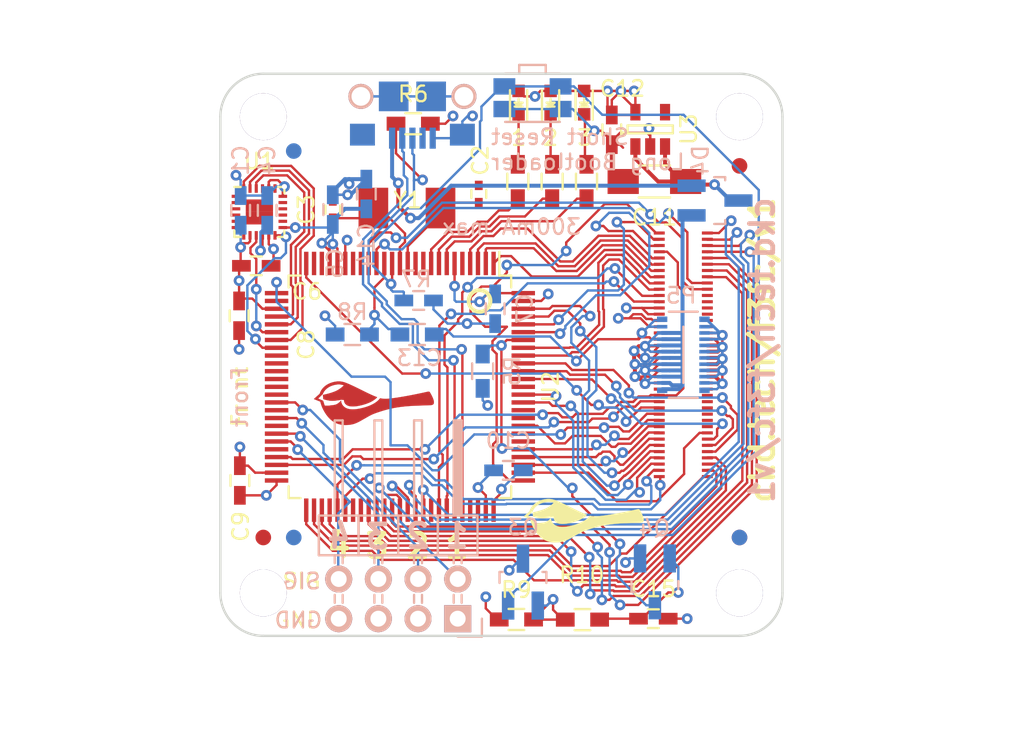
<source format=kicad_pcb>
(kicad_pcb (version 4) (host pcbnew "(2015-11-03 BZR 6296)-product")
  (layers (0 F.Cu signal) (1 In1.Cu signal) (2 In2.Cu signal) (31 B.Cu signal) (34 B.Paste user) (35 F.Paste user) (36 B.SilkS user) (37 F.SilkS user) (38 B.Mask user) (39 F.Mask user) (44 Edge.Cuts user))
  (net 0 "")
  (net 1 VDD)
  (net 2 GNDPWR)
  (net 3 "Net-(C2-Pad2)")
  (net 4 "Net-(C3-Pad1)")
  (net 5 "Net-(C4-Pad1)")
  (net 6 "Net-(C11-Pad1)")
  (net 7 "Net-(D1-Pad1)")
  (net 8 "Net-(D2-Pad1)")
  (net 9 "Net-(D3-Pad1)")
  (net 10 +5VA)
  (net 11 +5V)
  (net 12 /USB_DM)
  (net 13 /USB_DP)
  (net 14 "Net-(P2-Pad4)")
  (net 15 /TIM1_CH1)
  (net 16 /TIM1_CH2)
  (net 17 /TIM1_CH3)
  (net 18 /TIM1_CH4)
  (net 19 /TIMG1_CH1)
  (net 20 /TIMG1_CH2)
  (net 21 /TIMG1_CH3)
  (net 22 /TIMG1_CH4)
  (net 23 /TIMG2_CH1)
  (net 24 /TIMG2_CH2)
  (net 25 /TIMG2_CH3)
  (net 26 /TIMG2_CH4)
  (net 27 /ADC1)
  (net 28 /ADC2)
  (net 29 "Net-(P4-Pad65)")
  (net 30 "Net-(P4-Pad66)")
  (net 31 "Net-(P4-Pad67)")
  (net 32 "Net-(P4-Pad68)")
  (net 33 "Net-(P4-Pad69)")
  (net 34 "Net-(P4-Pad70)")
  (net 35 /SPI2_MOSI)
  (net 36 /SPI2_MISO)
  (net 37 /SPI2_SCK)
  (net 38 /SPI2_NSS)
  (net 39 /SPI3_MOSI)
  (net 40 /SPI3_MISO)
  (net 41 /SPI3_SCK)
  (net 42 /SPI3_NSS)
  (net 43 "Net-(P4-Pad72)")
  (net 44 "Net-(P4-Pad71)")
  (net 45 /UART5_TX)
  (net 46 /UART5_RX)
  (net 47 /UART4_TX)
  (net 48 /UART4_RX)
  (net 49 /UART1_TX)
  (net 50 /UART1_RX)
  (net 51 /UART2_TX)
  (net 52 /UART2_RX)
  (net 53 /UART3_TX)
  (net 54 /UART3_RX)
  (net 55 /TIM15_CH2)
  (net 56 /TIM15_CH1)
  (net 57 /TIM2_CH4)
  (net 58 /TIM2_CH3)
  (net 59 "Net-(P4-Pad26)")
  (net 60 "Net-(P4-Pad25)")
  (net 61 /si2c_SDA)
  (net 62 /si2c_SCL)
  (net 63 +BATT)
  (net 64 /xi2c_SCL)
  (net 65 /xi2c_SDA)
  (net 66 /GPIO4)
  (net 67 /GPIO3)
  (net 68 /GPIO2)
  (net 69 /GPIO1)
  (net 70 /TIM16_CH1)
  (net 71 /TIM17_CH1)
  (net 72 /TIM8_CH2)
  (net 73 /LED0)
  (net 74 /LED1)
  (net 75 /LED2)
  (net 76 /BATT_ADC)
  (net 77 "Net-(U1-Pad1)")
  (net 78 "Net-(U1-Pad2)")
  (net 79 "Net-(U1-Pad3)")
  (net 80 "Net-(U1-Pad4)")
  (net 81 "Net-(U1-Pad5)")
  (net 82 "Net-(U1-Pad6)")
  (net 83 "Net-(U1-Pad7)")
  (net 84 /SPI1_MISO)
  (net 85 /MPU_INT)
  (net 86 "Net-(U1-Pad14)")
  (net 87 "Net-(U1-Pad15)")
  (net 88 "Net-(U1-Pad16)")
  (net 89 "Net-(U1-Pad17)")
  (net 90 "Net-(U1-Pad19)")
  (net 91 "Net-(U1-Pad21)")
  (net 92 /SPI1_NSS)
  (net 93 /SPI1_SCK)
  (net 94 /SPI1_MOSI)
  (net 95 "Net-(U2-Pad5)")
  (net 96 "Net-(U2-Pad10)")
  (net 97 "Net-(U2-Pad11)")
  (net 98 "Net-(U2-Pad18)")
  (net 99 "Net-(U2-Pad19)")
  (net 100 "Net-(U2-Pad23)")
  (net 101 "Net-(U2-Pad24)")
  (net 102 "Net-(U2-Pad27)")
  (net 103 "Net-(U2-Pad34)")
  (net 104 "Net-(U2-Pad35)")
  (net 105 "Net-(U2-Pad36)")
  (net 106 "Net-(U2-Pad37)")
  (net 107 "Net-(U2-Pad38)")
  (net 108 "Net-(U2-Pad39)")
  (net 109 "Net-(U2-Pad41)")
  (net 110 "Net-(U2-Pad43)")
  (net 111 "Net-(U2-Pad46)")
  (net 112 "Net-(U2-Pad57)")
  (net 113 "Net-(U2-Pad58)")
  (net 114 "Net-(U2-Pad67)")
  (net 115 "Net-(U2-Pad84)")
  (net 116 "Net-(U2-Pad85)")
  (net 117 "Net-(U2-Pad88)")
  (net 118 "Net-(U2-Pad72)")
  (net 119 "Net-(U2-Pad73)")
  (net 120 "Net-(U2-Pad81)")
  (net 121 "Net-(U2-Pad82)")
  (net 122 /Reset/RESET)
  (net 123 "Net-(C15-Pad1)")
  (net 124 "Net-(P4-Pad56)")
  (net 125 "Net-(P4-Pad55)")
  (net 126 "Net-(P4-Pad54)")
  (net 127 "Net-(P4-Pad53)")
  (net 128 "Net-(P4-Pad52)")
  (net 129 "Net-(P4-Pad51)")
  (net 130 "Net-(P4-Pad17)")
  (net 131 "Net-(Q3-Pad1)")
  (net 132 /Reset/BOOT0)
  (module Mini-USB-B (layer B.Cu) (at 142.3 91.45)
    (fp_text reference P2 hide)
    (fp_text value USB_OTG)
    (pad 6 smd rect (at -3.2 2.45) (size 1.6 1.4) (layers B.Cu B.Paste B.Mask) (net 2 GNDPWR))
    (pad 6 smd rect (at 3.2 2.45) (size 1.6 1.4) (layers B.Cu B.Paste B.Mask) (net 2 GNDPWR))
    (pad 1 smd rect (at -1.3 2.675) (size 0.4 1.35) (layers B.Cu B.Paste B.Mask) (net 10 +5VA))
    (pad 2 smd rect (at -0.65 2.675) (size 0.4 1.35) (layers B.Cu B.Paste B.Mask) (net 12 /USB_DM))
    (pad 3 smd rect (at 0 2.675) (size 0.4 1.35) (layers B.Cu B.Paste B.Mask) (net 13 /USB_DP))
    (pad 4 smd rect (at 0.65 2.675) (size 0.4 1.35) (layers B.Cu B.Paste B.Mask) (net 14 "Net-(P2-Pad4)"))
    (pad 5 smd rect (at 1.3 2.675) (size 0.4 1.35) (layers B.Cu B.Paste B.Mask) (net 2 GNDPWR))
    (pad 6 smd rect (at -1.2 0) (size 1.9 1.9) (layers B.Cu B.Paste B.Mask) (net 2 GNDPWR))
    (pad 6 smd rect (at 1.2 0) (size 1.9 1.9) (layers B.Cu B.Paste B.Mask) (net 2 GNDPWR))
    (pad 6 thru_hole circle (at -3.3 0) (size 1.6 1.6) (drill 1.2) (layers *.Cu *.Mask B.SilkS) (net 2 GNDPWR))
    (pad 6 thru_hole circle (at 3.3 0) (size 1.6 1.6) (drill 1.2) (layers *.Cu *.Mask B.SilkS) (net 2 GNDPWR))
  )
  (module Housings_DFN_QFN:QFN-24-1EP_3x3mm_Pitch0.4mm (layer F.Cu) (at 132.5 98.85)
    (fp_text reference U1 (at 0 -3.25) (layer F.SilkS))
    (fp_text value MPU-6500)
    (pad 1 smd rect (at -1.5 -1) (size 0.55 0.2) (layers F.Cu F.Paste F.Mask) (net 77 "Net-(U1-Pad1)") (clearance 0.1))
    (pad 2 smd rect (at -1.5 -0.6) (size 0.55 0.2) (layers F.Cu F.Paste F.Mask) (net 78 "Net-(U1-Pad2)"))
    (pad 3 smd rect (at -1.5 -0.2) (size 0.55 0.2) (layers F.Cu F.Paste F.Mask) (net 79 "Net-(U1-Pad3)"))
    (pad 4 smd rect (at -1.5 0.2) (size 0.55 0.2) (layers F.Cu F.Paste F.Mask) (net 80 "Net-(U1-Pad4)"))
    (pad 5 smd rect (at -1.5 0.6) (size 0.55 0.2) (layers F.Cu F.Paste F.Mask) (net 81 "Net-(U1-Pad5)"))
    (pad 6 smd rect (at -1.5 1) (size 0.55 0.2) (layers F.Cu F.Paste F.Mask) (net 82 "Net-(U1-Pad6)") (clearance 0.1))
    (pad 7 smd rect (at -1 1.5 90) (size 0.55 0.2) (layers F.Cu F.Paste F.Mask) (net 83 "Net-(U1-Pad7)") (clearance 0.1))
    (pad 8 smd rect (at -0.6 1.5 90) (size 0.55 0.2) (layers F.Cu F.Paste F.Mask) (net 1 VDD))
    (pad 9 smd rect (at -0.2 1.5 90) (size 0.55 0.2) (layers F.Cu F.Paste F.Mask) (net 84 /SPI1_MISO))
    (pad 10 smd rect (at 0.2 1.5 90) (size 0.55 0.2) (layers F.Cu F.Paste F.Mask) (net 5 "Net-(C4-Pad1)"))
    (pad 11 smd rect (at 0.6 1.5 90) (size 0.55 0.2) (layers F.Cu F.Paste F.Mask) (net 2 GNDPWR))
    (pad 12 smd rect (at 1 1.5 90) (size 0.55 0.2) (layers F.Cu F.Paste F.Mask) (net 85 /MPU_INT) (clearance 0.1))
    (pad 13 smd rect (at 1.5 1) (size 0.55 0.2) (layers F.Cu F.Paste F.Mask) (net 1 VDD) (clearance 0.1))
    (pad 14 smd rect (at 1.5 0.6) (size 0.55 0.2) (layers F.Cu F.Paste F.Mask) (net 86 "Net-(U1-Pad14)"))
    (pad 15 smd rect (at 1.5 0.2) (size 0.55 0.2) (layers F.Cu F.Paste F.Mask) (net 87 "Net-(U1-Pad15)"))
    (pad 16 smd rect (at 1.5 -0.2) (size 0.55 0.2) (layers F.Cu F.Paste F.Mask) (net 88 "Net-(U1-Pad16)"))
    (pad 17 smd rect (at 1.5 -0.6) (size 0.55 0.2) (layers F.Cu F.Paste F.Mask) (net 89 "Net-(U1-Pad17)"))
    (pad 18 smd rect (at 1.5 -1) (size 0.55 0.2) (layers F.Cu F.Paste F.Mask) (net 2 GNDPWR) (clearance 0.1))
    (pad 19 smd rect (at 1 -1.5 90) (size 0.55 0.2) (layers F.Cu F.Paste F.Mask) (net 90 "Net-(U1-Pad19)") (clearance 0.1))
    (pad 20 smd rect (at 0.6 -1.5 90) (size 0.55 0.2) (layers F.Cu F.Paste F.Mask) (net 2 GNDPWR))
    (pad 21 smd rect (at 0.2 -1.5 90) (size 0.55 0.2) (layers F.Cu F.Paste F.Mask) (net 91 "Net-(U1-Pad21)"))
    (pad 22 smd rect (at -0.2 -1.5 90) (size 0.55 0.2) (layers F.Cu F.Paste F.Mask) (net 92 /SPI1_NSS))
    (pad 23 smd rect (at -0.6 -1.5 90) (size 0.55 0.2) (layers F.Cu F.Paste F.Mask) (net 93 /SPI1_SCK))
    (pad 24 smd rect (at -1 -1.5 90) (size 0.55 0.2) (layers F.Cu F.Paste F.Mask) (net 94 /SPI1_MOSI) (clearance 0.1))
    (pad 25 smd rect (at 0.435 0.4) (size 0.875 0.8) (layers F.Cu F.Paste F.Mask))
    (pad 25 smd rect (at 0.435 -0.4) (size 0.875 0.8) (layers F.Cu F.Paste F.Mask))
    (pad 25 smd rect (at -0.435 0.4) (size 0.875 0.8) (layers F.Cu F.Paste F.Mask))
    (pad 25 smd rect (at -0.435 -0.4) (size 0.875 0.8) (layers F.Cu F.Paste F.Mask))
  )
  (module hirose-df40:DF40-20pin-Header (layer B.Cu) (at 159.65 108)
    (fp_text reference P5 (at -0.14 -3.8) (layer B.SilkS) (effects (justify mirror)))
    (fp_text value CONN_02X10)
    (pad 20 smd rect (at 1.355 -1.8) (size 0.66 0.23) (layers B.Cu B.Paste B.Mask) (net 2 GNDPWR))
    (pad 19 smd rect (at -1.355 -1.8) (size 0.66 0.23) (layers B.Cu B.Paste B.Mask) (net 63 +BATT))
    (pad 2 smd rect (at 1.355 1.8) (size 0.66 0.23) (layers B.Cu B.Paste B.Mask) (net 2 GNDPWR))
    (pad 1 smd rect (at -1.355 1.8) (size 0.66 0.23) (layers B.Cu B.Paste B.Mask) (net 11 +5V))
    (pad 20 smd rect (at 1.355 -2.2) (size 0.66 0.35) (drill (offset 0 -0.075)) (layers B.Cu B.Paste B.Mask) (net 2 GNDPWR))
    (pad 19 smd rect (at -1.355 -2.2) (size 0.66 0.35) (drill (offset 0 -0.075)) (layers B.Cu B.Paste B.Mask) (net 63 +BATT))
    (pad 2 smd rect (at 1.355 2.2) (size 0.66 0.35) (drill (offset 0 0.075)) (layers B.Cu B.Paste B.Mask) (net 2 GNDPWR))
    (pad 1 smd rect (at -1.355 2.2) (size 0.66 0.35) (drill (offset 0 0.075)) (layers B.Cu B.Paste B.Mask) (net 11 +5V))
    (pad 3 smd rect (at -1.355 1.4) (size 0.66 0.23) (layers B.Cu B.Paste B.Mask) (net 11 +5V))
    (pad 4 smd rect (at 1.355 1.4) (size 0.66 0.23) (layers B.Cu B.Paste B.Mask) (net 2 GNDPWR))
    (pad 5 smd rect (at -1.355 1) (size 0.66 0.23) (layers B.Cu B.Paste B.Mask) (net 11 +5V))
    (pad 6 smd rect (at 1.355 1) (size 0.66 0.23) (layers B.Cu B.Paste B.Mask) (net 2 GNDPWR))
    (pad 7 smd rect (at -1.355 0.6) (size 0.66 0.23) (layers B.Cu B.Paste B.Mask) (net 11 +5V))
    (pad 8 smd rect (at 1.355 0.6) (size 0.66 0.23) (layers B.Cu B.Paste B.Mask) (net 2 GNDPWR))
    (pad 9 smd rect (at -1.355 0.2) (size 0.66 0.23) (layers B.Cu B.Paste B.Mask) (net 11 +5V))
    (pad 10 smd rect (at 1.355 0.2) (size 0.66 0.23) (layers B.Cu B.Paste B.Mask) (net 2 GNDPWR))
    (pad 11 smd rect (at -1.355 -0.2) (size 0.66 0.23) (layers B.Cu B.Paste B.Mask) (net 11 +5V))
    (pad 12 smd rect (at 1.355 -0.2) (size 0.66 0.23) (layers B.Cu B.Paste B.Mask) (net 2 GNDPWR))
    (pad 13 smd rect (at -1.355 -0.6) (size 0.66 0.23) (layers B.Cu B.Paste B.Mask) (net 11 +5V))
    (pad 14 smd rect (at 1.355 -0.6) (size 0.66 0.23) (layers B.Cu B.Paste B.Mask) (net 2 GNDPWR))
    (pad 15 smd rect (at -1.355 -1) (size 0.66 0.23) (layers B.Cu B.Paste B.Mask) (net 11 +5V))
    (pad 16 smd rect (at 1.355 -1) (size 0.66 0.23) (layers B.Cu B.Paste B.Mask) (net 2 GNDPWR))
    (pad 17 smd rect (at -1.355 -1.4) (size 0.66 0.23) (layers B.Cu B.Paste B.Mask) (net 11 +5V))
    (pad 18 smd rect (at 1.355 -1.4) (size 0.66 0.23) (layers B.Cu B.Paste B.Mask) (net 2 GNDPWR))
  )
  (module Mounting_Holes:MountingHole_3mm (layer F.Cu) (at 163.25 123.25)
    (fp_text reference REF** hide)
    (fp_text value MountingHole_3mm hide)
    (pad 1 thru_hole circle (at 0 0) (size 3 3) (drill 3) (layers))
  )
  (module Mounting_Holes:MountingHole_3mm (layer F.Cu) (at 132.75 123.25)
    (fp_text reference REF** hide)
    (fp_text value MountingHole_3mm hide)
    (pad 1 thru_hole circle (at 0 0) (size 3 3) (drill 3) (layers))
  )
  (module Mounting_Holes:MountingHole_3mm (layer F.Cu) (at 132.75 92.75)
    (fp_text reference REF** hide)
    (fp_text value MountingHole_3mm hide)
    (pad 1 thru_hole circle (at 0 0) (size 3 3) (drill 3) (layers))
  )
  (module Mounting_Holes:MountingHole_3mm (layer F.Cu) (at 163.25 92.75)
    (fp_text reference REF** hide)
    (fp_text value MountingHole_3mm hide)
    (pad 1 thru_hole circle (at 0 0) (size 3 3) (drill 3) (layers))
  )
  (module Capacitors_SMD:C_0603_HandSoldering (layer B.Cu) (at 131.3 98.75 90)
    (fp_text reference C1 (at 3.2 0 90) (layer B.SilkS) (effects (justify mirror)))
    (fp_text value 0.01uf)
    (pad 1 smd rect (at -0.95 0 90) (size 1.2 0.75) (layers B.Cu B.Paste B.Mask) (net 1 VDD))
    (pad 2 smd rect (at 0.95 0 90) (size 1.2 0.75) (layers B.Cu B.Paste B.Mask) (net 2 GNDPWR))
  )
  (module Capacitors_SMD:C_0603_HandSoldering (layer B.Cu) (at 133 98.75 90)
    (fp_text reference C4 (at 3.2 0 90) (layer B.SilkS) (effects (justify mirror)))
    (fp_text value 0.1uF)
    (pad 1 smd rect (at -0.95 0 90) (size 1.2 0.75) (layers B.Cu B.Paste B.Mask) (net 5 "Net-(C4-Pad1)"))
    (pad 2 smd rect (at 0.95 0 90) (size 1.2 0.75) (layers B.Cu B.Paste B.Mask) (net 2 GNDPWR))
  )
  (module Capacitors_SMD:C_0603_HandSoldering (layer B.Cu) (at 137.2 98.7 270)
    (fp_text reference C5 (at 3.45 -0.15 270) (layer B.SilkS) (effects (justify mirror)))
    (fp_text value 10nF)
    (pad 1 smd rect (at -0.95 0 270) (size 1.2 0.75) (layers B.Cu B.Paste B.Mask) (net 2 GNDPWR))
    (pad 2 smd rect (at 0.95 0 270) (size 1.2 0.75) (layers B.Cu B.Paste B.Mask) (net 1 VDD))
  )
  (module Capacitors_SMD:C_0603_HandSoldering (layer F.Cu) (at 132.3 102.3)
    (fp_text reference C6 (at 3.25 1.65) (layer F.SilkS))
    (fp_text value 0.1uF)
    (pad 1 smd rect (at -0.95 0) (size 1.2 0.75) (layers F.Cu F.Paste F.Mask) (net 1 VDD))
    (pad 2 smd rect (at 0.95 0) (size 1.2 0.75) (layers F.Cu F.Paste F.Mask) (net 2 GNDPWR))
  )
  (module Capacitors_SMD:C_0603_HandSoldering (layer B.Cu) (at 147.6 105.05 90)
    (fp_text reference C7 (at 0 1.9 90) (layer B.SilkS) (effects (justify mirror)))
    (fp_text value 100nF)
    (pad 1 smd rect (at -0.95 0 90) (size 1.2 0.75) (layers B.Cu B.Paste B.Mask) (net 2 GNDPWR))
    (pad 2 smd rect (at 0.95 0 90) (size 1.2 0.75) (layers B.Cu B.Paste B.Mask) (net 1 VDD))
  )
  (module Capacitors_SMD:C_0603_HandSoldering (layer F.Cu) (at 131.2 105.5 270)
    (fp_text reference C8 (at 1.85 -4.3 270) (layer F.SilkS))
    (fp_text value 100nF)
    (pad 1 smd rect (at -0.95 0 270) (size 1.2 0.75) (layers F.Cu F.Paste F.Mask) (net 1 VDD))
    (pad 2 smd rect (at 0.95 0 270) (size 1.2 0.75) (layers F.Cu F.Paste F.Mask) (net 2 GNDPWR))
  )
  (module Capacitors_SMD:C_0603_HandSoldering (layer F.Cu) (at 131.25 116.05 90)
    (fp_text reference C9 (at -2.95 0.05 90) (layer F.SilkS))
    (fp_text value 100nF)
    (pad 1 smd rect (at -0.95 0 90) (size 1.2 0.75) (layers F.Cu F.Paste F.Mask) (net 1 VDD))
    (pad 2 smd rect (at 0.95 0 90) (size 1.2 0.75) (layers F.Cu F.Paste F.Mask) (net 2 GNDPWR))
  )
  (module Capacitors_SMD:C_0603_HandSoldering (layer B.Cu) (at 148.45 115.4 180)
    (fp_text reference C10 (at 0 1.9 180) (layer B.SilkS) (effects (justify mirror)))
    (fp_text value 100nF)
    (pad 1 smd rect (at -0.95 0 180) (size 1.2 0.75) (layers B.Cu B.Paste B.Mask) (net 1 VDD))
    (pad 2 smd rect (at 0.95 0 180) (size 1.2 0.75) (layers B.Cu B.Paste B.Mask) (net 2 GNDPWR))
  )
  (module Capacitors_SMD:C_0603_HandSoldering (layer F.Cu) (at 155.07 93.59 270)
    (fp_text reference C12 (at -2.64 -0.68 360) (layer F.SilkS))
    (fp_text value 1uF+)
    (pad 1 smd rect (at -0.95 0 270) (size 1.2 0.75) (layers F.Cu F.Paste F.Mask) (net 1 VDD))
    (pad 2 smd rect (at 0.95 0 270) (size 1.2 0.75) (layers F.Cu F.Paste F.Mask) (net 2 GNDPWR))
  )
  (module LEDs:LED-0603 (layer F.Cu) (at 153.3 91.8493 90)
    (fp_text reference D1 hide)
    (fp_text value LED)
    (pad 2 smd rect (at 0.7493 0 270) (size 0.79756 0.79756) (layers F.Cu F.Paste F.Mask) (net 1 VDD))
    (pad 1 smd rect (at -0.7493 0 270) (size 0.79756 0.79756) (layers F.Cu F.Paste F.Mask) (net 7 "Net-(D1-Pad1)"))
  )
  (module LEDs:LED-0603 (layer F.Cu) (at 151.15 91.8493 90)
    (fp_text reference D2 hide)
    (fp_text value LED)
    (pad 2 smd rect (at 0.7493 0 270) (size 0.79756 0.79756) (layers F.Cu F.Paste F.Mask) (net 1 VDD))
    (pad 1 smd rect (at -0.7493 0 270) (size 0.79756 0.79756) (layers F.Cu F.Paste F.Mask) (net 8 "Net-(D2-Pad1)"))
  )
  (module LEDs:LED-0603 (layer F.Cu) (at 149.1 91.8493 90)
    (fp_text reference D3 hide)
    (fp_text value LED)
    (pad 2 smd rect (at 0.7493 0 270) (size 0.79756 0.79756) (layers F.Cu F.Paste F.Mask) (net 1 VDD))
    (pad 1 smd rect (at -0.7493 0 270) (size 0.79756 0.79756) (layers F.Cu F.Paste F.Mask) (net 9 "Net-(D3-Pad1)"))
  )
  (module Pin_Headers:Pin_Header_Angled_2x04 (layer B.Cu) (at 145.2 124.9 90)
    (fp_text reference P3 hide)
    (fp_text value CONN_02X04)
    (pad 1 thru_hole rect (at 0 0 90) (size 1.7272 1.7272) (drill 1.016) (layers *.Cu *.Mask B.SilkS) (net 2 GNDPWR))
    (pad 2 thru_hole oval (at 2.54 0 90) (size 1.7272 1.7272) (drill 1.016) (layers *.Cu *.Mask B.SilkS) (net 15 /TIM1_CH1))
    (pad 3 thru_hole oval (at 0 -2.54 90) (size 1.7272 1.7272) (drill 1.016) (layers *.Cu *.Mask B.SilkS) (net 2 GNDPWR))
    (pad 4 thru_hole oval (at 2.54 -2.54 90) (size 1.7272 1.7272) (drill 1.016) (layers *.Cu *.Mask B.SilkS) (net 16 /TIM1_CH2))
    (pad 5 thru_hole oval (at 0 -5.08 90) (size 1.7272 1.7272) (drill 1.016) (layers *.Cu *.Mask B.SilkS) (net 2 GNDPWR))
    (pad 6 thru_hole oval (at 2.54 -5.08 90) (size 1.7272 1.7272) (drill 1.016) (layers *.Cu *.Mask B.SilkS) (net 17 /TIM1_CH3))
    (pad 7 thru_hole oval (at 0 -7.62 90) (size 1.7272 1.7272) (drill 1.016) (layers *.Cu *.Mask B.SilkS) (net 2 GNDPWR))
    (pad 8 thru_hole oval (at 2.54 -7.62 90) (size 1.7272 1.7272) (drill 1.016) (layers *.Cu *.Mask B.SilkS) (net 18 /TIM1_CH4))
  )
  (module Resistors_SMD:R_0603_HandSoldering (layer F.Cu) (at 153.45 96.9 90)
    (fp_text reference R1 hide)
    (fp_text value 1k)
    (pad 1 smd rect (at -1.1 0 90) (size 1.2 0.9) (layers F.Cu F.Paste F.Mask) (net 73 /LED0))
    (pad 2 smd rect (at 1.1 0 90) (size 1.2 0.9) (layers F.Cu F.Paste F.Mask) (net 7 "Net-(D1-Pad1)"))
  )
  (module Resistors_SMD:R_0603_HandSoldering (layer F.Cu) (at 151.25 96.9 90)
    (fp_text reference R2 hide)
    (fp_text value 1k)
    (pad 1 smd rect (at -1.1 0 90) (size 1.2 0.9) (layers F.Cu F.Paste F.Mask) (net 74 /LED1))
    (pad 2 smd rect (at 1.1 0 90) (size 1.2 0.9) (layers F.Cu F.Paste F.Mask) (net 8 "Net-(D2-Pad1)"))
  )
  (module Resistors_SMD:R_0603_HandSoldering (layer F.Cu) (at 149.05 96.9 90)
    (fp_text reference R3 hide)
    (fp_text value 1k)
    (pad 1 smd rect (at -1.1 0 90) (size 1.2 0.9) (layers F.Cu F.Paste F.Mask) (net 75 /LED2))
    (pad 2 smd rect (at 1.1 0 90) (size 1.2 0.9) (layers F.Cu F.Paste F.Mask) (net 9 "Net-(D3-Pad1)"))
  )
  (module Resistors_SMD:R_0603_HandSoldering (layer B.Cu) (at 146.8 109.05 90)
    (fp_text reference R5 (at 0 1.9 90) (layer B.SilkS) (effects (justify mirror)))
    (fp_text value 10k+)
    (pad 1 smd rect (at -1.1 0 90) (size 1.2 0.9) (layers B.Cu B.Paste B.Mask) (net 2 GNDPWR))
    (pad 2 smd rect (at 1.1 0 90) (size 1.2 0.9) (layers B.Cu B.Paste B.Mask) (net 132 /Reset/BOOT0))
  )
  (module Resistors_SMD:R_0603_HandSoldering (layer F.Cu) (at 142.35 93.2)
    (fp_text reference R6 (at 0 -1.9) (layer F.SilkS))
    (fp_text value 1.5k)
    (pad 1 smd rect (at -1.1 0) (size 1.2 0.9) (layers F.Cu F.Paste F.Mask) (net 13 /USB_DP))
    (pad 2 smd rect (at 1.1 0) (size 1.2 0.9) (layers F.Cu F.Paste F.Mask) (net 1 VDD))
  )
  (module Resistors_SMD:R_0603_HandSoldering (layer B.Cu) (at 142.6 106.7 180)
    (fp_text reference R7 (at 0.05 3.55 180) (layer B.SilkS) (effects (justify mirror)))
    (fp_text value 100k)
    (pad 1 smd rect (at -1.1 0 180) (size 1.2 0.9) (layers B.Cu B.Paste B.Mask) (net 63 +BATT))
    (pad 2 smd rect (at 1.1 0 180) (size 1.2 0.9) (layers B.Cu B.Paste B.Mask) (net 76 /BATT_ADC))
  )
  (module Resistors_SMD:R_0603_HandSoldering (layer B.Cu) (at 138.45 106.7 180)
    (fp_text reference R8 (at 0 1.45 180) (layer B.SilkS) (effects (justify mirror)))
    (fp_text value 10k)
    (pad 1 smd rect (at -1.1 0 180) (size 1.2 0.9) (layers B.Cu B.Paste B.Mask) (net 76 /BATT_ADC))
    (pad 2 smd rect (at 1.1 0 180) (size 1.2 0.9) (layers B.Cu B.Paste B.Mask) (net 2 GNDPWR))
  )
  (module Housings_QFP:LQFP-100_14x14mm_Pitch0.5mm (layer F.Cu) (at 141.5 110.05 270)
    (fp_text reference U2 (at 0 -9.65 270) (layer F.SilkS))
    (fp_text value STM32F303x{B,C})
    (pad 1 smd rect (at -7.9 -6 270) (size 1.5 0.28) (layers F.Cu F.Paste F.Mask) (net 66 /GPIO4))
    (pad 2 smd rect (at -7.9 -5.5 270) (size 1.5 0.28) (layers F.Cu F.Paste F.Mask) (net 67 /GPIO3))
    (pad 3 smd rect (at -7.9 -5 270) (size 1.5 0.28) (layers F.Cu F.Paste F.Mask) (net 68 /GPIO2))
    (pad 4 smd rect (at -7.9 -4.5 270) (size 1.5 0.28) (layers F.Cu F.Paste F.Mask) (net 69 /GPIO1))
    (pad 5 smd rect (at -7.9 -4 270) (size 1.5 0.28) (layers F.Cu F.Paste F.Mask) (net 95 "Net-(U2-Pad5)"))
    (pad 6 smd rect (at -7.9 -3.5 270) (size 1.5 0.28) (layers F.Cu F.Paste F.Mask) (net 1 VDD))
    (pad 7 smd rect (at -7.9 -3 270) (size 1.5 0.28) (layers F.Cu F.Paste F.Mask) (net 73 /LED0))
    (pad 8 smd rect (at -7.9 -2.5 270) (size 1.5 0.28) (layers F.Cu F.Paste F.Mask) (net 74 /LED1))
    (pad 9 smd rect (at -7.9 -2 270) (size 1.5 0.28) (layers F.Cu F.Paste F.Mask) (net 75 /LED2))
    (pad 10 smd rect (at -7.9 -1.5 270) (size 1.5 0.28) (layers F.Cu F.Paste F.Mask) (net 96 "Net-(U2-Pad10)"))
    (pad 11 smd rect (at -7.9 -1 270) (size 1.5 0.28) (layers F.Cu F.Paste F.Mask) (net 97 "Net-(U2-Pad11)"))
    (pad 12 smd rect (at -7.9 -0.5 270) (size 1.5 0.28) (layers F.Cu F.Paste F.Mask) (net 3 "Net-(C2-Pad2)"))
    (pad 13 smd rect (at -7.9 0 270) (size 1.5 0.28) (layers F.Cu F.Paste F.Mask) (net 4 "Net-(C3-Pad1)"))
    (pad 14 smd rect (at -7.9 0.5 270) (size 1.5 0.28) (layers F.Cu F.Paste F.Mask) (net 122 /Reset/RESET))
    (pad 15 smd rect (at -7.9 1 270) (size 1.5 0.28) (layers F.Cu F.Paste F.Mask) (net 76 /BATT_ADC))
    (pad 16 smd rect (at -7.9 1.5 270) (size 1.5 0.28) (layers F.Cu F.Paste F.Mask) (net 27 /ADC1))
    (pad 17 smd rect (at -7.9 2 270) (size 1.5 0.28) (layers F.Cu F.Paste F.Mask) (net 28 /ADC2))
    (pad 18 smd rect (at -7.9 2.5 270) (size 1.5 0.28) (layers F.Cu F.Paste F.Mask) (net 98 "Net-(U2-Pad18)"))
    (pad 19 smd rect (at -7.9 3 270) (size 1.5 0.28) (layers F.Cu F.Paste F.Mask) (net 99 "Net-(U2-Pad19)"))
    (pad 20 smd rect (at -7.9 3.5 270) (size 1.5 0.28) (layers F.Cu F.Paste F.Mask) (net 2 GNDPWR))
    (pad 21 smd rect (at -7.9 4 270) (size 1.5 0.28) (layers F.Cu F.Paste F.Mask) (net 1 VDD))
    (pad 22 smd rect (at -7.9 4.5 270) (size 1.5 0.28) (layers F.Cu F.Paste F.Mask) (net 1 VDD))
    (pad 23 smd rect (at -7.9 5 270) (size 1.5 0.28) (layers F.Cu F.Paste F.Mask) (net 100 "Net-(U2-Pad23)"))
    (pad 24 smd rect (at -7.9 5.5 270) (size 1.5 0.28) (layers F.Cu F.Paste F.Mask) (net 101 "Net-(U2-Pad24)"))
    (pad 25 smd rect (at -7.9 6 270) (size 1.5 0.28) (layers F.Cu F.Paste F.Mask) (net 56 /TIM15_CH1))
    (pad 26 smd rect (at -6 7.9) (size 1.5 0.28) (layers F.Cu F.Paste F.Mask) (net 55 /TIM15_CH2))
    (pad 27 smd rect (at -5.5 7.9) (size 1.5 0.28) (layers F.Cu F.Paste F.Mask) (net 102 "Net-(U2-Pad27)"))
    (pad 28 smd rect (at -5 7.9) (size 1.5 0.28) (layers F.Cu F.Paste F.Mask) (net 1 VDD))
    (pad 29 smd rect (at -4.5 7.9) (size 1.5 0.28) (layers F.Cu F.Paste F.Mask) (net 92 /SPI1_NSS))
    (pad 30 smd rect (at -4 7.9) (size 1.5 0.28) (layers F.Cu F.Paste F.Mask) (net 93 /SPI1_SCK))
    (pad 31 smd rect (at -3.5 7.9) (size 1.5 0.28) (layers F.Cu F.Paste F.Mask) (net 84 /SPI1_MISO))
    (pad 32 smd rect (at -3 7.9) (size 1.5 0.28) (layers F.Cu F.Paste F.Mask) (net 94 /SPI1_MOSI))
    (pad 33 smd rect (at -2.5 7.9) (size 1.5 0.28) (layers F.Cu F.Paste F.Mask) (net 85 /MPU_INT))
    (pad 34 smd rect (at -2 7.9) (size 1.5 0.28) (layers F.Cu F.Paste F.Mask) (net 103 "Net-(U2-Pad34)"))
    (pad 35 smd rect (at -1.5 7.9) (size 1.5 0.28) (layers F.Cu F.Paste F.Mask) (net 104 "Net-(U2-Pad35)"))
    (pad 36 smd rect (at -1 7.9) (size 1.5 0.28) (layers F.Cu F.Paste F.Mask) (net 105 "Net-(U2-Pad36)"))
    (pad 37 smd rect (at -0.5 7.9) (size 1.5 0.28) (layers F.Cu F.Paste F.Mask) (net 106 "Net-(U2-Pad37)"))
    (pad 38 smd rect (at 0 7.9) (size 1.5 0.28) (layers F.Cu F.Paste F.Mask) (net 107 "Net-(U2-Pad38)"))
    (pad 39 smd rect (at 0.5 7.9) (size 1.5 0.28) (layers F.Cu F.Paste F.Mask) (net 108 "Net-(U2-Pad39)"))
    (pad 40 smd rect (at 1 7.9) (size 1.5 0.28) (layers F.Cu F.Paste F.Mask) (net 15 /TIM1_CH1))
    (pad 41 smd rect (at 1.5 7.9) (size 1.5 0.28) (layers F.Cu F.Paste F.Mask) (net 109 "Net-(U2-Pad41)"))
    (pad 42 smd rect (at 2 7.9) (size 1.5 0.28) (layers F.Cu F.Paste F.Mask) (net 16 /TIM1_CH2))
    (pad 43 smd rect (at 2.5 7.9) (size 1.5 0.28) (layers F.Cu F.Paste F.Mask) (net 110 "Net-(U2-Pad43)"))
    (pad 44 smd rect (at 3 7.9) (size 1.5 0.28) (layers F.Cu F.Paste F.Mask) (net 17 /TIM1_CH3))
    (pad 45 smd rect (at 3.5 7.9) (size 1.5 0.28) (layers F.Cu F.Paste F.Mask) (net 18 /TIM1_CH4))
    (pad 46 smd rect (at 4 7.9) (size 1.5 0.28) (layers F.Cu F.Paste F.Mask) (net 111 "Net-(U2-Pad46)"))
    (pad 47 smd rect (at 4.5 7.9) (size 1.5 0.28) (layers F.Cu F.Paste F.Mask) (net 58 /TIM2_CH3))
    (pad 48 smd rect (at 5 7.9) (size 1.5 0.28) (layers F.Cu F.Paste F.Mask) (net 57 /TIM2_CH4))
    (pad 49 smd rect (at 5.5 7.9) (size 1.5 0.28) (layers F.Cu F.Paste F.Mask) (net 2 GNDPWR))
    (pad 50 smd rect (at 6 7.9) (size 1.5 0.28) (layers F.Cu F.Paste F.Mask) (net 1 VDD))
    (pad 51 smd rect (at 7.9 6 270) (size 1.5 0.28) (layers F.Cu F.Paste F.Mask) (net 38 /SPI2_NSS))
    (pad 52 smd rect (at 7.9 5.5 270) (size 1.5 0.28) (layers F.Cu F.Paste F.Mask) (net 37 /SPI2_SCK))
    (pad 53 smd rect (at 7.9 5 270) (size 1.5 0.28) (layers F.Cu F.Paste F.Mask) (net 36 /SPI2_MISO))
    (pad 54 smd rect (at 7.9 4.5 270) (size 1.5 0.28) (layers F.Cu F.Paste F.Mask) (net 35 /SPI2_MOSI))
    (pad 55 smd rect (at 7.9 4 270) (size 1.5 0.28) (layers F.Cu F.Paste F.Mask) (net 53 /UART3_TX))
    (pad 56 smd rect (at 7.9 3.5 270) (size 1.5 0.28) (layers F.Cu F.Paste F.Mask) (net 54 /UART3_RX))
    (pad 57 smd rect (at 7.9 3 270) (size 1.5 0.28) (layers F.Cu F.Paste F.Mask) (net 112 "Net-(U2-Pad57)"))
    (pad 58 smd rect (at 7.9 2.5 270) (size 1.5 0.28) (layers F.Cu F.Paste F.Mask) (net 113 "Net-(U2-Pad58)"))
    (pad 59 smd rect (at 7.9 2 270) (size 1.5 0.28) (layers F.Cu F.Paste F.Mask) (net 26 /TIMG2_CH4))
    (pad 60 smd rect (at 7.9 1.5 270) (size 1.5 0.28) (layers F.Cu F.Paste F.Mask) (net 25 /TIMG2_CH3))
    (pad 61 smd rect (at 7.9 1 270) (size 1.5 0.28) (layers F.Cu F.Paste F.Mask) (net 24 /TIMG2_CH2))
    (pad 62 smd rect (at 7.9 0.5 270) (size 1.5 0.28) (layers F.Cu F.Paste F.Mask) (net 23 /TIMG2_CH1))
    (pad 63 smd rect (at 7.9 0 270) (size 1.5 0.28) (layers F.Cu F.Paste F.Mask) (net 22 /TIMG1_CH4))
    (pad 64 smd rect (at 7.9 -0.5 270) (size 1.5 0.28) (layers F.Cu F.Paste F.Mask) (net 21 /TIMG1_CH3))
    (pad 65 smd rect (at 7.9 -1 270) (size 1.5 0.28) (layers F.Cu F.Paste F.Mask) (net 20 /TIMG1_CH2))
    (pad 66 smd rect (at 7.9 -1.5 270) (size 1.5 0.28) (layers F.Cu F.Paste F.Mask) (net 19 /TIMG1_CH1))
    (pad 67 smd rect (at 7.9 -2 270) (size 1.5 0.28) (layers F.Cu F.Paste F.Mask) (net 114 "Net-(U2-Pad67)"))
    (pad 68 smd rect (at 7.9 -2.5 270) (size 1.5 0.28) (layers F.Cu F.Paste F.Mask) (net 62 /si2c_SCL))
    (pad 69 smd rect (at 7.9 -3 270) (size 1.5 0.28) (layers F.Cu F.Paste F.Mask) (net 61 /si2c_SDA))
    (pad 70 smd rect (at 7.9 -3.5 270) (size 1.5 0.28) (layers F.Cu F.Paste F.Mask) (net 12 /USB_DM))
    (pad 71 smd rect (at 7.9 -4 270) (size 1.5 0.28) (layers F.Cu F.Paste F.Mask) (net 13 /USB_DP))
    (pad 72 smd rect (at 7.9 -4.5 270) (size 1.5 0.28) (layers F.Cu F.Paste F.Mask) (net 118 "Net-(U2-Pad72)"))
    (pad 73 smd rect (at 7.9 -5 270) (size 1.5 0.28) (layers F.Cu F.Paste F.Mask) (net 119 "Net-(U2-Pad73)"))
    (pad 74 smd rect (at 7.9 -5.5 270) (size 1.5 0.28) (layers F.Cu F.Paste F.Mask) (net 2 GNDPWR))
    (pad 75 smd rect (at 7.9 -6 270) (size 1.5 0.28) (layers F.Cu F.Paste F.Mask) (net 1 VDD))
    (pad 76 smd rect (at 6 -7.9) (size 1.5 0.28) (layers F.Cu F.Paste F.Mask) (net 72 /TIM8_CH2))
    (pad 77 smd rect (at 5.5 -7.9) (size 1.5 0.28) (layers F.Cu F.Paste F.Mask) (net 42 /SPI3_NSS))
    (pad 78 smd rect (at 5 -7.9) (size 1.5 0.28) (layers F.Cu F.Paste F.Mask) (net 47 /UART4_TX))
    (pad 79 smd rect (at 4.5 -7.9) (size 1.5 0.28) (layers F.Cu F.Paste F.Mask) (net 48 /UART4_RX))
    (pad 80 smd rect (at 4 -7.9) (size 1.5 0.28) (layers F.Cu F.Paste F.Mask) (net 45 /UART5_TX))
    (pad 81 smd rect (at 3.5 -7.9) (size 1.5 0.28) (layers F.Cu F.Paste F.Mask) (net 120 "Net-(U2-Pad81)"))
    (pad 82 smd rect (at 3 -7.9) (size 1.5 0.28) (layers F.Cu F.Paste F.Mask) (net 121 "Net-(U2-Pad82)"))
    (pad 83 smd rect (at 2.5 -7.9) (size 1.5 0.28) (layers F.Cu F.Paste F.Mask) (net 46 /UART5_RX))
    (pad 84 smd rect (at 2 -7.9) (size 1.5 0.28) (layers F.Cu F.Paste F.Mask) (net 115 "Net-(U2-Pad84)"))
    (pad 85 smd rect (at 1.5 -7.9) (size 1.5 0.28) (layers F.Cu F.Paste F.Mask) (net 116 "Net-(U2-Pad85)"))
    (pad 86 smd rect (at 1 -7.9) (size 1.5 0.28) (layers F.Cu F.Paste F.Mask) (net 51 /UART2_TX))
    (pad 87 smd rect (at 0.5 -7.9) (size 1.5 0.28) (layers F.Cu F.Paste F.Mask) (net 52 /UART2_RX))
    (pad 88 smd rect (at 0 -7.9) (size 1.5 0.28) (layers F.Cu F.Paste F.Mask) (net 117 "Net-(U2-Pad88)"))
    (pad 89 smd rect (at -0.5 -7.9) (size 1.5 0.28) (layers F.Cu F.Paste F.Mask) (net 41 /SPI3_SCK))
    (pad 90 smd rect (at -1 -7.9) (size 1.5 0.28) (layers F.Cu F.Paste F.Mask) (net 40 /SPI3_MISO))
    (pad 91 smd rect (at -1.5 -7.9) (size 1.5 0.28) (layers F.Cu F.Paste F.Mask) (net 39 /SPI3_MOSI))
    (pad 92 smd rect (at -2 -7.9) (size 1.5 0.28) (layers F.Cu F.Paste F.Mask) (net 64 /xi2c_SCL))
    (pad 93 smd rect (at -2.5 -7.9) (size 1.5 0.28) (layers F.Cu F.Paste F.Mask) (net 65 /xi2c_SDA))
    (pad 94 smd rect (at -3 -7.9) (size 1.5 0.28) (layers F.Cu F.Paste F.Mask) (net 132 /Reset/BOOT0))
    (pad 95 smd rect (at -3.5 -7.9) (size 1.5 0.28) (layers F.Cu F.Paste F.Mask) (net 70 /TIM16_CH1))
    (pad 96 smd rect (at -4 -7.9) (size 1.5 0.28) (layers F.Cu F.Paste F.Mask) (net 71 /TIM17_CH1))
    (pad 97 smd rect (at -4.5 -7.9) (size 1.5 0.28) (layers F.Cu F.Paste F.Mask) (net 49 /UART1_TX))
    (pad 98 smd rect (at -5 -7.9) (size 1.5 0.28) (layers F.Cu F.Paste F.Mask) (net 50 /UART1_RX))
    (pad 99 smd rect (at -5.5 -7.9) (size 1.5 0.28) (layers F.Cu F.Paste F.Mask) (net 2 GNDPWR))
    (pad 100 smd rect (at -6 -7.9) (size 1.5 0.28) (layers F.Cu F.Paste F.Mask) (net 1 VDD))
  )
  (module abracon:ABM7 (layer F.Cu) (at 141.95 98.6 180)
    (fp_text reference Y1 (at -0.05 0.5 180) (layer F.SilkS))
    (fp_text value 8Mhz)
    (pad 2 smd rect (at 2.15 0 180) (size 1.9 2.6) (layers F.Cu F.Paste F.Mask) (net 4 "Net-(C3-Pad1)"))
    (pad 1 smd rect (at -2.15 0 180) (size 1.9 2.6) (layers F.Cu F.Paste F.Mask) (net 3 "Net-(C2-Pad2)"))
  )
  (module Capacitors_SMD:C_0603_HandSoldering (layer B.Cu) (at 142.7 104.52)
    (fp_text reference C13 (at 0.05 3.68) (layer B.SilkS) (effects (justify mirror)))
    (fp_text value 0.1uF)
    (pad 1 smd rect (at -0.95 0) (size 1.2 0.75) (layers B.Cu B.Paste B.Mask) (net 122 /Reset/RESET))
    (pad 2 smd rect (at 0.95 0) (size 1.2 0.75) (layers B.Cu B.Paste B.Mask) (net 2 GNDPWR))
  )
  (module Capacitors_SMD:C_0603_HandSoldering (layer F.Cu) (at 157.73 124.9)
    (fp_text reference C15 (at 0 -1.9) (layer F.SilkS))
    (fp_text value 2.2uF)
    (pad 1 smd rect (at -0.95 0) (size 1.2 0.75) (layers F.Cu F.Paste F.Mask) (net 123 "Net-(C15-Pad1)"))
    (pad 2 smd rect (at 0.95 0) (size 1.2 0.75) (layers F.Cu F.Paste F.Mask) (net 2 GNDPWR))
  )
  (module Housings_SOT-23_SOT-143_TSOT-6:SOT-23_Handsoldering (layer B.Cu) (at 161.68 98.12 90)
    (fp_text reference D4 (at 2.57 -0.93 90) (layer B.SilkS) (effects (justify mirror)))
    (fp_text value D_Schottky_x2_KCom_AKA)
    (pad 1 smd rect (at -0.95 -1.50114 90) (size 0.8001 1.80086) (layers B.Cu B.Paste B.Mask) (net 11 +5V))
    (pad 3 smd rect (at 0.95 -1.50114 90) (size 0.8001 1.80086) (layers B.Cu B.Paste B.Mask) (net 10 +5VA))
    (pad 2 smd rect (at 0 1.50114 90) (size 0.8001 1.80086) (layers B.Cu B.Paste B.Mask) (net 6 "Net-(C11-Pad1)"))
  )
  (module hirose-df40:DF40-3-4mm-80pin-Receptacle (layer F.Cu) (at 159.65 108)
    (fp_text reference P4 hide)
    (fp_text value CKD_SANDWICH)
    (pad 41 smd rect (at 1.54 -7.8) (size 0.7 0.2) (layers F.Cu F.Paste F.Mask) (net 19 /TIMG1_CH1))
    (pad 42 smd rect (at 1.54 -7.4) (size 0.7 0.2) (layers F.Cu F.Paste F.Mask) (net 20 /TIMG1_CH2))
    (pad 43 smd rect (at 1.54 -7) (size 0.7 0.2) (layers F.Cu F.Paste F.Mask) (net 21 /TIMG1_CH3))
    (pad 44 smd rect (at 1.54 -6.6) (size 0.7 0.2) (layers F.Cu F.Paste F.Mask) (net 22 /TIMG1_CH4))
    (pad 45 smd rect (at 1.54 -6.2) (size 0.7 0.2) (layers F.Cu F.Paste F.Mask) (net 23 /TIMG2_CH1))
    (pad 46 smd rect (at 1.54 -5.8) (size 0.7 0.2) (layers F.Cu F.Paste F.Mask) (net 24 /TIMG2_CH2))
    (pad 47 smd rect (at 1.54 -5.4) (size 0.7 0.2) (layers F.Cu F.Paste F.Mask) (net 25 /TIMG2_CH3))
    (pad 48 smd rect (at 1.54 -5) (size 0.7 0.2) (layers F.Cu F.Paste F.Mask) (net 26 /TIMG2_CH4))
    (pad 49 smd rect (at 1.54 -4.6) (size 0.7 0.2) (layers F.Cu F.Paste F.Mask) (net 27 /ADC1))
    (pad 50 smd rect (at 1.54 -4.2) (size 0.7 0.2) (layers F.Cu F.Paste F.Mask) (net 28 /ADC2))
    (pad 60 smd rect (at 1.54 -0.2) (size 0.7 0.2) (layers F.Cu F.Paste F.Mask) (net 2 GNDPWR))
    (pad 59 smd rect (at 1.54 -0.6) (size 0.7 0.2) (layers F.Cu F.Paste F.Mask) (net 2 GNDPWR))
    (pad 58 smd rect (at 1.54 -1) (size 0.7 0.2) (layers F.Cu F.Paste F.Mask) (net 2 GNDPWR))
    (pad 57 smd rect (at 1.54 -1.4) (size 0.7 0.2) (layers F.Cu F.Paste F.Mask) (net 2 GNDPWR))
    (pad 56 smd rect (at 1.54 -1.8) (size 0.7 0.2) (layers F.Cu F.Paste F.Mask) (net 124 "Net-(P4-Pad56)"))
    (pad 55 smd rect (at 1.54 -2.2) (size 0.7 0.2) (layers F.Cu F.Paste F.Mask) (net 125 "Net-(P4-Pad55)"))
    (pad 54 smd rect (at 1.54 -2.6) (size 0.7 0.2) (layers F.Cu F.Paste F.Mask) (net 126 "Net-(P4-Pad54)"))
    (pad 53 smd rect (at 1.54 -3) (size 0.7 0.2) (layers F.Cu F.Paste F.Mask) (net 127 "Net-(P4-Pad53)"))
    (pad 52 smd rect (at 1.54 -3.4) (size 0.7 0.2) (layers F.Cu F.Paste F.Mask) (net 128 "Net-(P4-Pad52)"))
    (pad 51 smd rect (at 1.54 -3.8) (size 0.7 0.2) (layers F.Cu F.Paste F.Mask) (net 129 "Net-(P4-Pad51)"))
    (pad 61 smd rect (at 1.54 0.2) (size 0.7 0.2) (layers F.Cu F.Paste F.Mask) (net 2 GNDPWR))
    (pad 62 smd rect (at 1.54 0.6) (size 0.7 0.2) (layers F.Cu F.Paste F.Mask) (net 2 GNDPWR))
    (pad 63 smd rect (at 1.54 1) (size 0.7 0.2) (layers F.Cu F.Paste F.Mask) (net 2 GNDPWR))
    (pad 64 smd rect (at 1.54 1.4) (size 0.7 0.2) (layers F.Cu F.Paste F.Mask) (net 2 GNDPWR))
    (pad 65 smd rect (at 1.54 1.8) (size 0.7 0.2) (layers F.Cu F.Paste F.Mask) (net 29 "Net-(P4-Pad65)"))
    (pad 66 smd rect (at 1.54 2.2) (size 0.7 0.2) (layers F.Cu F.Paste F.Mask) (net 30 "Net-(P4-Pad66)"))
    (pad 67 smd rect (at 1.54 2.6) (size 0.7 0.2) (layers F.Cu F.Paste F.Mask) (net 31 "Net-(P4-Pad67)"))
    (pad 68 smd rect (at 1.54 3) (size 0.7 0.2) (layers F.Cu F.Paste F.Mask) (net 32 "Net-(P4-Pad68)"))
    (pad 69 smd rect (at 1.54 3.4) (size 0.7 0.2) (layers F.Cu F.Paste F.Mask) (net 33 "Net-(P4-Pad69)"))
    (pad 70 smd rect (at 1.54 3.8) (size 0.7 0.2) (layers F.Cu F.Paste F.Mask) (net 34 "Net-(P4-Pad70)"))
    (pad 80 smd rect (at 1.54 7.8) (size 0.7 0.2) (layers F.Cu F.Paste F.Mask) (net 35 /SPI2_MOSI))
    (pad 79 smd rect (at 1.54 7.4) (size 0.7 0.2) (layers F.Cu F.Paste F.Mask) (net 36 /SPI2_MISO))
    (pad 78 smd rect (at 1.54 7) (size 0.7 0.2) (layers F.Cu F.Paste F.Mask) (net 37 /SPI2_SCK))
    (pad 77 smd rect (at 1.54 6.6) (size 0.7 0.2) (layers F.Cu F.Paste F.Mask) (net 38 /SPI2_NSS))
    (pad 76 smd rect (at 1.54 6.2) (size 0.7 0.2) (layers F.Cu F.Paste F.Mask) (net 39 /SPI3_MOSI))
    (pad 75 smd rect (at 1.54 5.8) (size 0.7 0.2) (layers F.Cu F.Paste F.Mask) (net 40 /SPI3_MISO))
    (pad 74 smd rect (at 1.54 5.4) (size 0.7 0.2) (layers F.Cu F.Paste F.Mask) (net 41 /SPI3_SCK))
    (pad 73 smd rect (at 1.54 5) (size 0.7 0.2) (layers F.Cu F.Paste F.Mask) (net 42 /SPI3_NSS))
    (pad 72 smd rect (at 1.54 4.6) (size 0.7 0.2) (layers F.Cu F.Paste F.Mask) (net 43 "Net-(P4-Pad72)"))
    (pad 71 smd rect (at 1.54 4.2) (size 0.7 0.2) (layers F.Cu F.Paste F.Mask) (net 44 "Net-(P4-Pad71)"))
    (pad 31 smd rect (at -1.54 4.2) (size 0.7 0.2) (layers F.Cu F.Paste F.Mask) (net 45 /UART5_TX))
    (pad 32 smd rect (at -1.54 4.6) (size 0.7 0.2) (layers F.Cu F.Paste F.Mask) (net 46 /UART5_RX))
    (pad 33 smd rect (at -1.54 5) (size 0.7 0.2) (layers F.Cu F.Paste F.Mask) (net 47 /UART4_TX))
    (pad 34 smd rect (at -1.54 5.4) (size 0.7 0.2) (layers F.Cu F.Paste F.Mask) (net 48 /UART4_RX))
    (pad 35 smd rect (at -1.54 5.8) (size 0.7 0.2) (layers F.Cu F.Paste F.Mask) (net 49 /UART1_TX))
    (pad 36 smd rect (at -1.54 6.2) (size 0.7 0.2) (layers F.Cu F.Paste F.Mask) (net 50 /UART1_RX))
    (pad 37 smd rect (at -1.54 6.6) (size 0.7 0.2) (layers F.Cu F.Paste F.Mask) (net 51 /UART2_TX))
    (pad 38 smd rect (at -1.54 7) (size 0.7 0.2) (layers F.Cu F.Paste F.Mask) (net 52 /UART2_RX))
    (pad 39 smd rect (at -1.54 7.4) (size 0.7 0.2) (layers F.Cu F.Paste F.Mask) (net 53 /UART3_TX))
    (pad 40 smd rect (at -1.54 7.8) (size 0.7 0.2) (layers F.Cu F.Paste F.Mask) (net 54 /UART3_RX))
    (pad 30 smd rect (at -1.54 3.8) (size 0.7 0.2) (layers F.Cu F.Paste F.Mask) (net 55 /TIM15_CH2))
    (pad 29 smd rect (at -1.54 3.4) (size 0.7 0.2) (layers F.Cu F.Paste F.Mask) (net 56 /TIM15_CH1))
    (pad 28 smd rect (at -1.54 3) (size 0.7 0.2) (layers F.Cu F.Paste F.Mask) (net 57 /TIM2_CH4))
    (pad 27 smd rect (at -1.54 2.6) (size 0.7 0.2) (layers F.Cu F.Paste F.Mask) (net 58 /TIM2_CH3))
    (pad 26 smd rect (at -1.54 2.2) (size 0.7 0.2) (layers F.Cu F.Paste F.Mask) (net 59 "Net-(P4-Pad26)"))
    (pad 25 smd rect (at -1.54 1.8) (size 0.7 0.2) (layers F.Cu F.Paste F.Mask) (net 60 "Net-(P4-Pad25)"))
    (pad 24 smd rect (at -1.54 1.4) (size 0.7 0.2) (layers F.Cu F.Paste F.Mask) (net 11 +5V))
    (pad 23 smd rect (at -1.54 1) (size 0.7 0.2) (layers F.Cu F.Paste F.Mask) (net 11 +5V))
    (pad 22 smd rect (at -1.54 0.6) (size 0.7 0.2) (layers F.Cu F.Paste F.Mask) (net 11 +5V))
    (pad 21 smd rect (at -1.54 0.2) (size 0.7 0.2) (layers F.Cu F.Paste F.Mask) (net 11 +5V))
    (pad 11 smd rect (at -1.54 -3.8) (size 0.7 0.2) (layers F.Cu F.Paste F.Mask) (net 61 /si2c_SDA))
    (pad 12 smd rect (at -1.54 -3.4) (size 0.7 0.2) (layers F.Cu F.Paste F.Mask) (net 62 /si2c_SCL))
    (pad 13 smd rect (at -1.54 -3) (size 0.7 0.2) (layers F.Cu F.Paste F.Mask) (net 2 GNDPWR))
    (pad 14 smd rect (at -1.54 -2.6) (size 0.7 0.2) (layers F.Cu F.Paste F.Mask) (net 2 GNDPWR))
    (pad 15 smd rect (at -1.54 -2.2) (size 0.7 0.2) (layers F.Cu F.Paste F.Mask) (net 1 VDD))
    (pad 16 smd rect (at -1.54 -1.8) (size 0.7 0.2) (layers F.Cu F.Paste F.Mask) (net 1 VDD))
    (pad 17 smd rect (at -1.54 -1.4) (size 0.7 0.2) (layers F.Cu F.Paste F.Mask) (net 130 "Net-(P4-Pad17)"))
    (pad 18 smd rect (at -1.54 -1) (size 0.7 0.2) (layers F.Cu F.Paste F.Mask) (net 63 +BATT))
    (pad 19 smd rect (at -1.54 -0.6) (size 0.7 0.2) (layers F.Cu F.Paste F.Mask) (net 11 +5V))
    (pad 20 smd rect (at -1.54 -0.2) (size 0.7 0.2) (layers F.Cu F.Paste F.Mask) (net 11 +5V))
    (pad 10 smd rect (at -1.54 -4.2) (size 0.7 0.2) (layers F.Cu F.Paste F.Mask) (net 64 /xi2c_SCL))
    (pad 9 smd rect (at -1.54 -4.6) (size 0.7 0.2) (layers F.Cu F.Paste F.Mask) (net 65 /xi2c_SDA))
    (pad 8 smd rect (at -1.54 -5) (size 0.7 0.2) (layers F.Cu F.Paste F.Mask) (net 66 /GPIO4))
    (pad 7 smd rect (at -1.54 -5.4) (size 0.7 0.2) (layers F.Cu F.Paste F.Mask) (net 67 /GPIO3))
    (pad 6 smd rect (at -1.54 -5.8) (size 0.7 0.2) (layers F.Cu F.Paste F.Mask) (net 68 /GPIO2))
    (pad 5 smd rect (at -1.54 -6.2) (size 0.7 0.2) (layers F.Cu F.Paste F.Mask) (net 69 /GPIO1))
    (pad 4 smd rect (at -1.54 -6.6) (size 0.7 0.2) (layers F.Cu F.Paste F.Mask) (net 58 /TIM2_CH3))
    (pad 3 smd rect (at -1.54 -7) (size 0.7 0.2) (layers F.Cu F.Paste F.Mask) (net 70 /TIM16_CH1))
    (pad 2 smd rect (at -1.54 -7.4) (size 0.7 0.2) (layers F.Cu F.Paste F.Mask) (net 71 /TIM17_CH1))
    (pad 1 smd rect (at -1.54 -7.8) (size 0.7 0.2) (layers F.Cu F.Paste F.Mask) (net 72 /TIM8_CH2))
  )
  (module Housings_SOT-23_SOT-143_TSOT-6:SOT-23_Handsoldering (layer B.Cu) (at 149.38 122.55886 180)
    (fp_text reference Q3 (at -0.02 3.50886 180) (layer B.SilkS) (effects (justify mirror)))
    (fp_text value Q_NMOS_DGS)
    (pad 1 smd rect (at -0.95 -1.50114 180) (size 0.8001 1.80086) (layers B.Cu B.Paste B.Mask) (net 131 "Net-(Q3-Pad1)"))
    (pad 2 smd rect (at 0.95 -1.50114 180) (size 0.8001 1.80086) (layers B.Cu B.Paste B.Mask) (net 122 /Reset/RESET))
    (pad 3 smd rect (at 0 1.50114 180) (size 0.8001 1.80086) (layers B.Cu B.Paste B.Mask) (net 2 GNDPWR))
  )
  (module Housings_SOT-23_SOT-143_TSOT-6:SOT-23_Handsoldering (layer B.Cu) (at 157.83 122.54114)
    (fp_text reference Q4 (at -0.03 -3.44114) (layer B.SilkS) (effects (justify mirror)))
    (fp_text value Q_NMOS_DGS)
    (pad 1 smd rect (at -0.95 -1.50114) (size 0.8001 1.80086) (layers B.Cu B.Paste B.Mask) (net 1 VDD))
    (pad 2 smd rect (at 0.95 -1.50114) (size 0.8001 1.80086) (layers B.Cu B.Paste B.Mask) (net 123 "Net-(C15-Pad1)"))
    (pad 3 smd rect (at 0 1.50114) (size 0.8001 1.80086) (layers B.Cu B.Paste B.Mask) (net 132 /Reset/BOOT0))
  )
  (module Resistors_SMD:R_0603_HandSoldering (layer F.Cu) (at 148.96 124.95)
    (fp_text reference R9 (at 0 -1.9) (layer F.SilkS))
    (fp_text value 470k)
    (pad 1 smd rect (at -1.1 0) (size 1.2 0.9) (layers F.Cu F.Paste F.Mask) (net 1 VDD))
    (pad 2 smd rect (at 1.1 0) (size 1.2 0.9) (layers F.Cu F.Paste F.Mask) (net 131 "Net-(Q3-Pad1)"))
  )
  (module Resistors_SMD:R_0603_HandSoldering (layer F.Cu) (at 153.19 124.96 180)
    (fp_text reference R10 (at 0.04 2.86 180) (layer F.SilkS))
    (fp_text value 100k)
    (pad 1 smd rect (at -1.1 0 180) (size 1.2 0.9) (layers F.Cu F.Paste F.Mask) (net 123 "Net-(C15-Pad1)"))
    (pad 2 smd rect (at 1.1 0 180) (size 1.2 0.9) (layers F.Cu F.Paste F.Mask) (net 131 "Net-(Q3-Pad1)"))
  )
  (module Buttons_Switches_SMD:SW_SPST_EVQP7A (layer B.Cu) (at 149.99 91.535)
    (fp_text reference SW1 hide)
    (fp_text value SW_PUSH)
    (pad 1 smd rect (at 1.8 0.725) (size 1.4 1.05) (layers B.Cu B.Paste B.Mask) (net 2 GNDPWR))
    (pad 1 smd rect (at -1.8 0.725) (size 1.4 1.05) (layers B.Cu B.Paste B.Mask) (net 2 GNDPWR))
    (pad 2 smd rect (at 1.8 -0.725) (size 1.4 1.05) (layers B.Cu B.Paste B.Mask) (net 122 /Reset/RESET))
    (pad 2 smd rect (at -1.8 -0.725) (size 1.4 1.05) (layers B.Cu B.Paste B.Mask) (net 122 /Reset/RESET))
  )
  (module Housings_SOT-23_SOT-143_TSOT-6:SOT-23-5 (layer F.Cu) (at 157.53 93.56 90)
    (fp_text reference U3 (at 0.01 2.47 90) (layer F.SilkS))
    (fp_text value TLV70233DBV)
    (pad 1 smd rect (at -1.1 -0.95 90) (size 1.06 0.65) (layers F.Cu F.Paste F.Mask) (net 6 "Net-(C11-Pad1)"))
    (pad 2 smd rect (at -1.1 0 90) (size 1.06 0.65) (layers F.Cu F.Paste F.Mask) (net 2 GNDPWR))
    (pad 3 smd rect (at -1.1 0.95 90) (size 1.06 0.65) (layers F.Cu F.Paste F.Mask) (net 6 "Net-(C11-Pad1)"))
    (pad 4 smd rect (at 1.1 0.95 90) (size 1.06 0.65) (layers F.Cu F.Paste F.Mask))
    (pad 5 smd rect (at 1.1 -0.95 90) (size 1.06 0.65) (layers F.Cu F.Paste F.Mask) (net 1 VDD))
  )
  (module Fiducials:Fiducial_1mm_Dia_2.54mm_Outer_CopperBottom (layer F.Cu) (at 134.7 119.7)
    (fp_text reference FID5 hide)
    (fp_text value Fiducial_1mm_Dia_2.54mm_Outer_CopperBottom)
    (pad ~ smd circle (at 0 0) (size 1 1) (layers B.Cu B.Mask) (clearance 0.77))
  )
  (module Fiducials:Fiducial_1mm_Dia_2.54mm_Outer_CopperBottom (layer F.Cu) (at 163.25 119.7)
    (fp_text reference FID2 hide)
    (fp_text value Fiducial_1mm_Dia_2.54mm_Outer_CopperBottom)
    (pad ~ smd circle (at 0 0) (size 1 1) (layers B.Cu B.Mask) (clearance 0.77))
  )
  (module Fiducials:Fiducial_1mm_Dia_2.54mm_Outer_CopperBottom (layer F.Cu) (at 134.7 94.95)
    (fp_text reference FID6 hide)
    (fp_text value Fiducial_1mm_Dia_2.54mm_Outer_CopperBottom)
    (pad ~ smd circle (at 0 0) (size 1 1) (layers B.Cu B.Mask) (clearance 0.77))
  )
  (module Fiducials:Fiducial_1mm_Dia_2.54mm_Outer_CopperTop (layer F.Cu) (at 132.75 119.7)
    (fp_text reference FID1 hide)
    (fp_text value Fiducial_1mm_Dia_2.54mm_Outer_CopperTop)
    (pad ~ smd circle (at 0 0) (size 1 1) (layers F.Cu F.Mask) (clearance 0.77))
  )
  (module Fiducials:Fiducial_1mm_Dia_2.54mm_Outer_CopperTop (layer F.Cu) (at 163.25 119.7)
    (fp_text reference FID4 hide)
    (fp_text value Fiducial_1mm_Dia_2.54mm_Outer_CopperTop)
    (pad ~ smd circle (at 0 0) (size 1 1) (layers F.Cu F.Mask) (clearance 0.77))
  )
  (module Fiducials:Fiducial_1mm_Dia_2.54mm_Outer_CopperTop (layer F.Cu) (at 163.25 95.9)
    (fp_text reference FID3 hide)
    (fp_text value Fiducial_1mm_Dia_2.54mm_Outer_CopperTop)
    (pad ~ smd circle (at 0 0) (size 1 1) (layers F.Cu F.Mask) (clearance 0.77))
  )
  (module chickadee:chickadee_3mm_fcu (layer F.Cu) (at 139.8 111.1)
    (fp_text reference G*** hide)
    (fp_text value "Chickadee 3mm" hide)
    (fp_poly (pts (xy -2.190577 -1.394931) (xy -2.158906 -1.394428) (xy -2.131275 -1.393379) (xy -2.106176 -1.39166) (xy -2.082107 -1.389149) (xy -2.057561 -1.385724) (xy -2.031033 -1.38126) (xy -2.009069 -1.377185) (xy -1.950214 -1.364422) (xy -1.889117 -1.348355) (xy -1.828664 -1.329818) (xy -1.77174 -1.309646) (xy -1.760361 -1.305223) (xy -1.717183 -1.28803) (xy -1.674808 -1.270892) (xy -1.63285 -1.25363) (xy -1.59092 -1.236063) (xy -1.548631 -1.218011) (xy -1.505596 -1.199293) (xy -1.461427 -1.179729) (xy -1.415735 -1.159138) (xy -1.368134 -1.137341) (xy -1.318236 -1.114156) (xy -1.265653 -1.089403) (xy -1.209997 -1.062901) (xy -1.150882 -1.034472) (xy -1.087918 -1.003933) (xy -1.02072 -0.971104) (xy -0.948898 -0.935806) (xy -0.872065 -0.897857) (xy -0.789834 -0.857077) (xy -0.701817 -0.813286) (xy -0.679097 -0.801963) (xy -0.600817 -0.763019) (xy -0.528298 -0.72712) (xy -0.461051 -0.694039) (xy -0.398585 -0.663552) (xy -0.340411 -0.635433) (xy -0.286038 -0.609455) (xy -0.234976 -0.585394) (xy -0.186735 -0.563022) (xy -0.140825 -0.542115) (xy -0.096756 -0.522447) (xy -0.054038 -0.503792) (xy -0.012181 -0.485924) (xy 0.029306 -0.468618) (xy 0.070912 -0.451647) (xy 0.113128 -0.434787) (xy 0.146403 -0.421719) (xy 0.169926 -0.412482) (xy 0.191319 -0.403963) (xy 0.209688 -0.396527) (xy 0.224143 -0.39054) (xy 0.233791 -0.386365) (xy 0.237732 -0.384376) (xy 0.237199 -0.380281) (xy 0.231987 -0.372263) (xy 0.222739 -0.361032) (xy 0.2101 -0.347296) (xy 0.194712 -0.331764) (xy 0.177219 -0.315145) (xy 0.164178 -0.303343) (xy 0.096199 -0.247242) (xy 0.021764 -0.193747) (xy -0.059006 -0.142914) (xy -0.145989 -0.0948) (xy -0.239062 -0.049462) (xy -0.338103 -0.006957) (xy -0.442991 0.032658) (xy -0.553602 0.069327) (xy -0.669815 0.102992) (xy -0.756708 0.125296) (xy -0.857303 0.148538) (xy -0.952291 0.167867) (xy -1.041919 0.183303) (xy -1.126439 0.194868) (xy -1.206099 0.20258) (xy -1.281149 0.206462) (xy -1.351837 0.206535) (xy -1.418413 0.202818) (xy -1.481126 0.195332) (xy -1.518918 0.18866) (xy -1.57955 0.173748) (xy -1.634906 0.154367) (xy -1.684914 0.13059) (xy -1.729501 0.102491) (xy -1.768596 0.070142) (xy -1.802127 0.033617) (xy -1.830021 -0.007012) (xy -1.852205 -0.051671) (xy -1.868608 -0.100287) (xy -1.879158 -0.152786) (xy -1.882097 -0.17906) (xy -1.882915 -0.190167) (xy -1.883851 -0.198302) (xy -1.885889 -0.204006) (xy -1.890009 -0.207822) (xy -1.897194 -0.21029) (xy -1.908425 -0.211954) (xy -1.924685 -0.213354) (xy -1.946955 -0.215033) (xy -1.947333 -0.215063) (xy -1.974885 -0.21729) (xy -1.996056 -0.219184) (xy -2.011509 -0.220834) (xy -2.021906 -0.222327) (xy -2.02791 -0.223751) (xy -2.030183 -0.225193) (xy -2.030082 -0.226026) (xy -2.032027 -0.227335) (xy -2.038861 -0.22756) (xy -2.048532 -0.226886) (xy -2.05899 -0.225503) (xy -2.068183 -0.223597) (xy -2.072569 -0.222141) (xy -2.078077 -0.220624) (xy -2.089384 -0.218164) (xy -2.105331 -0.214992) (xy -2.124759 -0.211335) (xy -2.146511 -0.207422) (xy -2.151944 -0.206471) (xy -2.23343 -0.192964) (xy -2.310846 -0.181591) (xy -2.386734 -0.172013) (xy -2.463633 -0.163891) (xy -2.487083 -0.161706) (xy -2.509513 -0.160112) (xy -2.536719 -0.158879) (xy -2.567348 -0.158007) (xy -2.600049 -0.157496) (xy -2.633471 -0.157348) (xy -2.666262 -0.157562) (xy -2.69707 -0.158139) (xy -2.724545 -0.15908) (xy -2.747334 -0.160385) (xy -2.760486 -0.161598) (xy -2.833314 -0.171253) (xy -2.904171 -0.18314) (xy -2.974932 -0.197651) (xy -3.047473 -0.215178) (xy -3.123669 -0.23611) (xy -3.139143 -0.240632) (xy -3.161757 -0.247425) (xy -3.178423 -0.252778) (xy -3.190018 -0.257041) (xy -3.197422 -0.260562) (xy -3.20151 -0.263691) (xy -3.202943 -0.266032) (xy -3.203909 -0.271145) (xy -3.205491 -0.282439) (xy -3.20759 -0.299075) (xy -3.210105 -0.320217) (xy -3.212937 -0.345025) (xy -3.215987 -0.372662) (xy -3.219082 -0.401608) (xy -3.222679 -0.435601) (xy -3.225565 -0.463243) (xy -3.227688 -0.485209) (xy -3.228999 -0.50217) (xy -3.229447 -0.514802) (xy -3.228982 -0.523777) (xy -3.227553 -0.52977) (xy -3.22511 -0.533453) (xy -3.221603 -0.535501) (xy -3.216982 -0.536587) (xy -3.211195 -0.537385) (xy -3.208909 -0.537717) (xy -3.197663 -0.539746) (xy -3.180611 -0.543203) (xy -3.158807 -0.547849) (xy -3.1333 -0.553445) (xy -3.105142 -0.559751) (xy -3.075385 -0.566529) (xy -3.045079 -0.573539) (xy -3.015275 -0.580543) (xy -2.987025 -0.5873) (xy -2.96138 -0.593573) (xy -2.942167 -0.598407) (xy -2.839538 -0.625766) (xy -2.743547 -0.653603) (xy -2.653787 -0.682055) (xy -2.569847 -0.711258) (xy -2.49132 -0.74135) (xy -2.417797 -0.772466) (xy -2.405944 -0.777787) (xy -2.33527 -0.81224) (xy -2.2633 -0.851978) (xy -2.191754 -0.895908) (xy -2.122352 -0.942934) (xy -2.05681 -0.991963) (xy -2.012597 -1.028214) (xy -1.994935 -1.043577) (xy -1.976602 -1.059988) (xy -1.958316 -1.076756) (xy -1.940794 -1.09319) (xy -1.924751 -1.108599) (xy -1.910905 -1.122291) (xy -1.899973 -1.133576) (xy -1.892671 -1.141762) (xy -1.889717 -1.146159) (xy -1.889781 -1.146632) (xy -1.895886 -1.149881) (xy -1.907863 -1.154203) (xy -1.924653 -1.159337) (xy -1.945199 -1.16502) (xy -1.968444 -1.170989) (xy -1.99333 -1.176981) (xy -2.018801 -1.182735) (xy -2.043799 -1.187987) (xy -2.067268 -1.192474) (xy -2.088148 -1.195935) (xy -2.088444 -1.195979) (xy -2.143487 -1.202523) (xy -2.197821 -1.205577) (xy -2.252961 -1.205107) (xy -2.310419 -1.201077) (xy -2.371711 -1.193452) (xy -2.401539 -1.188739) (xy -2.494796 -1.17015) (xy -2.584229 -1.146293) (xy -2.669623 -1.117275) (xy -2.750766 -1.083203) (xy -2.827443 -1.044182) (xy -2.899442 -1.000319) (xy -2.966549 -0.95172) (xy -3.028551 -0.898491) (xy -3.072051 -0.855085) (xy -3.114426 -0.806444) (xy -3.152464 -0.755667) (xy -3.185507 -0.70377) (xy -3.212895 -0.65177) (xy -3.230344 -0.610645) (xy -3.23532 -0.598231) (xy -3.239944 -0.588063) (xy -3.243211 -0.582348) (xy -3.246468 -0.579042) (xy -3.254369 -0.57133) (xy -3.266439 -0.559666) (xy -3.282207 -0.544504) (xy -3.301199 -0.526296) (xy -3.322943 -0.505496) (xy -3.346966 -0.482558) (xy -3.372795 -0.457935) (xy -3.391958 -0.439691) (xy -3.418659 -0.414263) (xy -3.443792 -0.390288) (xy -3.466896 -0.368206) (xy -3.487514 -0.34846) (xy -3.505187 -0.331487) (xy -3.519455 -0.31773) (xy -3.529861 -0.307629) (xy -3.535945 -0.301624) (xy -3.537393 -0.300078) (xy -3.534428 -0.298301) (xy -3.525616 -0.293948) (xy -3.511564 -0.287299) (xy -3.492877 -0.278632) (xy -3.470164 -0.268227) (xy -3.444028 -0.256363) (xy -3.415077 -0.243317) (xy -3.383917 -0.22937) (xy -3.376532 -0.226077) (xy -3.214874 -0.154058) (xy -3.198019 -0.093786) (xy -3.189906 -0.065801) (xy -3.180059 -0.033466) (xy -3.169084 0.001347) (xy -3.157589 0.036762) (xy -3.146183 0.070907) (xy -3.135473 0.101907) (xy -3.126489 0.126757) (xy -3.121041 0.140443) (xy -3.116521 0.148917) (xy -3.111864 0.153733) (xy -3.10617 0.156392) (xy -3.098868 0.157558) (xy -3.085547 0.158496) (xy -3.06724 0.159209) (xy -3.04498 0.159697) (xy -3.019799 0.159965) (xy -2.992731 0.160013) (xy -2.964808 0.159845) (xy -2.937063 0.159461) (xy -2.910528 0.158866) (xy -2.886237 0.15806) (xy -2.865223 0.157046) (xy -2.848681 0.155841) (xy -2.685739 0.138212) (xy -2.585861 0.124838) (xy -2.543141 0.1184) (xy -2.506322 0.1121) (xy -2.474266 0.105624) (xy -2.445833 0.098661) (xy -2.419884 0.090899) (xy -2.395279 0.082025) (xy -2.370878 0.071727) (xy -2.345543 0.059694) (xy -2.342444 0.058147) (xy -2.286885 0.026813) (xy -2.232336 -0.010789) (xy -2.179767 -0.053872) (xy -2.130148 -0.101647) (xy -2.089686 -0.146958) (xy -2.071653 -0.168681) (xy -2.069252 -0.143431) (xy -2.062225 -0.096009) (xy -2.050319 -0.046832) (xy -2.034198 0.002224) (xy -2.014523 0.049282) (xy -1.991958 0.092463) (xy -1.978281 0.114289) (xy -1.94066 0.164006) (xy -1.897859 0.209003) (xy -1.849963 0.249251) (xy -1.797063 0.284723) (xy -1.739243 0.315389) (xy -1.676594 0.341223) (xy -1.609201 0.362197) (xy -1.537152 0.378282) (xy -1.460535 0.389451) (xy -1.379438 0.395676) (xy -1.293947 0.396929) (xy -1.204152 0.393182) (xy -1.125361 0.386139) (xy -1.052218 0.376822) (xy -0.974125 0.364509) (xy -0.892379 0.349481) (xy -0.808276 0.332024) (xy -0.723113 0.312418) (xy -0.638187 0.290949) (xy -0.554795 0.267899) (xy -0.478014 0.244745) (xy -0.38054 0.212112) (xy -0.286214 0.17667) (xy -0.195387 0.138629) (xy -0.108408 0.098203) (xy -0.025628 0.0556) (xy 0.052604 0.011034) (xy 0.125937 -0.035286) (xy 0.194021 -0.083147) (xy 0.256506 -0.132339) (xy 0.313041 -0.18265) (xy 0.363278 -0.233869) (xy 0.406865 -0.285785) (xy 0.411516 -0.291897) (xy 0.421132 -0.304324) (xy 0.427892 -0.311896) (xy 0.432929 -0.315578) (xy 0.437377 -0.316336) (xy 0.439726 -0.315921) (xy 0.459163 -0.311612) (xy 0.48424 -0.30693) (xy 0.513568 -0.302078) (xy 0.545757 -0.297263) (xy 0.579415 -0.292687) (xy 0.613152 -0.288557) (xy 0.645578 -0.285077) (xy 0.656167 -0.284068) (xy 0.687905 -0.281538) (xy 0.719888 -0.279816) (xy 0.752791 -0.278933) (xy 0.78729 -0.27892) (xy 0.82406 -0.279806) (xy 0.863775 -0.281623) (xy 0.907113 -0.284401) (xy 0.954746 -0.288171) (xy 1.007352 -0.292963) (xy 1.065605 -0.298808) (xy 1.127125 -0.3054) (xy 1.216165 -0.315763) (xy 1.311639 -0.327982) (xy 1.413193 -0.341993) (xy 1.520469 -0.357731) (xy 1.633115 -0.375132) (xy 1.750774 -0.394133) (xy 1.873091 -0.414668) (xy 1.999712 -0.436674) (xy 2.13028 -0.460086) (xy 2.264441 -0.48484) (xy 2.40184 -0.510872) (xy 2.542121 -0.538118) (xy 2.68493 -0.566514) (xy 2.829911 -0.595994) (xy 2.976709 -0.626495) (xy 3.124969 -0.657954) (xy 3.274335 -0.690304) (xy 3.361972 -0.709592) (xy 3.406466 -0.719446) (xy 3.444684 -0.727733) (xy 3.477258 -0.73432) (xy 3.504823 -0.739072) (xy 3.528011 -0.741854) (xy 3.547455 -0.742532) (xy 3.563788 -0.740972) (xy 3.577642 -0.737038) (xy 3.589652 -0.730596) (xy 3.600449 -0.721512) (xy 3.610667 -0.709652) (xy 3.620938 -0.69488) (xy 3.631896 -0.677062) (xy 3.644174 -0.656064) (xy 3.648453 -0.648705) (xy 3.685722 -0.582928) (xy 3.720654 -0.517678) (xy 3.752855 -0.453786) (xy 3.781929 -0.392085) (xy 3.807481 -0.333406) (xy 3.829117 -0.278581) (xy 3.842982 -0.239141) (xy 3.858442 -0.186728) (xy 3.869158 -0.137816) (xy 3.875158 -0.092633) (xy 3.876469 -0.051406) (xy 3.873119 -0.014365) (xy 3.865134 0.018262) (xy 3.852543 0.046247) (xy 3.835372 0.069362) (xy 3.813649 0.087378) (xy 3.803124 0.093395) (xy 3.792991 0.098154) (xy 3.781941 0.102524) (xy 3.769615 0.106533) (xy 3.755657 0.110209) (xy 3.739709 0.113581) (xy 3.721413 0.116677) (xy 3.700414 0.119524) (xy 3.676352 0.122152) (xy 3.648872 0.124587) (xy 3.617615 0.126859) (xy 3.582225 0.128995) (xy 3.542343 0.131023) (xy 3.497613 0.132973) (xy 3.447677 0.134871) (xy 3.392178 0.136746) (xy 3.330759 0.138626) (xy 3.263062 0.14054) (xy 3.188731 0.142515) (xy 3.175 0.142869) (xy 3.052923 0.146207) (xy 2.937344 0.149786) (xy 2.827707 0.153639) (xy 2.723456 0.157794) (xy 2.624037 0.162284) (xy 2.528895 0.167138) (xy 2.437474 0.172388) (xy 2.349219 0.178064) (xy 2.263574 0.184196) (xy 2.179985 0.190816) (xy 2.097897 0.197954) (xy 2.016754 0.20564) (xy 1.989667 0.208345) (xy 1.860967 0.222177) (xy 1.736502 0.237273) (xy 1.615523 0.253805) (xy 1.497281 0.271941) (xy 1.381028 0.291851) (xy 1.266016 0.313705) (xy 1.151496 0.337671) (xy 1.036721 0.36392) (xy 0.920941 0.39262) (xy 0.803408 0.423942) (xy 0.683373 0.458054) (xy 0.56009 0.495127) (xy 0.432808 0.535329) (xy 0.30078 0.57883) (xy 0.195792 0.614551) (xy 0.145932 0.632059) (xy 0.0984 0.649485) (xy 0.052527 0.66715) (xy 0.007643 0.685374) (xy -0.03692 0.704476) (xy -0.081833 0.724779) (xy -0.127765 0.746601) (xy -0.175385 0.770263) (xy -0.225363 0.796085) (xy -0.278367 0.824388) (xy -0.335068 0.855492) (xy -0.396135 0.889717) (xy -0.462237 0.927384) (xy -0.483306 0.939493) (xy -0.541927 0.973223) (xy -0.594898 1.003651) (xy -0.642666 1.031025) (xy -0.685679 1.055591) (xy -0.724384 1.077596) (xy -0.759229 1.097287) (xy -0.790662 1.11491) (xy -0.81913 1.130714) (xy -0.845081 1.144944) (xy -0.868963 1.157848) (xy -0.891223 1.169672) (xy -0.912308 1.180664) (xy -0.932668 1.19107) (xy -0.952748 1.201138) (xy -0.972997 1.211113) (xy -0.993862 1.221244) (xy -0.995694 1.222128) (xy -1.063133 1.253565) (xy -1.12675 1.280819) (xy -1.187918 1.304282) (xy -1.248008 1.324345) (xy -1.308391 1.341402) (xy -1.37044 1.355844) (xy -1.435526 1.368064) (xy -1.505022 1.378454) (xy -1.569861 1.386279) (xy -1.610848 1.390039) (xy -1.656794 1.392999) (xy -1.705642 1.395105) (xy -1.755337 1.396301) (xy -1.803821 1.396532) (xy -1.849038 1.395744) (xy -1.878542 1.394508) (xy -1.958088 1.387865) (xy -2.038544 1.376743) (xy -2.118722 1.361443) (xy -2.197433 1.342263) (xy -2.273489 1.319501) (xy -2.345702 1.293456) (xy -2.412884 1.264427) (xy -2.430992 1.255625) (xy -2.511972 1.211372) (xy -2.591194 1.160408) (xy -2.668518 1.102893) (xy -2.743805 1.038983) (xy -2.816914 0.968836) (xy -2.887705 0.89261) (xy -2.95604 0.810463) (xy -3.021777 0.722552) (xy -3.084778 0.629036) (xy -3.144903 0.53007) (xy -3.202011 0.425814) (xy -3.247103 0.335201) (xy -3.265441 0.295287) (xy -3.283063 0.253922) (xy -3.300474 0.209814) (xy -3.318181 0.161672) (xy -3.33669 0.108204) (xy -3.341035 0.09525) (xy -3.348704 0.071804) (xy -3.356807 0.046214) (xy -3.364992 0.019673) (xy -3.372907 -0.006627) (xy -3.380199 -0.031492) (xy -3.386515 -0.053731) (xy -3.391504 -0.072152) (xy -3.394813 -0.08556) (xy -3.395622 -0.089442) (xy -3.397791 -0.101004) (xy -3.602405 -0.183572) (xy -3.638385 -0.198117) (xy -3.672393 -0.211915) (xy -3.703868 -0.224734) (xy -3.732252 -0.236346) (xy -3.756986 -0.24652) (xy -3.77751 -0.255026) (xy -3.793266 -0.261633) (xy -3.803693 -0.266111) (xy -3.808232 -0.268231) (xy -3.808381 -0.268344) (xy -3.80604 -0.270994) (xy -3.798838 -0.27795) (xy -3.787188 -0.288837) (xy -3.771505 -0.303276) (xy -3.752203 -0.320892) (xy -3.729696 -0.341306) (xy -3.704399 -0.364141) (xy -3.676726 -0.389021) (xy -3.647091 -0.415568) (xy -3.621714 -0.438231) (xy -3.585698 -0.47036) (xy -3.554584 -0.498154) (xy -3.528002 -0.521967) (xy -3.505585 -0.542152) (xy -3.486962 -0.559065) (xy -3.471765 -0.573058) (xy -3.459624 -0.584487) (xy -3.45017 -0.593706) (xy -3.443035 -0.601069) (xy -3.437848 -0.606929) (xy -3.434241 -0.611642) (xy -3.431844 -0.615561) (xy -3.430288 -0.619041) (xy -3.429205 -0.622435) (xy -3.429021 -0.623103) (xy -3.422612 -0.643652) (xy -3.41351 -0.668602) (xy -3.40244 -0.696184) (xy -3.390126 -0.724625) (xy -3.377295 -0.752157) (xy -3.3707 -0.765446) (xy -3.338251 -0.823655) (xy -3.301023 -0.87978) (xy -3.258334 -0.934751) (xy -3.209501 -0.989498) (xy -3.196358 -1.003151) (xy -3.140849 -1.05669) (xy -3.083569 -1.105173) (xy -3.023315 -1.149469) (xy -2.958883 -1.190443) (xy -2.889069 -1.228963) (xy -2.868083 -1.23958) (xy -2.800029 -1.271452) (xy -2.732015 -1.299287) (xy -2.662813 -1.323459) (xy -2.591193 -1.344341) (xy -2.515928 -1.362308) (xy -2.435788 -1.377732) (xy -2.38932 -1.385248) (xy -2.369484 -1.388168) (xy -2.352156 -1.390434) (xy -2.335939 -1.39213) (xy -2.319438 -1.393341) (xy -2.301258 -1.394152) (xy -2.280002 -1.394645) (xy -2.254276 -1.394906) (xy -2.227792 -1.395009) (xy -2.190577 -1.394931)) (layer F.Cu) (width 0.01))
  )
  (module chickadee:chickadee_3mm_ss (layer F.Cu) (at 153.4 118.7)
    (fp_text reference G*** hide)
    (fp_text value LOGO hide)
  )
  (module Capacitors_SMD:C_0402 (layer F.Cu) (at 146.55 97.7 270)
    (fp_text reference C2 (at -2.15 -0.1 270) (layer F.SilkS))
    (fp_text value 27pF)
    (pad 1 smd rect (at -0.55 0 270) (size 0.6 0.5) (layers F.Cu F.Paste F.Mask) (net 2 GNDPWR))
    (pad 2 smd rect (at 0.55 0 270) (size 0.6 0.5) (layers F.Cu F.Paste F.Mask) (net 3 "Net-(C2-Pad2)"))
  )
  (module Capacitors_SMD:C_0402 (layer F.Cu) (at 137.2 98.7 90)
    (fp_text reference C3 (at 0 -1.7 90) (layer F.SilkS))
    (fp_text value 27pF)
    (pad 1 smd rect (at -0.55 0 90) (size 0.6 0.5) (layers F.Cu F.Paste F.Mask) (net 4 "Net-(C3-Pad1)"))
    (pad 2 smd rect (at 0.55 0 90) (size 0.6 0.5) (layers F.Cu F.Paste F.Mask) (net 2 GNDPWR))
  )
  (module Capacitors_SMD:C_1206_HandSoldering (layer F.Cu) (at 157.8 96.9 180)
    (fp_text reference C11 (at 0 -2.3 180) (layer F.SilkS))
    (fp_text value 10uF+)
    (pad 1 smd rect (at -2 0 180) (size 2 1.6) (layers F.Cu F.Paste F.Mask) (net 6 "Net-(C11-Pad1)"))
    (pad 2 smd rect (at 2 0 180) (size 2 1.6) (layers F.Cu F.Paste F.Mask) (net 2 GNDPWR))
  )
  (module Capacitors_SMD:C_0603_HandSoldering (layer B.Cu) (at 139.35 97.7 270)
    (fp_text reference C14 (at 3.3 0 270) (layer B.SilkS) (effects (justify mirror)))
    (fp_text value 2.2uF)
    (pad 1 smd rect (at -0.95 0 270) (size 1.2 0.75) (layers B.Cu B.Paste B.Mask) (net 2 GNDPWR))
    (pad 2 smd rect (at 0.95 0 270) (size 1.2 0.75) (layers B.Cu B.Paste B.Mask) (net 1 VDD))
  )
  (gr_text "300mA max" (at 148.65 99.8 360) (layer B.SilkS) (effects (font (size 1 1)) (justify mirror)))
  (gr_text Front (at 131.25 110.7 90) (layer B.SilkS) (effects (font (size 1 1)) (justify mirror)))
  (gr_text ckd.tech/f3fc/v1 (at 164.7 107.7 90) (layer B.SilkS) (effects (font (size 1.5 1.5) (thickness 0.3)) (justify mirror)))
  (gr_text 4 (at 137.6 120.2) (layer F.SilkS) (effects (font (size 1.5 1.5) (thickness 0.3))))
  (gr_text 3 (at 140.05 120.25) (layer F.SilkS) (effects (font (size 1.5 1.5) (thickness 0.3))))
  (gr_text 2 (at 142.65 120.25) (layer F.SilkS) (effects (font (size 1.5 1.5) (thickness 0.3))))
  (gr_text 1 (at 145.15 120.25) (layer F.SilkS) (effects (font (size 1.5 1.5) (thickness 0.3))))
  (gr_text GND (at 135 125) (layer F.SilkS) (effects (font (size 1 1))))
  (gr_text SIG (at 135.2 122.5) (layer B.SilkS) (effects (font (size 1 1)) (justify mirror)))
  (gr_text SIG (at 135.2 122.5) (layer F.SilkS) (effects (font (size 1 1))))
  (gr_text 4 (at 137.6 119.6) (layer B.SilkS) (effects (font (size 1.5 1.5) (thickness 0.3)) (justify mirror)))
  (gr_text 3 (at 140.05 119.65) (layer B.SilkS) (effects (font (size 1.5 1.5) (thickness 0.3)) (justify mirror)))
  (gr_text 2 (at 142.65 119.6) (layer B.SilkS) (effects (font (size 1.5 1.5) (thickness 0.3)) (justify mirror)))
  (gr_text 1 (at 145.15 119.6) (layer B.SilkS) (effects (font (size 1.5 1.5) (thickness 0.3)) (justify mirror)))
  (gr_text GND (at 135 125) (layer B.SilkS) (effects (font (size 1 1)) (justify mirror)))
  (gr_text "Short Reset\nLong Bootloader" (at 147.25 94.85) (layer B.SilkS) (effects (font (size 1 1)) (justify right mirror)))
  (gr_text Front (at 131.25 110.7 90) (layer F.SilkS) (effects (font (size 1 1))))
  (gr_circle (center 146.6 104.55) (end 147.2 104.9) (layer F.SilkS) (width 0.254))
  (gr_text ckd.tech/f3fc/v1 (at 164.7 107.7 90) (layer F.SilkS) (effects (font (size 1.5 1.5) (thickness 0.3))))
  (gr_text 3 (at 153.35 94.1) (layer F.SilkS) (effects (font (size 1 1))))
  (gr_text 2 (at 151.15 94.1) (layer F.SilkS) (effects (font (size 1 1))))
  (gr_text 1 (at 149.1 94.1) (layer F.SilkS) (effects (font (size 1 1))))
  (gr_arc (start 132.75 123.25) (end 132.75 126) (angle 90) (layer Edge.Cuts) (width 0.15))
  (gr_arc (start 163.25 123.25) (end 166 123.25) (angle 90) (layer Edge.Cuts) (width 0.15))
  (gr_arc (start 163.25 92.75) (end 163.25 90) (angle 90) (layer Edge.Cuts) (width 0.15))
  (gr_arc (start 132.75 92.75) (end 130 92.75) (angle 90) (layer Edge.Cuts) (width 0.15))
  (gr_line (start 132.75 126) (end 163.25 126) (angle 90) (layer Edge.Cuts) (width 0.15))
  (gr_line (start 130 92.75) (end 130 123.25) (angle 90) (layer Edge.Cuts) (width 0.15))
  (gr_line (start 166 92.75) (end 166 123.25) (angle 90) (layer Edge.Cuts) (width 0.15))
  (gr_line (start 132.75 90) (end 163.25 90) (angle 90) (layer Edge.Cuts) (width 0.15))
  (segment (start 144.557101 93.047571) (end 144.9 92.704672) (width 0.1524) (layer F.Cu) (net 1))
  (segment (start 144.404672 93.2) (end 144.557101 93.047571) (width 0.1524) (layer F.Cu) (net 1))
  (segment (start 143.45 93.2) (end 144.404672 93.2) (width 0.1524) (layer F.Cu) (net 1))
  (via (at 144.9 92.704672) (size 0.6858) (drill 0.3302) (layers F.Cu B.Cu) (net 1))
  (segment (start 150.15 91.45) (end 149.45 91.45) (width 0.1524) (layer F.Cu) (net 1))
  (segment (start 149.45 91.45) (end 149.1 91.1) (width 0.1524) (layer F.Cu) (net 1))
  (segment (start 151.15 91.1) (end 150.5 91.1) (width 0.1524) (layer F.Cu) (net 1))
  (segment (start 150.5 91.1) (end 150.15 91.45) (width 0.1524) (layer F.Cu) (net 1))
  (via (at 150.15 91.45) (size 0.6858) (drill 0.3302) (layers F.Cu B.Cu) (net 1))
  (segment (start 139.35 98.65) (end 137.975 98.65) (width 0.254) (layer B.Cu) (net 1))
  (segment (start 137.975 98.65) (end 137.2 99.425) (width 0.254) (layer B.Cu) (net 1))
  (segment (start 137.2 99.425) (end 137.2 99.65) (width 0.254) (layer B.Cu) (net 1))
  (segment (start 148 116.6) (end 149.2 115.4) (width 0.1524) (layer B.Cu) (net 1))
  (segment (start 149.2 115.4) (end 149.4 115.4) (width 0.1524) (layer B.Cu) (net 1))
  (segment (start 155.65 91.1) (end 156.5 91.1) (width 0.1524) (layer F.Cu) (net 1))
  (segment (start 154.795302 91.1) (end 155.65 91.1) (width 0.1524) (layer F.Cu) (net 1))
  (segment (start 155.07 92.64) (end 155.07 91.68) (width 0.1524) (layer F.Cu) (net 1))
  (segment (start 155.07 91.68) (end 155.65 91.1) (width 0.1524) (layer F.Cu) (net 1))
  (segment (start 156.58 92.46) (end 156.58 91.18) (width 0.1524) (layer F.Cu) (net 1))
  (segment (start 156.58 91.18) (end 156.5 91.1) (width 0.1524) (layer F.Cu) (net 1))
  (via (at 156.5 91.1) (size 0.6858) (drill 0.3302) (layers F.Cu B.Cu) (net 1))
  (segment (start 156.58 92.46) (end 156.58 92.255) (width 0.1524) (layer F.Cu) (net 1))
  (segment (start 156.58 92.255) (end 155.65 91.325) (width 0.1524) (layer F.Cu) (net 1))
  (segment (start 155.65 91.325) (end 155.65 91.1) (width 0.1524) (layer F.Cu) (net 1))
  (via (at 155.65 91.1) (size 0.6858) (drill 0.3302) (layers F.Cu B.Cu) (net 1))
  (segment (start 155.07 92.64) (end 156.4 92.64) (width 0.1524) (layer F.Cu) (net 1))
  (segment (start 156.4 92.64) (end 156.58 92.46) (width 0.1524) (layer F.Cu) (net 1))
  (segment (start 154.795302 91.1) (end 154.795302 92.365302) (width 0.1524) (layer F.Cu) (net 1))
  (segment (start 154.795302 92.365302) (end 155.07 92.64) (width 0.1524) (layer F.Cu) (net 1))
  (segment (start 156.88 121.04) (end 156.21 121.04) (width 0.1524) (layer B.Cu) (net 1))
  (segment (start 156.21 121.04) (end 155.95 121.3) (width 0.1524) (layer B.Cu) (net 1))
  (via (at 155.95 121.3) (size 0.6858) (drill 0.3302) (layers F.Cu B.Cu) (net 1))
  (segment (start 147.86 124.95) (end 147.71 124.95) (width 0.1524) (layer F.Cu) (net 1))
  (segment (start 147.71 124.95) (end 147 124.24) (width 0.1524) (layer F.Cu) (net 1))
  (segment (start 147 124.24) (end 147 123.5) (width 0.1524) (layer F.Cu) (net 1))
  (via (at 147 123.5) (size 0.6858) (drill 0.3302) (layers F.Cu B.Cu) (net 1))
  (segment (start 156.906916 105.661094) (end 156.18473 105.661094) (width 0.1524) (layer F.Cu) (net 1))
  (segment (start 157.445822 106.2) (end 156.906916 105.661094) (width 0.1524) (layer F.Cu) (net 1))
  (segment (start 158.11 106.2) (end 157.445822 106.2) (width 0.1524) (layer F.Cu) (net 1))
  (segment (start 146.6 104.599956) (end 145.102356 104.599956) (width 0.1524) (layer B.Cu) (net 1))
  (segment (start 145.102356 104.599956) (end 145 104.4976) (width 0.1524) (layer B.Cu) (net 1))
  (segment (start 145 104.4976) (end 145 103.6) (width 0.1524) (layer B.Cu) (net 1))
  (segment (start 131.9 100.35) (end 131.9 100.736482) (width 0.1524) (layer F.Cu) (net 1))
  (segment (start 131.9 100.736482) (end 131.782881 100.853601) (width 0.1524) (layer F.Cu) (net 1))
  (segment (start 131.782881 100.853601) (end 131.396399 100.853601) (width 0.1524) (layer F.Cu) (net 1))
  (segment (start 131.396399 100.853601) (end 131.3 100.95) (width 0.1524) (layer F.Cu) (net 1))
  (segment (start 131.3 100.95) (end 131.297963 101.109677) (width 0.1524) (layer F.Cu) (net 1))
  (segment (start 131.297963 101.109677) (end 131.3 102.2) (width 0.1524) (layer F.Cu) (net 1))
  (via (at 131.297963 101.109677) (size 0.6858) (drill 0.3302) (layers F.Cu B.Cu) (net 1))
  (segment (start 131.3 99.7) (end 131.3 101.10764) (width 0.1524) (layer B.Cu) (net 1))
  (segment (start 131.3 101.10764) (end 131.297963 101.109677) (width 0.1524) (layer B.Cu) (net 1))
  (segment (start 131.3 102.2) (end 131.35 102.25) (width 0.1524) (layer F.Cu) (net 1))
  (segment (start 153.3 91.1) (end 152.74882 91.1) (width 0.1524) (layer F.Cu) (net 1))
  (segment (start 152.74882 91.1) (end 151.15 91.1) (width 0.1524) (layer F.Cu) (net 1))
  (segment (start 136.5 100.85) (end 137 101.35) (width 0.1524) (layer F.Cu) (net 1))
  (segment (start 137 101.35) (end 137 102.15) (width 0.1524) (layer F.Cu) (net 1))
  (segment (start 136.5 100.85) (end 137.15 100.85) (width 0.1524) (layer F.Cu) (net 1))
  (segment (start 137.15 100.85) (end 137.2 100.9) (width 0.1524) (layer F.Cu) (net 1))
  (segment (start 137.2 99.65) (end 137.2 100.15) (width 0.1524) (layer B.Cu) (net 1))
  (segment (start 137.2 100.15) (end 136.5 100.85) (width 0.1524) (layer B.Cu) (net 1))
  (via (at 136.5 100.85) (size 0.6858) (drill 0.3302) (layers F.Cu B.Cu) (net 1))
  (segment (start 137.2 100.9) (end 137.2 99.65) (width 0.1524) (layer B.Cu) (net 1))
  (segment (start 134.8 99.85) (end 137 99.85) (width 0.1524) (layer B.Cu) (net 1))
  (segment (start 137 99.85) (end 137.2 99.65) (width 0.1524) (layer B.Cu) (net 1))
  (segment (start 134 99.85) (end 134.8 99.85) (width 0.1524) (layer F.Cu) (net 1))
  (via (at 134.8 99.85) (size 0.6858) (drill 0.3302) (layers F.Cu B.Cu) (net 1))
  (segment (start 131.2 104.4) (end 131.2 103.25) (width 0.1524) (layer F.Cu) (net 1))
  (segment (start 131.2 103.25) (end 131.2 102.4) (width 0.1524) (layer F.Cu) (net 1))
  (via (at 131.2 103.25) (size 0.6858) (drill 0.3302) (layers F.Cu B.Cu) (net 1))
  (segment (start 131.2 102.4) (end 131.35 102.25) (width 0.1524) (layer F.Cu) (net 1))
  (segment (start 133.6 105.05) (end 132.6976 105.05) (width 0.1524) (layer F.Cu) (net 1))
  (segment (start 132.0476 104.4) (end 131.2 104.4) (width 0.1524) (layer F.Cu) (net 1))
  (segment (start 132.6976 105.05) (end 132.0476 104.4) (width 0.1524) (layer F.Cu) (net 1))
  (segment (start 137 102.15) (end 137 101.1) (width 0.1524) (layer F.Cu) (net 1))
  (segment (start 137 101.1) (end 137.2 100.9) (width 0.1524) (layer F.Cu) (net 1))
  (segment (start 137.5 102.15) (end 137.5 101.2) (width 0.1524) (layer F.Cu) (net 1))
  (segment (start 137.5 101.2) (end 137.2 100.9) (width 0.1524) (layer F.Cu) (net 1))
  (via (at 137.2 100.9) (size 0.6858) (drill 0.3302) (layers F.Cu B.Cu) (net 1))
  (segment (start 148 116.84) (end 148 116.6) (width 0.1524) (layer F.Cu) (net 1))
  (segment (start 147.5 117.95) (end 147.5 117.34) (width 0.1524) (layer F.Cu) (net 1))
  (via (at 148 116.6) (size 0.6858) (drill 0.3302) (layers F.Cu B.Cu) (net 1))
  (segment (start 147.5 117.34) (end 148 116.84) (width 0.1524) (layer F.Cu) (net 1))
  (via (at 132.9424 117) (size 0.6858) (drill 0.3302) (layers F.Cu B.Cu) (net 1))
  (segment (start 157.273744 105.704811) (end 156.968933 105.4) (width 0.1524) (layer F.Cu) (net 1))
  (segment (start 155.969764 105.661094) (end 155.484831 105.661094) (width 0.1524) (layer F.Cu) (net 1))
  (segment (start 156.445824 105.4) (end 156.18473 105.661094) (width 0.1524) (layer F.Cu) (net 1))
  (segment (start 156.968933 105.4) (end 156.445824 105.4) (width 0.1524) (layer F.Cu) (net 1))
  (segment (start 156.18473 105.661094) (end 155.969764 105.661094) (width 0.1524) (layer F.Cu) (net 1))
  (segment (start 158.11 105.8238) (end 157.728933 105.8238) (width 0.1524) (layer F.Cu) (net 1))
  (segment (start 157.728933 105.8238) (end 157.609944 105.704811) (width 0.1524) (layer F.Cu) (net 1))
  (via (at 155.484831 105.661094) (size 0.685801) (drill 0.330201) (layers F.Cu B.Cu) (net 1))
  (segment (start 157.609944 105.704811) (end 157.273744 105.704811) (width 0.1524) (layer F.Cu) (net 1))
  (segment (start 145 102.15) (end 145 103.6) (width 0.1524) (layer F.Cu) (net 1))
  (via (at 145 103.6) (size 0.6858) (drill 0.3302) (layers F.Cu B.Cu) (net 1))
  (segment (start 146.942899 104.257057) (end 146.6 104.599956) (width 0.1524) (layer F.Cu) (net 1))
  (segment (start 147.149956 104.05) (end 146.942899 104.257057) (width 0.1524) (layer F.Cu) (net 1))
  (segment (start 146.6 104.5726) (end 146.6 104.599956) (width 0.1524) (layer B.Cu) (net 1))
  (segment (start 147.0726 104.1) (end 146.6 104.5726) (width 0.1524) (layer B.Cu) (net 1))
  (segment (start 147.6 104.1) (end 147.0726 104.1) (width 0.1524) (layer B.Cu) (net 1))
  (via (at 146.6 104.599956) (size 0.6858) (drill 0.3302) (layers F.Cu B.Cu) (net 1))
  (segment (start 149.4 104.05) (end 147.149956 104.05) (width 0.1524) (layer F.Cu) (net 1))
  (segment (start 153.3 91.1) (end 154.795302 91.1) (width 0.1524) (layer F.Cu) (net 1))
  (via (at 154.795302 91.1) (size 0.6858) (drill 0.3302) (layers F.Cu B.Cu) (net 1))
  (segment (start 153.3 91.1) (end 153.35 91.15) (width 0.1524) (layer F.Cu) (net 1))
  (segment (start 131.25 117) (end 132.9424 117) (width 0.1524) (layer F.Cu) (net 1))
  (segment (start 132.9424 117) (end 133.6 116.3424) (width 0.1524) (layer F.Cu) (net 1))
  (segment (start 133.6 116.3424) (end 133.6 116.05) (width 0.1524) (layer F.Cu) (net 1))
  (segment (start 158.11 106.2238) (end 158.072517 106.186317) (width 0.1524) (layer F.Cu) (net 1))
  (segment (start 143.5 91.45) (end 145.6 91.45) (width 0.1524) (layer B.Cu) (net 2))
  (segment (start 141.1 91.45) (end 142.2024 91.45) (width 0.1524) (layer B.Cu) (net 2))
  (segment (start 142.2024 91.45) (end 143.5 91.45) (width 0.1524) (layer B.Cu) (net 2))
  (segment (start 139 91.45) (end 141.1 91.45) (width 0.1524) (layer B.Cu) (net 2))
  (segment (start 145.5 93.0476) (end 145.8476 92.7) (width 0.1524) (layer B.Cu) (net 2))
  (segment (start 145.8476 92.7) (end 146.15 92.7) (width 0.1524) (layer B.Cu) (net 2))
  (segment (start 145.5 93.9) (end 145.5 93.0476) (width 0.1524) (layer B.Cu) (net 2))
  (via (at 146.15 92.7) (size 0.6858) (drill 0.3302) (layers F.Cu B.Cu) (net 2))
  (segment (start 138.25 96.75) (end 137.975 96.75) (width 0.254) (layer B.Cu) (net 2))
  (segment (start 139.35 96.75) (end 138.25 96.75) (width 0.254) (layer B.Cu) (net 2))
  (segment (start 138.25 96.75) (end 138.25 97.05) (width 0.254) (layer B.Cu) (net 2))
  (via (at 138.25 97.05) (size 0.6858) (drill 0.3302) (layers F.Cu B.Cu) (net 2))
  (segment (start 138.15 97.75) (end 138.35 97.75) (width 0.254) (layer B.Cu) (net 2))
  (segment (start 138.35 97.75) (end 139.35 96.75) (width 0.254) (layer B.Cu) (net 2))
  (segment (start 137.975 96.75) (end 137.2 97.525) (width 0.254) (layer B.Cu) (net 2))
  (segment (start 137.2 97.525) (end 137.2 97.75) (width 0.254) (layer B.Cu) (net 2))
  (segment (start 155.07 94.54) (end 155.07 96.17) (width 0.254) (layer F.Cu) (net 2))
  (segment (start 155.07 96.17) (end 155.8 96.9) (width 0.254) (layer F.Cu) (net 2))
  (segment (start 155.79 94.7326) (end 155.5974 94.54) (width 0.1524) (layer F.Cu) (net 2))
  (segment (start 155.5974 94.54) (end 155.07 94.54) (width 0.1524) (layer F.Cu) (net 2))
  (segment (start 138.15 97.75) (end 137.2 97.75) (width 0.1524) (layer F.Cu) (net 2))
  (segment (start 137.2 97.75) (end 137.2 97.975) (width 0.1524) (layer F.Cu) (net 2))
  (segment (start 138.15 97.75) (end 137.2 97.75) (width 0.1524) (layer B.Cu) (net 2))
  (segment (start 143.6 94.125) (end 145.275 94.125) (width 0.1524) (layer B.Cu) (net 2))
  (segment (start 145.275 94.125) (end 145.5 93.9) (width 0.1524) (layer B.Cu) (net 2))
  (segment (start 146.5 116.5) (end 146.5 116.4) (width 0.1524) (layer B.Cu) (net 2))
  (segment (start 146.5 116.4) (end 147.5 115.4) (width 0.1524) (layer B.Cu) (net 2))
  (segment (start 149.38 121.05772) (end 149.24228 121.05772) (width 0.1524) (layer B.Cu) (net 2))
  (via (at 148.5 121.8) (size 0.6858) (drill 0.3302) (layers F.Cu B.Cu) (net 2))
  (segment (start 149.24228 121.05772) (end 148.5 121.8) (width 0.1524) (layer B.Cu) (net 2))
  (segment (start 144.552198 106) (end 145.315067 106) (width 0.1524) (layer B.Cu) (net 2))
  (segment (start 143.65 104.52) (end 143.65 105.097802) (width 0.1524) (layer B.Cu) (net 2))
  (segment (start 145.8 106) (end 147.0726 106) (width 0.1524) (layer B.Cu) (net 2))
  (segment (start 143.65 105.097802) (end 144.552198 106) (width 0.1524) (layer B.Cu) (net 2))
  (segment (start 145.315067 106) (end 145.8 106) (width 0.1524) (layer B.Cu) (net 2))
  (via (at 145.8 106) (size 0.6858) (drill 0.3302) (layers F.Cu B.Cu) (net 2))
  (segment (start 147.0726 106) (end 147.6 106) (width 0.1524) (layer B.Cu) (net 2))
  (segment (start 157.53 94.66) (end 157.53 93.58) (width 0.1524) (layer F.Cu) (net 2))
  (segment (start 157.53 93.58) (end 157.45 93.5) (width 0.1524) (layer F.Cu) (net 2))
  (via (at 157.45 93.5) (size 0.6858) (drill 0.3302) (layers F.Cu B.Cu) (net 2))
  (segment (start 151.79 92.26) (end 148.19 92.26) (width 0.1524) (layer B.Cu) (net 2))
  (segment (start 153.95 93.65) (end 152.56 92.26) (width 0.1524) (layer B.Cu) (net 2))
  (segment (start 152.56 92.26) (end 151.79 92.26) (width 0.1524) (layer B.Cu) (net 2))
  (segment (start 155.07 94.315) (end 154.405 93.65) (width 0.1524) (layer F.Cu) (net 2))
  (segment (start 154.405 93.65) (end 153.95 93.65) (width 0.1524) (layer F.Cu) (net 2))
  (via (at 153.95 93.65) (size 0.6858) (drill 0.3302) (layers F.Cu B.Cu) (net 2))
  (segment (start 157.53 94.66) (end 157.53 93.9776) (width 0.1524) (layer F.Cu) (net 2))
  (segment (start 157.53 93.9776) (end 157.34 93.7876) (width 0.1524) (layer F.Cu) (net 2))
  (segment (start 157.34 93.7876) (end 155.5974 93.7876) (width 0.1524) (layer F.Cu) (net 2))
  (segment (start 155.5974 93.7876) (end 155.07 94.315) (width 0.1524) (layer F.Cu) (net 2))
  (segment (start 155.07 94.315) (end 155.07 94.54) (width 0.1524) (layer F.Cu) (net 2))
  (segment (start 158.68 124.9) (end 159.9 124.9) (width 0.1524) (layer F.Cu) (net 2))
  (via (at 159.9 124.9) (size 0.6858) (drill 0.3302) (layers F.Cu B.Cu) (net 2))
  (segment (start 161.19 107.4) (end 162.049994 107.4) (width 0.254) (layer F.Cu) (net 2))
  (segment (start 162.049994 107.4) (end 162.15 107.500006) (width 0.254) (layer F.Cu) (net 2))
  (segment (start 161.19 107.8) (end 161.850006 107.8) (width 0.254) (layer F.Cu) (net 2))
  (segment (start 161.850006 107.8) (end 162.15 107.500006) (width 0.254) (layer F.Cu) (net 2))
  (segment (start 161.19 108.2) (end 162.1 108.2) (width 0.254) (layer F.Cu) (net 2))
  (segment (start 162.1 108.2) (end 162.15 108.25) (width 0.254) (layer F.Cu) (net 2))
  (segment (start 161.19 108.6) (end 161.8 108.6) (width 0.254) (layer F.Cu) (net 2))
  (segment (start 161.8 108.6) (end 162.15 108.25) (width 0.254) (layer F.Cu) (net 2))
  (segment (start 161.19 109) (end 162.150004 109) (width 0.254) (layer F.Cu) (net 2))
  (segment (start 161.19 109.4) (end 161.700002 109.4) (width 0.254) (layer F.Cu) (net 2))
  (segment (start 161.700002 109.4) (end 162.15 109.849998) (width 0.254) (layer F.Cu) (net 2))
  (segment (start 161.005 106.2) (end 161.6 106.2) (width 0.175) (layer B.Cu) (net 2))
  (segment (start 161.6 106.2) (end 162.15 106.75) (width 0.175) (layer B.Cu) (net 2))
  (segment (start 161.005 105.8) (end 161.2 105.8) (width 0.175) (layer B.Cu) (net 2))
  (segment (start 161.2 105.8) (end 162.15 106.75) (width 0.175) (layer B.Cu) (net 2))
  (segment (start 146.8 110.15) (end 146.8 110.916331) (width 0.1524) (layer B.Cu) (net 2))
  (via (at 147.123669 111.24) (size 0.6858) (drill 0.3302) (layers F.Cu B.Cu) (net 2))
  (segment (start 146.8 110.916331) (end 147.123669 111.24) (width 0.1524) (layer B.Cu) (net 2))
  (via (at 138.11886 100.652772) (size 0.6858) (drill 0.3302) (layers F.Cu B.Cu) (net 2))
  (segment (start 138 102.15) (end 138 100.771632) (width 0.1524) (layer F.Cu) (net 2))
  (segment (start 138 100.771632) (end 138.11886 100.652772) (width 0.1524) (layer F.Cu) (net 2))
  (segment (start 137.35 106.7) (end 137.35 106.15) (width 0.1524) (layer B.Cu) (net 2))
  (segment (start 137.35 106.15) (end 136.7 105.5) (width 0.1524) (layer B.Cu) (net 2))
  (via (at 136.7 105.5) (size 0.6858) (drill 0.3302) (layers F.Cu B.Cu) (net 2))
  (segment (start 131.3 97.8) (end 131.3 96.8) (width 0.1524) (layer B.Cu) (net 2))
  (segment (start 131.3 96.8) (end 131 96.5) (width 0.1524) (layer B.Cu) (net 2))
  (via (at 131 96.5) (size 0.6858) (drill 0.3302) (layers F.Cu B.Cu) (net 2))
  (segment (start 133 97.8) (end 131.3 97.8) (width 0.1524) (layer B.Cu) (net 2))
  (segment (start 134.103781 97.22635) (end 133.57365 97.22635) (width 0.1524) (layer B.Cu) (net 2))
  (segment (start 133.57365 97.22635) (end 133 97.8) (width 0.1524) (layer B.Cu) (net 2))
  (segment (start 133.1 100.35) (end 133.1 100.917609) (width 0.1524) (layer F.Cu) (net 2))
  (segment (start 133.1 100.917609) (end 133.405953 101.223562) (width 0.1524) (layer F.Cu) (net 2))
  (segment (start 133.405953 101.708495) (end 133.405953 101.223562) (width 0.1524) (layer F.Cu) (net 2))
  (segment (start 133.25 102.25) (end 133.405953 102.094047) (width 0.1524) (layer F.Cu) (net 2))
  (segment (start 133.405953 102.094047) (end 133.405953 101.708495) (width 0.1524) (layer F.Cu) (net 2))
  (segment (start 133.35 101.167609) (end 133.405953 101.223562) (width 0.1524) (layer B.Cu) (net 2))
  (via (at 133.405953 101.223562) (size 0.6858) (drill 0.3302) (layers F.Cu B.Cu) (net 2))
  (segment (start 133.1 96.9226) (end 133.1 97.35) (width 0.1524) (layer F.Cu) (net 2))
  (segment (start 134.103781 97.22635) (end 133.691864 96.814433) (width 0.1524) (layer F.Cu) (net 2))
  (segment (start 133.208167 96.814433) (end 133.1 96.9226) (width 0.1524) (layer F.Cu) (net 2))
  (segment (start 133.691864 96.814433) (end 133.208167 96.814433) (width 0.1524) (layer F.Cu) (net 2))
  (via (at 138.15 97.75) (size 0.6858) (drill 0.3302) (layers F.Cu B.Cu) (net 2))
  (segment (start 131.25 115.1) (end 131.25 113.9) (width 0.1524) (layer F.Cu) (net 2))
  (via (at 131.25 113.9) (size 0.6858) (drill 0.3302) (layers F.Cu B.Cu) (net 2))
  (segment (start 131.2 106.3) (end 131.2 107.65) (width 0.1524) (layer F.Cu) (net 2))
  (via (at 131.2 107.65) (size 0.6858) (drill 0.3302) (layers F.Cu B.Cu) (net 2))
  (segment (start 134 97.330131) (end 134.103781 97.22635) (width 0.1524) (layer F.Cu) (net 2))
  (segment (start 134 97.85) (end 134 97.330131) (width 0.1524) (layer F.Cu) (net 2))
  (via (at 134.103781 97.22635) (size 0.6858) (drill 0.3302) (layers F.Cu B.Cu) (net 2))
  (segment (start 134 97.85) (end 133.996399 97.853601) (width 0.1524) (layer F.Cu) (net 2))
  (segment (start 147 117) (end 146.842899 116.842899) (width 0.1524) (layer F.Cu) (net 2))
  (segment (start 147 117.95) (end 147 117) (width 0.1524) (layer F.Cu) (net 2))
  (segment (start 146.842899 116.842899) (end 146.5 116.5) (width 0.1524) (layer F.Cu) (net 2))
  (via (at 146.5 116.5) (size 0.6858) (drill 0.3302) (layers F.Cu B.Cu) (net 2))
  (segment (start 149.4 104.55) (end 150.55 104.55) (width 0.1524) (layer F.Cu) (net 2))
  (segment (start 150.55 104.55) (end 151 104.1) (width 0.1524) (layer F.Cu) (net 2))
  (via (at 151 104.1) (size 0.6858) (drill 0.3302) (layers F.Cu B.Cu) (net 2))
  (segment (start 158.11 105) (end 157 105) (width 0.1524) (layer F.Cu) (net 2))
  (segment (start 157 105) (end 156.000132 105) (width 0.1524) (layer F.Cu) (net 2))
  (segment (start 157.4 105.4) (end 157 105) (width 0.1524) (layer F.Cu) (net 2))
  (segment (start 158.11 105.4) (end 157.4 105.4) (width 0.1524) (layer F.Cu) (net 2))
  (segment (start 156.000132 105) (end 156.000058 104.999926) (width 0.1524) (layer F.Cu) (net 2))
  (via (at 156.000058 104.999926) (size 0.6858) (drill 0.3302) (layers F.Cu B.Cu) (net 2))
  (via (at 156.000057 104.999927) (size 0.6858) (drill 0.3302) (layers F.Cu B.Cu) (net 2))
  (segment (start 161.005 110.2) (end 161.799998 110.2) (width 0.1524) (layer B.Cu) (net 2))
  (segment (start 161.799998 110.2) (end 162.15 109.849998) (width 0.1524) (layer B.Cu) (net 2))
  (segment (start 161.807101 109.792899) (end 162.092901 109.792899) (width 0.175) (layer B.Cu) (net 2))
  (segment (start 162.15 107.565067) (end 162.15 109.849998) (width 0.1524) (layer F.Cu) (net 2))
  (via (at 162.15 109.849998) (size 0.685801) (drill 0.330201) (layers F.Cu B.Cu) (net 2))
  (segment (start 161.005 109.8) (end 161.8 109.8) (width 0.175) (layer B.Cu) (net 2))
  (segment (start 161.8 109.8) (end 161.807101 109.792899) (width 0.175) (layer B.Cu) (net 2))
  (segment (start 162.092901 109.792899) (end 162.15 109.849998) (width 0.175) (layer B.Cu) (net 2))
  (segment (start 161.19 106.6) (end 162 106.6) (width 0.175) (layer F.Cu) (net 2))
  (segment (start 162 106.6) (end 162.15 106.75) (width 0.175) (layer F.Cu) (net 2))
  (segment (start 161.19 107) (end 161.649994 107) (width 0.175) (layer F.Cu) (net 2))
  (segment (start 161.649994 107) (end 162.15 107.500006) (width 0.175) (layer F.Cu) (net 2))
  (segment (start 161.19 107) (end 161.9 107) (width 0.175) (layer F.Cu) (net 2))
  (segment (start 161.9 107) (end 162.15 106.75) (width 0.175) (layer F.Cu) (net 2))
  (segment (start 161.005 106.6) (end 162 106.6) (width 0.175) (layer B.Cu) (net 2))
  (segment (start 162 106.6) (end 162.15 106.75) (width 0.175) (layer B.Cu) (net 2))
  (segment (start 161.005 107) (end 161.9 107) (width 0.175) (layer B.Cu) (net 2))
  (segment (start 161.9 107) (end 162.15 106.75) (width 0.175) (layer B.Cu) (net 2))
  (segment (start 161.005 107.4) (end 162.049994 107.4) (width 0.175) (layer B.Cu) (net 2))
  (segment (start 162.049994 107.4) (end 162.15 107.500006) (width 0.175) (layer B.Cu) (net 2))
  (segment (start 161.005 107.8) (end 161.850006 107.8) (width 0.175) (layer B.Cu) (net 2))
  (segment (start 161.850006 107.8) (end 162.15 107.500006) (width 0.175) (layer B.Cu) (net 2))
  (segment (start 161.005 108.2) (end 162.1 108.2) (width 0.175) (layer B.Cu) (net 2))
  (segment (start 162.1 108.2) (end 162.15 108.25) (width 0.175) (layer B.Cu) (net 2))
  (segment (start 161.005 108.6) (end 161.8 108.6) (width 0.175) (layer B.Cu) (net 2))
  (segment (start 161.8 108.6) (end 162.15 108.25) (width 0.175) (layer B.Cu) (net 2))
  (segment (start 161.005 109) (end 162.150004 109) (width 0.175) (layer B.Cu) (net 2))
  (segment (start 161.005 109.4) (end 161.750004 109.4) (width 0.175) (layer B.Cu) (net 2))
  (segment (start 161.750004 109.4) (end 162.150004 109) (width 0.175) (layer B.Cu) (net 2))
  (via (at 162.15 106.75) (size 0.685801) (drill 0.330201) (layers F.Cu B.Cu) (net 2))
  (via (at 162.15 107.500006) (size 0.685801) (drill 0.330201) (layers F.Cu B.Cu) (net 2))
  (segment (start 162.15 106.7838) (end 162.15 107.765067) (width 0.1524) (layer F.Cu) (net 2))
  (segment (start 162.15 107.765067) (end 162.15 108.25) (width 0.1524) (layer F.Cu) (net 2))
  (via (at 162.15 108.25) (size 0.685801) (drill 0.330201) (layers F.Cu B.Cu) (net 2))
  (segment (start 162.150004 108.515067) (end 162.150004 109) (width 0.1524) (layer F.Cu) (net 2))
  (segment (start 162.150004 108.515067) (end 162.150004 109) (width 0.1524) (layer B.Cu) (net 2))
  (segment (start 162.150004 107.583804) (end 162.150004 108.515067) (width 0.1524) (layer B.Cu) (net 2))
  (segment (start 162.150004 107.583804) (end 162.150004 108.515067) (width 0.1524) (layer F.Cu) (net 2))
  (via (at 162.150004 109) (size 0.685801) (drill 0.330201) (layers F.Cu B.Cu) (net 2))
  (segment (start 131.25 115.1) (end 131.7774 115.1) (width 0.1524) (layer F.Cu) (net 2))
  (segment (start 131.7774 115.1) (end 132.2274 115.55) (width 0.1524) (layer F.Cu) (net 2))
  (segment (start 132.2274 115.55) (end 132.6976 115.55) (width 0.1524) (layer F.Cu) (net 2))
  (segment (start 132.6976 115.55) (end 133.6 115.55) (width 0.1524) (layer F.Cu) (net 2))
  (segment (start 146.55 98.25) (end 144.45 98.25) (width 0.1524) (layer F.Cu) (net 3))
  (segment (start 144.45 98.25) (end 144.1 98.6) (width 0.1524) (layer F.Cu) (net 3))
  (segment (start 144.1 98.95) (end 142 101.05) (width 0.1524) (layer F.Cu) (net 3))
  (segment (start 144.1 98.6) (end 144.1 98.95) (width 0.1524) (layer F.Cu) (net 3))
  (segment (start 142 101.05) (end 142 101.2476) (width 0.1524) (layer F.Cu) (net 3))
  (segment (start 142 101.2476) (end 142 102.15) (width 0.1524) (layer F.Cu) (net 3))
  (segment (start 144.15 98.65) (end 144.1 98.6) (width 0.1524) (layer F.Cu) (net 3))
  (segment (start 141.824264 100.779888) (end 141.824264 100.231244) (width 0.1524) (layer F.Cu) (net 4))
  (segment (start 141.5 102.15) (end 141.5 101.104152) (width 0.1524) (layer F.Cu) (net 4))
  (segment (start 141.824264 100.231244) (end 140.19302 98.6) (width 0.1524) (layer F.Cu) (net 4))
  (segment (start 141.5 101.104152) (end 141.824264 100.779888) (width 0.1524) (layer F.Cu) (net 4))
  (segment (start 140.19302 98.6) (end 139.8 98.6) (width 0.1524) (layer F.Cu) (net 4))
  (segment (start 137.2 99.25) (end 139.15 99.25) (width 0.1524) (layer F.Cu) (net 4))
  (segment (start 139.15 99.25) (end 139.8 98.6) (width 0.1524) (layer F.Cu) (net 4))
  (segment (start 132.570122 101.32537) (end 132.570122 100.129878) (width 0.1524) (layer B.Cu) (net 5))
  (segment (start 132.570122 100.129878) (end 133 99.7) (width 0.1524) (layer B.Cu) (net 5))
  (via (at 132.570122 101.32537) (size 0.6858) (drill 0.3302) (layers F.Cu B.Cu) (net 5))
  (segment (start 132.7 100.35) (end 132.7 101.195492) (width 0.1524) (layer F.Cu) (net 5))
  (segment (start 132.7 101.195492) (end 132.570122 101.32537) (width 0.1524) (layer F.Cu) (net 5))
  (segment (start 161.65 97.1) (end 160 97.1) (width 0.254) (layer F.Cu) (net 6))
  (segment (start 160 97.1) (end 159.8 96.9) (width 0.254) (layer F.Cu) (net 6))
  (segment (start 163.18114 98.12) (end 162.67 98.12) (width 0.254) (layer B.Cu) (net 6))
  (segment (start 162.67 98.12) (end 161.65 97.1) (width 0.254) (layer B.Cu) (net 6))
  (via (at 161.65 97.1) (size 0.6858) (drill 0.3302) (layers F.Cu B.Cu) (net 6))
  (segment (start 156.58 94.66) (end 156.58 95.444) (width 0.254) (layer F.Cu) (net 6))
  (segment (start 156.58 95.444) (end 158.036 96.9) (width 0.254) (layer F.Cu) (net 6))
  (segment (start 158.036 96.9) (end 158.546 96.9) (width 0.254) (layer F.Cu) (net 6))
  (segment (start 158.546 96.9) (end 159.8 96.9) (width 0.254) (layer F.Cu) (net 6))
  (segment (start 158.48 94.66) (end 158.48 95.78) (width 0.254) (layer F.Cu) (net 6))
  (segment (start 158.48 95.78) (end 159.6 96.9) (width 0.254) (layer F.Cu) (net 6))
  (segment (start 159.6 96.9) (end 159.8 96.9) (width 0.254) (layer F.Cu) (net 6))
  (segment (start 156.6 95) (end 156.375 95) (width 0.1524) (layer F.Cu) (net 6))
  (segment (start 153.35 92.6486) (end 153.35 95.7) (width 0.1524) (layer F.Cu) (net 7))
  (segment (start 153.35 95.7) (end 153.45 95.8) (width 0.1524) (layer F.Cu) (net 7))
  (segment (start 151.15 92.5986) (end 151.15 95.7) (width 0.1524) (layer F.Cu) (net 8))
  (segment (start 151.15 95.7) (end 151.25 95.8) (width 0.1524) (layer F.Cu) (net 8))
  (segment (start 149.1 92.5986) (end 149.1 95.75) (width 0.1524) (layer F.Cu) (net 9))
  (segment (start 149.1 95.75) (end 149.05 95.8) (width 0.1524) (layer F.Cu) (net 9))
  (segment (start 160.17886 97.17) (end 144.782908 97.17) (width 0.254) (layer B.Cu) (net 10))
  (segment (start 142.659284 99.246033) (end 142.174351 99.246033) (width 0.254) (layer B.Cu) (net 10))
  (segment (start 144.782908 97.17) (end 142.706875 99.246033) (width 0.254) (layer B.Cu) (net 10))
  (segment (start 142.706875 99.246033) (end 142.659284 99.246033) (width 0.254) (layer B.Cu) (net 10))
  (segment (start 141.395866 98.467548) (end 141.831452 98.903134) (width 0.254) (layer F.Cu) (net 10))
  (via (at 142.174351 99.246033) (size 0.6858) (drill 0.3302) (layers F.Cu B.Cu) (net 10))
  (segment (start 141.831452 98.903134) (end 142.174351 99.246033) (width 0.254) (layer F.Cu) (net 10))
  (segment (start 141.052967 96.652985) (end 141.395866 96.995884) (width 0.254) (layer B.Cu) (net 10))
  (segment (start 141 96.600018) (end 141.052967 96.652985) (width 0.254) (layer B.Cu) (net 10))
  (segment (start 141 94.125) (end 141 96.600018) (width 0.254) (layer B.Cu) (net 10))
  (via (at 141.395866 96.995884) (size 0.6858) (drill 0.3302) (layers F.Cu B.Cu) (net 10))
  (segment (start 141.395866 96.995884) (end 141.395866 98.467548) (width 0.254) (layer F.Cu) (net 10))
  (segment (start 157.2 108.2) (end 156.95 108.2) (width 0.254) (layer F.Cu) (net 11))
  (segment (start 156.95 108.2) (end 156.5 107.75) (width 0.254) (layer F.Cu) (net 11))
  (segment (start 157.199998 109) (end 157.199998 108.200002) (width 0.254) (layer F.Cu) (net 11))
  (segment (start 157.199998 108.200002) (end 157.2 108.2) (width 0.254) (layer F.Cu) (net 11))
  (segment (start 156.55 109.4) (end 156.749998 109.4) (width 0.254) (layer F.Cu) (net 11))
  (segment (start 156.749998 109.4) (end 157.199998 109.85) (width 0.254) (layer F.Cu) (net 11))
  (segment (start 156.550004 108.6) (end 156.550004 109.399996) (width 0.254) (layer F.Cu) (net 11))
  (segment (start 156.550004 109.399996) (end 156.55 109.4) (width 0.254) (layer F.Cu) (net 11))
  (segment (start 156.5 107.75) (end 156.5 108.549996) (width 0.254) (layer F.Cu) (net 11))
  (segment (start 156.5 108.549996) (end 156.550004 108.6) (width 0.254) (layer F.Cu) (net 11))
  (segment (start 157.2 107.45) (end 156.8 107.45) (width 0.254) (layer F.Cu) (net 11))
  (segment (start 156.8 107.45) (end 156.5 107.75) (width 0.254) (layer F.Cu) (net 11))
  (segment (start 156.550004 108.6) (end 156.799998 108.6) (width 0.1524) (layer B.Cu) (net 11))
  (segment (start 156.799998 108.6) (end 157.199998 109) (width 0.1524) (layer B.Cu) (net 11))
  (segment (start 157.2 108.2) (end 157.2 107.45) (width 0.1524) (layer B.Cu) (net 11))
  (segment (start 157.199998 109.85) (end 157.199998 109) (width 0.1524) (layer B.Cu) (net 11))
  (segment (start 158.295 107.8) (end 157.55 107.8) (width 0.1524) (layer B.Cu) (net 11))
  (segment (start 157.55 107.8) (end 157.2 107.45) (width 0.1524) (layer B.Cu) (net 11))
  (segment (start 158.295 107) (end 157.65 107) (width 0.1524) (layer B.Cu) (net 11))
  (segment (start 157.65 107) (end 157.2 107.45) (width 0.1524) (layer B.Cu) (net 11))
  (segment (start 158.295 106.6) (end 158.05 106.6) (width 0.1524) (layer B.Cu) (net 11))
  (segment (start 158.05 106.6) (end 157.2 107.45) (width 0.1524) (layer B.Cu) (net 11))
  (segment (start 158.295 107.4) (end 157.25 107.4) (width 0.1524) (layer B.Cu) (net 11))
  (segment (start 157.25 107.4) (end 157.2 107.45) (width 0.1524) (layer B.Cu) (net 11))
  (segment (start 157.199998 109) (end 156.95 109) (width 0.1524) (layer F.Cu) (net 11))
  (segment (start 156.95 109) (end 156.55 109.4) (width 0.1524) (layer F.Cu) (net 11))
  (segment (start 157.2 108.2) (end 157.71 108.2) (width 0.1524) (layer F.Cu) (net 11))
  (segment (start 157.71 108.2) (end 158.11 107.8) (width 0.1524) (layer F.Cu) (net 11))
  (segment (start 158.11 107.8) (end 157.55 107.8) (width 0.1524) (layer F.Cu) (net 11))
  (segment (start 157.55 107.8) (end 157.2 107.45) (width 0.1524) (layer F.Cu) (net 11))
  (segment (start 157.2 107.45) (end 158.06 107.45) (width 0.1524) (layer F.Cu) (net 11))
  (segment (start 158.06 107.45) (end 158.11 107.4) (width 0.1524) (layer F.Cu) (net 11))
  (via (at 157.2 107.45) (size 0.6858) (drill 0.3302) (layers F.Cu B.Cu) (net 11))
  (via (at 156.5 107.75) (size 0.6858) (drill 0.3302) (layers F.Cu B.Cu) (net 11))
  (segment (start 158.295 108.2) (end 157.2 108.2) (width 0.1524) (layer B.Cu) (net 11))
  (via (at 157.2 108.2) (size 0.6858) (drill 0.3302) (layers F.Cu B.Cu) (net 11))
  (segment (start 158.11 107.4238) (end 157.8338 107.7) (width 0.1524) (layer F.Cu) (net 11))
  (segment (start 159.6 106.6) (end 159.6 99.4) (width 0.254) (layer B.Cu) (net 11))
  (segment (start 157.034937 108.6) (end 156.550004 108.6) (width 0.1524) (layer B.Cu) (net 11))
  (segment (start 158.295 108.2) (end 157.8126 108.2) (width 0.1524) (layer B.Cu) (net 11))
  (segment (start 157.8126 108.2) (end 157.4126 108.6) (width 0.1524) (layer B.Cu) (net 11))
  (segment (start 157.4126 108.6) (end 157.034937 108.6) (width 0.1524) (layer B.Cu) (net 11))
  (segment (start 158.295 110.2) (end 159.35 110.2) (width 0.254) (layer B.Cu) (net 11))
  (segment (start 159.35 110.2) (end 159.6 109.95) (width 0.254) (layer B.Cu) (net 11))
  (segment (start 158.295 109.8) (end 158.7774 109.8) (width 0.254) (layer B.Cu) (net 11))
  (segment (start 158.7774 109.8) (end 158.9274 109.95) (width 0.254) (layer B.Cu) (net 11))
  (segment (start 158.9274 109.95) (end 159.6 109.95) (width 0.254) (layer B.Cu) (net 11))
  (segment (start 159.6 109) (end 159.6 109.4) (width 0.254) (layer B.Cu) (net 11))
  (segment (start 159.6 109.4) (end 159.6 109.95) (width 0.254) (layer B.Cu) (net 11))
  (segment (start 158.295 109.4) (end 159.6 109.4) (width 0.254) (layer B.Cu) (net 11))
  (segment (start 159.6 108.6) (end 159.6 109) (width 0.254) (layer B.Cu) (net 11))
  (segment (start 158.295 109) (end 158.7774 109) (width 0.254) (layer B.Cu) (net 11))
  (segment (start 158.7774 109) (end 159.6 109) (width 0.254) (layer B.Cu) (net 11))
  (segment (start 159.6 108.2) (end 159.6 108.6) (width 0.254) (layer B.Cu) (net 11))
  (segment (start 158.295 108.6) (end 159.6 108.6) (width 0.254) (layer B.Cu) (net 11))
  (segment (start 159.6 107.8) (end 159.6 108.2) (width 0.254) (layer B.Cu) (net 11))
  (segment (start 158.295 108.2) (end 158.7774 108.2) (width 0.254) (layer B.Cu) (net 11))
  (segment (start 158.7774 108.2) (end 159.6 108.2) (width 0.254) (layer B.Cu) (net 11))
  (segment (start 158.295 109.4) (end 157.649998 109.4) (width 0.1524) (layer B.Cu) (net 11))
  (segment (start 157.649998 109.4) (end 157.199998 109.85) (width 0.1524) (layer B.Cu) (net 11))
  (segment (start 157.599998 108.6) (end 157.542897 108.657101) (width 0.1524) (layer B.Cu) (net 11))
  (segment (start 158.295 108.6) (end 157.599998 108.6) (width 0.1524) (layer B.Cu) (net 11))
  (segment (start 158.295 109.4) (end 157.599998 109.4) (width 0.1524) (layer B.Cu) (net 11))
  (segment (start 157.684931 109) (end 157.199998 109) (width 0.1524) (layer F.Cu) (net 11))
  (segment (start 157.542897 108.657101) (end 157.199998 109) (width 0.1524) (layer B.Cu) (net 11))
  (segment (start 158.11 108.5762) (end 157.6862 109) (width 0.1524) (layer F.Cu) (net 11))
  (segment (start 157.599998 109.4) (end 157.542897 109.342899) (width 0.1524) (layer B.Cu) (net 11))
  (segment (start 157.542897 109.342899) (end 157.199998 109) (width 0.1524) (layer B.Cu) (net 11))
  (segment (start 157.6862 109) (end 157.684931 109) (width 0.1524) (layer F.Cu) (net 11))
  (via (at 157.199998 109) (size 0.685801) (drill 0.330201) (layers F.Cu B.Cu) (net 11))
  (segment (start 157.542897 109.507101) (end 157.199998 109.85) (width 0.1524) (layer F.Cu) (net 11))
  (segment (start 157.673798 109.3762) (end 157.542897 109.507101) (width 0.1524) (layer F.Cu) (net 11))
  (segment (start 158.11 109.3762) (end 157.673798 109.3762) (width 0.1524) (layer F.Cu) (net 11))
  (segment (start 158.295 109.8) (end 157.249998 109.8) (width 0.1524) (layer B.Cu) (net 11))
  (segment (start 157.249998 109.8) (end 157.199998 109.85) (width 0.1524) (layer B.Cu) (net 11))
  (via (at 157.199998 109.85) (size 0.685801) (drill 0.330201) (layers F.Cu B.Cu) (net 11))
  (segment (start 157.034937 108.6) (end 156.550004 108.6) (width 0.1524) (layer F.Cu) (net 11))
  (segment (start 157.6862 108.6) (end 157.034937 108.6) (width 0.1524) (layer F.Cu) (net 11))
  (segment (start 158.11 108.1762) (end 157.6862 108.6) (width 0.1524) (layer F.Cu) (net 11))
  (via (at 156.550004 108.6) (size 0.685801) (drill 0.330201) (layers F.Cu B.Cu) (net 11))
  (segment (start 158.295 109) (end 156.95 109) (width 0.1524) (layer B.Cu) (net 11))
  (segment (start 156.95 109) (end 156.55 109.4) (width 0.1524) (layer B.Cu) (net 11))
  (segment (start 157.034933 109.4) (end 156.55 109.4) (width 0.1524) (layer F.Cu) (net 11))
  (segment (start 157.6862 109.4) (end 157.034933 109.4) (width 0.1524) (layer F.Cu) (net 11))
  (segment (start 158.11 108.9762) (end 157.6862 109.4) (width 0.1524) (layer F.Cu) (net 11))
  (via (at 156.55 109.4) (size 0.685801) (drill 0.330201) (layers F.Cu B.Cu) (net 11))
  (segment (start 159.6 107.45) (end 159.6 107.8) (width 0.254) (layer B.Cu) (net 11))
  (segment (start 159.1 107.8) (end 159.6 107.8) (width 0.254) (layer B.Cu) (net 11))
  (segment (start 158.295 107.8) (end 159.1 107.8) (width 0.254) (layer B.Cu) (net 11))
  (segment (start 159.6 106.6) (end 159.6 107) (width 0.254) (layer B.Cu) (net 11))
  (segment (start 158.295 106.6) (end 159.6 106.6) (width 0.254) (layer B.Cu) (net 11))
  (segment (start 159.6 107) (end 159.6 107.45) (width 0.254) (layer B.Cu) (net 11))
  (segment (start 158.295 107) (end 159.6 107) (width 0.254) (layer B.Cu) (net 11))
  (segment (start 158.295 107.4) (end 159.55 107.4) (width 0.254) (layer B.Cu) (net 11))
  (segment (start 159.55 107.4) (end 159.6 107.45) (width 0.175) (layer B.Cu) (net 11))
  (segment (start 141.971502 96.725678) (end 141.971502 97.778498) (width 0.1524) (layer B.Cu) (net 12))
  (segment (start 139.15 100.6) (end 139.15 101.687138) (width 0.1524) (layer B.Cu) (net 12))
  (segment (start 140.351502 104.892569) (end 141.480332 106.021399) (width 0.1524) (layer B.Cu) (net 12))
  (segment (start 141.480332 106.021399) (end 142.282881 106.021399) (width 0.1524) (layer B.Cu) (net 12))
  (segment (start 141.971502 97.778498) (end 139.15 100.6) (width 0.1524) (layer B.Cu) (net 12))
  (segment (start 141.65 94.9524) (end 141.7491 95.0515) (width 0.1524) (layer B.Cu) (net 12))
  (segment (start 142.328601 106.067119) (end 142.328601 107.339668) (width 0.1524) (layer B.Cu) (net 12))
  (segment (start 141.7491 95.0515) (end 141.7491 96.503276) (width 0.1524) (layer B.Cu) (net 12))
  (segment (start 141.65 94.125) (end 141.65 94.9524) (width 0.1524) (layer B.Cu) (net 12))
  (segment (start 141.7491 96.503276) (end 141.971502 96.725678) (width 0.1524) (layer B.Cu) (net 12))
  (segment (start 140.351502 104.695678) (end 140.351502 104.892569) (width 0.1524) (layer B.Cu) (net 12))
  (segment (start 139.15 101.687138) (end 139.137502 101.699636) (width 0.1524) (layer B.Cu) (net 12))
  (segment (start 139.137502 101.699636) (end 139.137502 103.481678) (width 0.1524) (layer B.Cu) (net 12))
  (segment (start 139.137502 103.481678) (end 140.351502 104.695678) (width 0.1524) (layer B.Cu) (net 12))
  (segment (start 142.282881 106.021399) (end 142.328601 106.067119) (width 0.1524) (layer B.Cu) (net 12))
  (segment (start 142.328601 107.339668) (end 143.338933 108.35) (width 0.1524) (layer B.Cu) (net 12))
  (segment (start 143.338933 108.35) (end 144.443547 108.35) (width 0.1524) (layer B.Cu) (net 12))
  (segment (start 144.443547 108.35) (end 144.92848 108.35) (width 0.1524) (layer B.Cu) (net 12))
  (segment (start 145 108.42152) (end 144.92848 108.35) (width 0.1524) (layer F.Cu) (net 12))
  (segment (start 145 117.95) (end 145 108.42152) (width 0.1524) (layer F.Cu) (net 12))
  (via (at 144.92848 108.35) (size 0.6858) (drill 0.3302) (layers F.Cu B.Cu) (net 12))
  (segment (start 145.45 107.65) (end 143.07 107.65) (width 0.1524) (layer B.Cu) (net 13))
  (segment (start 139.495189 103.408298) (end 139.495189 100.685877) (width 0.1524) (layer B.Cu) (net 13))
  (segment (start 142.409137 105.716588) (end 141.606588 105.716588) (width 0.1524) (layer B.Cu) (net 13))
  (segment (start 142.3991 97.781966) (end 142.3991 96.85) (width 0.1524) (layer B.Cu) (net 13))
  (segment (start 139.495189 100.685877) (end 142.3991 97.781966) (width 0.1524) (layer B.Cu) (net 13))
  (segment (start 141.606588 105.716588) (end 140.656313 104.766313) (width 0.1524) (layer B.Cu) (net 13))
  (segment (start 142.633412 107.213412) (end 142.633412 105.940863) (width 0.1524) (layer B.Cu) (net 13))
  (segment (start 143.07 107.65) (end 142.633412 107.213412) (width 0.1524) (layer B.Cu) (net 13))
  (segment (start 140.656313 104.766313) (end 140.656313 104.569422) (width 0.1524) (layer B.Cu) (net 13))
  (segment (start 140.656313 104.569422) (end 139.495189 103.408298) (width 0.1524) (layer B.Cu) (net 13))
  (segment (start 142.633412 105.940863) (end 142.409137 105.716588) (width 0.1524) (layer B.Cu) (net 13))
  (segment (start 142.3991 96.85) (end 142.3991 95.21254) (width 0.1524) (layer B.Cu) (net 13))
  (segment (start 142.3991 95.21254) (end 142.3 95.11344) (width 0.1524) (layer B.Cu) (net 13))
  (segment (start 142.3 95.11344) (end 142.3 94.125) (width 0.1524) (layer B.Cu) (net 13))
  (segment (start 142.95 96.8) (end 142.4491 96.8) (width 0.1524) (layer B.Cu) (net 13))
  (segment (start 142.4491 96.8) (end 142.3991 96.85) (width 0.1524) (layer B.Cu) (net 13))
  (segment (start 141.25 93.2) (end 141.25 95.1) (width 0.1524) (layer F.Cu) (net 13))
  (segment (start 141.25 95.1) (end 142.95 96.8) (width 0.1524) (layer F.Cu) (net 13))
  (segment (start 145.5 117.95) (end 145.5 107.7) (width 0.1524) (layer F.Cu) (net 13))
  (via (at 145.45 107.65) (size 0.6858) (drill 0.3302) (layers F.Cu B.Cu) (net 13))
  (segment (start 145.5 107.7) (end 145.45 107.65) (width 0.1524) (layer F.Cu) (net 13))
  (via (at 142.95 96.8) (size 0.6858) (drill 0.3302) (layers F.Cu B.Cu) (net 13))
  (segment (start 137.659622 113.433457) (end 137.659622 114.819622) (width 0.1524) (layer B.Cu) (net 15))
  (segment (start 137.659622 114.819622) (end 145.2 122.36) (width 0.1524) (layer B.Cu) (net 15))
  (segment (start 135.760415 111.53425) (end 135.275482 111.53425) (width 0.1524) (layer B.Cu) (net 15))
  (segment (start 134.791232 111.05) (end 134.932583 111.191351) (width 0.1524) (layer F.Cu) (net 15))
  (segment (start 134.932583 111.191351) (end 135.275482 111.53425) (width 0.1524) (layer F.Cu) (net 15))
  (segment (start 133.6 111.05) (end 134.791232 111.05) (width 0.1524) (layer F.Cu) (net 15))
  (segment (start 137.659622 113.433457) (end 135.760415 111.53425) (width 0.1524) (layer B.Cu) (net 15))
  (via (at 135.275482 111.53425) (size 0.6858) (drill 0.3302) (layers F.Cu B.Cu) (net 15))
  (segment (start 135.55446 112.729703) (end 135.211561 112.386804) (width 0.1524) (layer B.Cu) (net 16))
  (segment (start 142.66 120.328933) (end 136.604811 114.273745) (width 0.1524) (layer B.Cu) (net 16))
  (segment (start 136.604811 114.273745) (end 136.604811 113.780054) (width 0.1524) (layer B.Cu) (net 16))
  (segment (start 142.66 122.36) (end 142.66 120.328933) (width 0.1524) (layer B.Cu) (net 16))
  (segment (start 136.604811 113.780054) (end 135.55446 112.729703) (width 0.1524) (layer B.Cu) (net 16))
  (segment (start 134.874757 112.05) (end 135.211561 112.386804) (width 0.1524) (layer F.Cu) (net 16))
  (segment (start 133.6 112.05) (end 134.874757 112.05) (width 0.1524) (layer F.Cu) (net 16))
  (via (at 135.211561 112.386804) (size 0.6858) (drill 0.3302) (layers F.Cu B.Cu) (net 16))
  (segment (start 135.12 113.22) (end 140.12 118.22) (width 0.1524) (layer B.Cu) (net 17))
  (segment (start 140.12 118.22) (end 140.12 122.36) (width 0.1524) (layer B.Cu) (net 17))
  (via (at 135.12 113.22) (size 0.6858) (drill 0.3302) (layers F.Cu B.Cu) (net 17))
  (segment (start 133.6 113.05) (end 134.95 113.05) (width 0.1524) (layer F.Cu) (net 17))
  (segment (start 134.95 113.05) (end 135.12 113.22) (width 0.1524) (layer F.Cu) (net 17))
  (segment (start 134.95 114.07) (end 138.296201 117.416201) (width 0.1524) (layer B.Cu) (net 18))
  (segment (start 138.296201 117.416201) (end 137.55 118.162402) (width 0.1524) (layer B.Cu) (net 18))
  (segment (start 137.55 122.33) (end 137.58 122.36) (width 0.1524) (layer B.Cu) (net 18))
  (segment (start 137.55 118.162402) (end 137.55 122.33) (width 0.1524) (layer B.Cu) (net 18))
  (segment (start 133.6 113.55) (end 134.5024 113.55) (width 0.1524) (layer F.Cu) (net 18))
  (segment (start 134.5024 113.55) (end 134.95 113.9976) (width 0.1524) (layer F.Cu) (net 18))
  (segment (start 134.95 113.9976) (end 134.95 114.07) (width 0.1524) (layer F.Cu) (net 18))
  (via (at 134.95 114.07) (size 0.6858) (drill 0.3302) (layers F.Cu B.Cu) (net 18))
  (segment (start 161.927273 100.2) (end 162.375304 99.751969) (width 0.1524) (layer F.Cu) (net 19))
  (segment (start 162.375304 99.751969) (end 162.718203 99.40907) (width 0.1524) (layer B.Cu) (net 19))
  (segment (start 162.375304 101.577539) (end 162.375304 99.751969) (width 0.1524) (layer B.Cu) (net 19))
  (segment (start 162.375304 99.751969) (end 162.718203 99.40907) (width 0.1524) (layer F.Cu) (net 19))
  (segment (start 163.2 102.402235) (end 162.375304 101.577539) (width 0.1524) (layer B.Cu) (net 19))
  (segment (start 163.2 113.575736) (end 163.2 102.402235) (width 0.1524) (layer B.Cu) (net 19))
  (segment (start 144.6 118.25) (end 158.525735 118.25) (width 0.1524) (layer B.Cu) (net 19))
  (segment (start 143 116.65) (end 144.6 118.25) (width 0.1524) (layer B.Cu) (net 19))
  (segment (start 158.525735 118.25) (end 163.2 113.575736) (width 0.1524) (layer B.Cu) (net 19))
  (segment (start 161.19 100.2) (end 161.927273 100.2) (width 0.1524) (layer F.Cu) (net 19))
  (via (at 162.718203 99.40907) (size 0.6858) (drill 0.3302) (layers F.Cu B.Cu) (net 19))
  (segment (start 143 117.95) (end 143 116.65) (width 0.1524) (layer F.Cu) (net 19))
  (via (at 143 116.65) (size 0.6858) (drill 0.3302) (layers F.Cu B.Cu) (net 19))
  (segment (start 158.65199 118.554811) (end 163.504811 113.701991) (width 0.1524) (layer B.Cu) (net 20))
  (segment (start 162.624849 100.6238) (end 162.743823 100.504826) (width 0.1524) (layer F.Cu) (net 20))
  (segment (start 162.743823 100.504826) (end 163.086722 100.161927) (width 0.1524) (layer B.Cu) (net 20))
  (segment (start 163.504811 113.701991) (end 163.504811 102.27598) (width 0.1524) (layer B.Cu) (net 20))
  (segment (start 162.743823 101.514992) (end 162.743823 100.504826) (width 0.1524) (layer B.Cu) (net 20))
  (segment (start 143.819878 118.554811) (end 158.65199 118.554811) (width 0.1524) (layer B.Cu) (net 20))
  (segment (start 142.1 116.834933) (end 143.819878 118.554811) (width 0.1524) (layer B.Cu) (net 20))
  (segment (start 161.19 100.6238) (end 162.624849 100.6238) (width 0.1524) (layer F.Cu) (net 20))
  (segment (start 163.504811 102.27598) (end 162.743823 101.514992) (width 0.1524) (layer B.Cu) (net 20))
  (segment (start 142.1 116.35) (end 142.1 116.834933) (width 0.1524) (layer B.Cu) (net 20))
  (via (at 163.086722 100.161927) (size 0.685801) (drill 0.330201) (layers F.Cu B.Cu) (net 20))
  (segment (start 162.743823 100.504826) (end 163.086722 100.161927) (width 0.1524) (layer F.Cu) (net 20))
  (segment (start 142.1 116.6476) (end 142.1 116.35) (width 0.1524) (layer F.Cu) (net 20))
  (segment (start 142.5 117.95) (end 142.5 117.0476) (width 0.1524) (layer F.Cu) (net 20))
  (segment (start 142.5 117.0476) (end 142.1 116.6476) (width 0.1524) (layer F.Cu) (net 20))
  (via (at 142.1 116.35) (size 0.6858) (drill 0.3302) (layers F.Cu B.Cu) (net 20))
  (segment (start 158.778246 118.859622) (end 163.809622 113.828245) (width 0.1524) (layer B.Cu) (net 21))
  (segment (start 163.809622 102.149724) (end 163.336978 101.67708) (width 0.1524) (layer B.Cu) (net 21))
  (segment (start 143.463221 118.859622) (end 158.778246 118.859622) (width 0.1524) (layer B.Cu) (net 21))
  (segment (start 163.211871 101.0238) (end 163.565581 100.67009) (width 0.1524) (layer F.Cu) (net 21))
  (segment (start 161.19 101.0238) (end 163.211871 101.0238) (width 0.1524) (layer F.Cu) (net 21))
  (segment (start 163.336978 101.67708) (end 163.336978 100.898693) (width 0.1524) (layer B.Cu) (net 21))
  (segment (start 141.003006 116.399407) (end 143.463221 118.859622) (width 0.1524) (layer B.Cu) (net 21))
  (segment (start 163.336978 100.898693) (end 163.565581 100.67009) (width 0.1524) (layer B.Cu) (net 21))
  (segment (start 163.565581 100.67009) (end 163.90848 100.327191) (width 0.1524) (layer F.Cu) (net 21))
  (segment (start 163.809622 113.828245) (end 163.809622 102.149724) (width 0.1524) (layer B.Cu) (net 21))
  (segment (start 163.565581 100.67009) (end 163.90848 100.327191) (width 0.1524) (layer B.Cu) (net 21))
  (via (at 163.90848 100.327191) (size 0.685801) (drill 0.330201) (layers F.Cu B.Cu) (net 21))
  (segment (start 142 117.145824) (end 141.253583 116.399407) (width 0.1524) (layer F.Cu) (net 21))
  (segment (start 141.253583 116.399407) (end 141.003006 116.399407) (width 0.1524) (layer F.Cu) (net 21))
  (segment (start 142 117.95) (end 142 117.145824) (width 0.1524) (layer F.Cu) (net 21))
  (via (at 141.003006 116.399407) (size 0.6858) (drill 0.3302) (layers F.Cu B.Cu) (net 21))
  (via (at 163.90848 101.402757) (size 0.685801) (drill 0.330201) (layers F.Cu B.Cu) (net 22))
  (segment (start 161.211043 101.402757) (end 163.423547 101.402757) (width 0.1524) (layer F.Cu) (net 22))
  (segment (start 161.19 101.4238) (end 161.211043 101.402757) (width 0.1524) (layer F.Cu) (net 22))
  (segment (start 140.174437 116.526186) (end 142.812684 119.164433) (width 0.1524) (layer B.Cu) (net 22))
  (segment (start 142.812684 119.164433) (end 158.904501 119.164433) (width 0.1524) (layer B.Cu) (net 22))
  (segment (start 164.154884 101.649161) (end 163.90848 101.402757) (width 0.1524) (layer B.Cu) (net 22))
  (segment (start 164.154884 113.91405) (end 164.154884 101.649161) (width 0.1524) (layer B.Cu) (net 22))
  (segment (start 158.904501 119.164433) (end 164.154884 113.91405) (width 0.1524) (layer B.Cu) (net 22))
  (segment (start 163.423547 101.402757) (end 163.90848 101.402757) (width 0.1524) (layer F.Cu) (net 22))
  (segment (start 141.5 117.176891) (end 141.294509 116.971399) (width 0.1524) (layer F.Cu) (net 22))
  (segment (start 141.5 117.95) (end 141.5 117.176891) (width 0.1524) (layer F.Cu) (net 22))
  (segment (start 140.61965 116.971399) (end 140.517336 116.869085) (width 0.1524) (layer F.Cu) (net 22))
  (segment (start 140.517336 116.869085) (end 140.174437 116.526186) (width 0.1524) (layer F.Cu) (net 22))
  (segment (start 141.294509 116.971399) (end 140.61965 116.971399) (width 0.1524) (layer F.Cu) (net 22))
  (via (at 140.174437 116.526186) (size 0.6858) (drill 0.3302) (layers F.Cu B.Cu) (net 22))
  (via (at 155.6 124.017076) (size 0.6858) (drill 0.3302) (layers F.Cu B.Cu) (net 23))
  (segment (start 154.928555 120.647684) (end 154.928555 123.345631) (width 0.1524) (layer B.Cu) (net 23))
  (segment (start 162.600003 101.8) (end 164.35 103.549997) (width 0.1524) (layer F.Cu) (net 23))
  (segment (start 164.35 103.549997) (end 164.35 116.432224) (width 0.1524) (layer F.Cu) (net 23))
  (segment (start 154.928555 123.345631) (end 155.257101 123.674177) (width 0.1524) (layer B.Cu) (net 23))
  (segment (start 156.084933 124.017076) (end 155.6 124.017076) (width 0.1524) (layer F.Cu) (net 23))
  (segment (start 155.257101 123.674177) (end 155.6 124.017076) (width 0.1524) (layer B.Cu) (net 23))
  (segment (start 161.19 101.8) (end 162.600003 101.8) (width 0.1524) (layer F.Cu) (net 23))
  (segment (start 156.765148 124.017076) (end 156.084933 124.017076) (width 0.1524) (layer F.Cu) (net 23))
  (segment (start 164.35 116.432224) (end 156.765148 124.017076) (width 0.1524) (layer F.Cu) (net 23))
  (segment (start 154.928555 120.162751) (end 154.928555 120.647684) (width 0.1524) (layer F.Cu) (net 23))
  (segment (start 153.765804 119) (end 154.928555 120.162751) (width 0.1524) (layer F.Cu) (net 23))
  (segment (start 141.248518 119) (end 153.765804 119) (width 0.1524) (layer F.Cu) (net 23))
  (segment (start 141 118.751482) (end 141.248518 119) (width 0.1524) (layer F.Cu) (net 23))
  (segment (start 141 117.95) (end 141 118.751482) (width 0.1524) (layer F.Cu) (net 23))
  (via (at 154.928555 120.647684) (size 0.6858) (drill 0.3302) (layers F.Cu B.Cu) (net 23))
  (segment (start 164.045189 116.305968) (end 156.905601 123.445556) (width 0.1524) (layer F.Cu) (net 24))
  (segment (start 164.045189 103.676253) (end 164.045189 116.305968) (width 0.1524) (layer F.Cu) (net 24))
  (segment (start 162.568936 102.2) (end 164.045189 103.676253) (width 0.1524) (layer F.Cu) (net 24))
  (segment (start 156.905601 123.445556) (end 155.169591 123.445556) (width 0.1524) (layer F.Cu) (net 24))
  (segment (start 154.92119 123.693957) (end 154.436257 123.693957) (width 0.1524) (layer F.Cu) (net 24))
  (segment (start 155.169591 123.445556) (end 154.92119 123.693957) (width 0.1524) (layer F.Cu) (net 24))
  (segment (start 161.19 102.2) (end 162.568936 102.2) (width 0.1524) (layer F.Cu) (net 24))
  (segment (start 140.5 118.682549) (end 141.122262 119.304811) (width 0.1524) (layer F.Cu) (net 24))
  (segment (start 141.122262 119.304811) (end 153.151401 119.304811) (width 0.1524) (layer F.Cu) (net 24))
  (segment (start 140.5 117.95) (end 140.5 118.682549) (width 0.1524) (layer F.Cu) (net 24))
  (segment (start 154.159917 120.725488) (end 154.159917 120.313327) (width 0.1524) (layer B.Cu) (net 24))
  (segment (start 154.436257 121.001828) (end 154.159917 120.725488) (width 0.1524) (layer B.Cu) (net 24))
  (segment (start 154.436257 123.693957) (end 154.436257 121.001828) (width 0.1524) (layer B.Cu) (net 24))
  (segment (start 153.817018 119.970428) (end 154.159917 120.313327) (width 0.1524) (layer F.Cu) (net 24))
  (segment (start 153.151401 119.304811) (end 153.817018 119.970428) (width 0.1524) (layer F.Cu) (net 24))
  (via (at 154.159917 120.313327) (size 0.6858) (drill 0.3302) (layers F.Cu B.Cu) (net 24))
  (via (at 154.436257 123.693957) (size 0.6858) (drill 0.3302) (layers F.Cu B.Cu) (net 24))
  (segment (start 155.170655 123.090745) (end 153.915391 123.090745) (width 0.1524) (layer F.Cu) (net 25))
  (segment (start 162.43088 102.6) (end 163.735935 103.905055) (width 0.1524) (layer F.Cu) (net 25))
  (segment (start 153.915391 123.090745) (end 153.686037 123.320099) (width 0.1524) (layer F.Cu) (net 25))
  (segment (start 163.735935 103.905055) (end 163.735935 116.184155) (width 0.1524) (layer F.Cu) (net 25))
  (segment (start 156.779345 123.140745) (end 155.220655 123.140745) (width 0.1524) (layer F.Cu) (net 25))
  (segment (start 161.19 102.6) (end 162.43088 102.6) (width 0.1524) (layer F.Cu) (net 25))
  (segment (start 155.220655 123.140745) (end 155.170655 123.090745) (width 0.1524) (layer F.Cu) (net 25))
  (segment (start 163.735935 116.184155) (end 156.779345 123.140745) (width 0.1524) (layer F.Cu) (net 25))
  (segment (start 140.927073 119.609622) (end 152.280322 119.609622) (width 0.1524) (layer F.Cu) (net 25))
  (segment (start 153.686037 121.019872) (end 153.623999 120.957834) (width 0.1524) (layer B.Cu) (net 25))
  (segment (start 152.280322 119.609622) (end 153.2811 120.6104) (width 0.1524) (layer F.Cu) (net 25))
  (segment (start 153.2811 120.614935) (end 153.623999 120.957834) (width 0.1524) (layer F.Cu) (net 25))
  (segment (start 153.2811 120.6104) (end 153.2811 120.614935) (width 0.1524) (layer F.Cu) (net 25))
  (segment (start 153.686037 123.320099) (end 153.686037 121.019872) (width 0.1524) (layer B.Cu) (net 25))
  (segment (start 140 118.682549) (end 140.927073 119.609622) (width 0.1524) (layer F.Cu) (net 25))
  (via (at 153.623999 120.957834) (size 0.6858) (drill 0.3302) (layers F.Cu B.Cu) (net 25))
  (via (at 153.686037 123.320099) (size 0.6858) (drill 0.3302) (layers F.Cu B.Cu) (net 25))
  (segment (start 155.259575 122.748598) (end 153.262958 122.748598) (width 0.1524) (layer F.Cu) (net 26))
  (segment (start 163.431124 116.057899) (end 156.653089 122.835934) (width 0.1524) (layer F.Cu) (net 26))
  (segment (start 155.346911 122.835934) (end 155.259575 122.748598) (width 0.1524) (layer F.Cu) (net 26))
  (segment (start 153.209152 122.802404) (end 152.866253 123.145303) (width 0.1524) (layer F.Cu) (net 26))
  (segment (start 163.431124 104.063271) (end 163.431124 116.057899) (width 0.1524) (layer F.Cu) (net 26))
  (segment (start 153.262958 122.748598) (end 153.209152 122.802404) (width 0.1524) (layer F.Cu) (net 26))
  (segment (start 161.19 103.0238) (end 162.391653 103.0238) (width 0.1524) (layer F.Cu) (net 26))
  (segment (start 162.391653 103.0238) (end 163.431124 104.063271) (width 0.1524) (layer F.Cu) (net 26))
  (segment (start 156.653089 122.835934) (end 155.346911 122.835934) (width 0.1524) (layer F.Cu) (net 26))
  (segment (start 139.5 117.95) (end 139.5 118.8524) (width 0.1524) (layer F.Cu) (net 26))
  (segment (start 152.124074 120.261782) (end 152.466973 120.604681) (width 0.1524) (layer F.Cu) (net 26))
  (segment (start 151.776725 119.914433) (end 152.124074 120.261782) (width 0.1524) (layer F.Cu) (net 26))
  (segment (start 140.800817 119.914433) (end 151.776725 119.914433) (width 0.1524) (layer F.Cu) (net 26))
  (segment (start 140.153696 119.267312) (end 140.800817 119.914433) (width 0.1524) (layer F.Cu) (net 26))
  (segment (start 139.914912 119.267312) (end 140.153696 119.267312) (width 0.1524) (layer F.Cu) (net 26))
  (segment (start 139.5 118.8524) (end 139.914912 119.267312) (width 0.1524) (layer F.Cu) (net 26))
  (segment (start 152.466973 122.746023) (end 152.523354 122.802404) (width 0.1524) (layer B.Cu) (net 26))
  (via (at 152.866253 123.145303) (size 0.6858) (drill 0.3302) (layers F.Cu B.Cu) (net 26))
  (segment (start 152.523354 122.802404) (end 152.866253 123.145303) (width 0.1524) (layer B.Cu) (net 26))
  (segment (start 152.466973 120.604681) (end 152.466973 122.746023) (width 0.1524) (layer B.Cu) (net 26))
  (via (at 152.466973 120.604681) (size 0.6858) (drill 0.3302) (layers F.Cu B.Cu) (net 26))
  (segment (start 140.858572 101.247587) (end 140.515673 100.904688) (width 0.1524) (layer B.Cu) (net 27))
  (segment (start 144.286884 98.6) (end 141.639297 101.247587) (width 0.1524) (layer B.Cu) (net 27))
  (segment (start 141.639297 101.247587) (end 140.858572 101.247587) (width 0.1524) (layer B.Cu) (net 27))
  (segment (start 157.275679 99.571501) (end 156.304178 98.6) (width 0.1524) (layer B.Cu) (net 27))
  (segment (start 158.699998 98.95) (end 158.078497 99.571501) (width 0.1524) (layer B.Cu) (net 27))
  (segment (start 158.078497 99.571501) (end 157.275679 99.571501) (width 0.1524) (layer B.Cu) (net 27))
  (segment (start 156.304178 98.6) (end 144.286884 98.6) (width 0.1524) (layer B.Cu) (net 27))
  (segment (start 140 102.15) (end 140 101.2476) (width 0.1524) (layer F.Cu) (net 27))
  (segment (start 140 101.2476) (end 140.342912 100.904688) (width 0.1524) (layer F.Cu) (net 27))
  (segment (start 140.342912 100.904688) (end 140.515673 100.904688) (width 0.1524) (layer F.Cu) (net 27))
  (via (at 140.515673 100.904688) (size 0.6858) (drill 0.3302) (layers F.Cu B.Cu) (net 27))
  (segment (start 161.19 103.4) (end 160.2 103.4) (width 0.1524) (layer F.Cu) (net 27))
  (segment (start 160.2 103.4) (end 159.909622 103.109622) (width 0.1524) (layer F.Cu) (net 27))
  (segment (start 159.909622 103.109622) (end 159.909622 100.159624) (width 0.1524) (layer F.Cu) (net 27))
  (segment (start 159.909622 100.159624) (end 159.042897 99.292899) (width 0.1524) (layer F.Cu) (net 27))
  (segment (start 159.042897 99.292899) (end 158.699998 98.95) (width 0.1524) (layer F.Cu) (net 27))
  (via (at 158.699998 98.95) (size 0.6858) (drill 0.3302) (layers F.Cu B.Cu) (net 27))
  (segment (start 157.55 99) (end 156.807102 98.257102) (width 0.1524) (layer B.Cu) (net 28))
  (segment (start 156.807102 98.257102) (end 144.198716 98.257102) (width 0.1524) (layer B.Cu) (net 28))
  (segment (start 144.198716 98.257102) (end 141.950252 100.505566) (width 0.1524) (layer B.Cu) (net 28))
  (segment (start 141.950252 100.505566) (end 141.737695 100.505566) (width 0.1524) (layer B.Cu) (net 28))
  (segment (start 141.737695 100.505566) (end 141.252762 100.505566) (width 0.1524) (layer B.Cu) (net 28))
  (segment (start 140.909863 100.162667) (end 141.252762 100.505566) (width 0.1524) (layer F.Cu) (net 28))
  (segment (start 140.209738 100.162667) (end 140.909863 100.162667) (width 0.1524) (layer F.Cu) (net 28))
  (segment (start 139.5 102.15) (end 139.5 100.872405) (width 0.1524) (layer F.Cu) (net 28))
  (segment (start 139.5 100.872405) (end 140.209738 100.162667) (width 0.1524) (layer F.Cu) (net 28))
  (via (at 141.252762 100.505566) (size 0.6858) (drill 0.3302) (layers F.Cu B.Cu) (net 28))
  (segment (start 158.556434 99.521501) (end 158.071501 99.521501) (width 0.1524) (layer F.Cu) (net 28))
  (segment (start 157.892899 99.342899) (end 157.55 99) (width 0.1524) (layer F.Cu) (net 28))
  (segment (start 159.604811 103.285878) (end 159.604811 100.569878) (width 0.1524) (layer F.Cu) (net 28))
  (segment (start 159.604811 100.569878) (end 158.556434 99.521501) (width 0.1524) (layer F.Cu) (net 28))
  (segment (start 160.118933 103.8) (end 159.604811 103.285878) (width 0.1524) (layer F.Cu) (net 28))
  (segment (start 161.19 103.8) (end 160.118933 103.8) (width 0.1524) (layer F.Cu) (net 28))
  (segment (start 158.071501 99.521501) (end 157.892899 99.342899) (width 0.1524) (layer F.Cu) (net 28))
  (via (at 157.55 99) (size 0.6858) (drill 0.3302) (layers F.Cu B.Cu) (net 28))
  (segment (start 160.94 115.8) (end 161.19 115.8) (width 0.1524) (layer F.Cu) (net 35))
  (segment (start 156.011501 120.728499) (end 160.94 115.8) (width 0.1524) (layer F.Cu) (net 35))
  (segment (start 140.067001 119.611683) (end 140.674562 120.219244) (width 0.1524) (layer F.Cu) (net 35))
  (segment (start 155.675679 120.728499) (end 156.011501 120.728499) (width 0.1524) (layer F.Cu) (net 35))
  (segment (start 151.223422 120.219244) (end 152.533532 121.529354) (width 0.1524) (layer F.Cu) (net 35))
  (segment (start 140.674562 120.219244) (end 151.223422 120.219244) (width 0.1524) (layer F.Cu) (net 35))
  (segment (start 137.759283 119.611683) (end 140.067001 119.611683) (width 0.1524) (layer F.Cu) (net 35))
  (segment (start 137 117.95) (end 137 118.8524) (width 0.1524) (layer F.Cu) (net 35))
  (segment (start 137 118.8524) (end 137.759283 119.611683) (width 0.1524) (layer F.Cu) (net 35))
  (segment (start 152.533532 121.529354) (end 154.874824 121.529354) (width 0.1524) (layer F.Cu) (net 35))
  (segment (start 154.874824 121.529354) (end 155.675679 120.728499) (width 0.1524) (layer F.Cu) (net 35))
  (segment (start 139.940745 119.916494) (end 140.548306 120.524055) (width 0.1524) (layer F.Cu) (net 36))
  (segment (start 155.638343 121.834165) (end 155.725679 121.921501) (width 0.1524) (layer F.Cu) (net 36))
  (segment (start 161.768601 116.427221) (end 161.768601 115.604801) (width 0.1524) (layer F.Cu) (net 36))
  (segment (start 136.5 117.95) (end 136.5 118.8524) (width 0.1524) (layer F.Cu) (net 36))
  (segment (start 161.54 115.3762) (end 161.19 115.3762) (width 0.1524) (layer F.Cu) (net 36))
  (segment (start 152.407276 121.834165) (end 155.638343 121.834165) (width 0.1524) (layer F.Cu) (net 36))
  (segment (start 155.725679 121.921501) (end 156.274321 121.921501) (width 0.1524) (layer F.Cu) (net 36))
  (segment (start 161.768601 115.604801) (end 161.54 115.3762) (width 0.1524) (layer F.Cu) (net 36))
  (segment (start 151.097166 120.524055) (end 152.407276 121.834165) (width 0.1524) (layer F.Cu) (net 36))
  (segment (start 156.274321 121.921501) (end 161.768601 116.427221) (width 0.1524) (layer F.Cu) (net 36))
  (segment (start 140.548306 120.524055) (end 151.097166 120.524055) (width 0.1524) (layer F.Cu) (net 36))
  (segment (start 136.5 118.8524) (end 137.564094 119.916494) (width 0.1524) (layer F.Cu) (net 36))
  (segment (start 137.564094 119.916494) (end 139.940745 119.916494) (width 0.1524) (layer F.Cu) (net 36))
  (segment (start 161.707774 114.9762) (end 161.19 114.9762) (width 0.1524) (layer F.Cu) (net 37))
  (segment (start 136 117.95) (end 136 118.8524) (width 0.1524) (layer F.Cu) (net 37))
  (segment (start 150.97091 120.828866) (end 152.28102 122.138976) (width 0.1524) (layer F.Cu) (net 37))
  (segment (start 140.42205 120.828866) (end 150.97091 120.828866) (width 0.1524) (layer F.Cu) (net 37))
  (segment (start 136 118.8524) (end 137.368905 120.221305) (width 0.1524) (layer F.Cu) (net 37))
  (segment (start 137.368905 120.221305) (end 139.814489 120.221305) (width 0.1524) (layer F.Cu) (net 37))
  (segment (start 139.814489 120.221305) (end 140.42205 120.828866) (width 0.1524) (layer F.Cu) (net 37))
  (segment (start 152.28102 122.138976) (end 155.512087 122.138976) (width 0.1524) (layer F.Cu) (net 37))
  (segment (start 155.512087 122.138976) (end 155.599423 122.226312) (width 0.1524) (layer F.Cu) (net 37))
  (segment (start 156.400577 122.226312) (end 162.073412 116.553477) (width 0.1524) (layer F.Cu) (net 37))
  (segment (start 162.073412 115.341838) (end 161.707774 114.9762) (width 0.1524) (layer F.Cu) (net 37))
  (segment (start 155.599423 122.226312) (end 156.400577 122.226312) (width 0.1524) (layer F.Cu) (net 37))
  (segment (start 162.073412 116.553477) (end 162.073412 115.341838) (width 0.1524) (layer F.Cu) (net 37))
  (segment (start 137.20069 120.55309) (end 139.715206 120.55309) (width 0.1524) (layer F.Cu) (net 38))
  (segment (start 162.378223 115.215582) (end 161.738841 114.5762) (width 0.1524) (layer F.Cu) (net 38))
  (segment (start 140.295794 121.133677) (end 148.778072 121.133677) (width 0.1524) (layer F.Cu) (net 38))
  (segment (start 161.738841 114.5762) (end 161.19 114.5762) (width 0.1524) (layer F.Cu) (net 38))
  (segment (start 150.088182 122.443787) (end 155.385831 122.443787) (width 0.1524) (layer F.Cu) (net 38))
  (segment (start 139.715206 120.55309) (end 140.295794 121.133677) (width 0.1524) (layer F.Cu) (net 38))
  (segment (start 135.5 117.95) (end 135.5 118.8524) (width 0.1524) (layer F.Cu) (net 38))
  (segment (start 135.5 118.8524) (end 137.20069 120.55309) (width 0.1524) (layer F.Cu) (net 38))
  (segment (start 148.778072 121.133677) (end 150.088182 122.443787) (width 0.1524) (layer F.Cu) (net 38))
  (segment (start 155.473167 122.531123) (end 156.526833 122.531123) (width 0.1524) (layer F.Cu) (net 38))
  (segment (start 156.526833 122.531123) (end 162.378223 116.679733) (width 0.1524) (layer F.Cu) (net 38))
  (segment (start 162.378223 116.679733) (end 162.378223 115.215582) (width 0.1524) (layer F.Cu) (net 38))
  (segment (start 155.385831 122.443787) (end 155.473167 122.531123) (width 0.1524) (layer F.Cu) (net 38))
  (segment (start 152.104176 108.55) (end 152.525678 108.971502) (width 0.1524) (layer F.Cu) (net 39))
  (segment (start 156.164716 109.959925) (end 156.164716 110.444858) (width 0.1524) (layer F.Cu) (net 39))
  (segment (start 155.929114 109.724323) (end 156.164716 109.959925) (width 0.1524) (layer F.Cu) (net 39))
  (segment (start 155.928498 109.724323) (end 155.929114 109.724323) (width 0.1524) (layer F.Cu) (net 39))
  (segment (start 155.175677 108.971502) (end 155.928498 109.724323) (width 0.1524) (layer F.Cu) (net 39))
  (segment (start 152.525678 108.971502) (end 155.175677 108.971502) (width 0.1524) (layer F.Cu) (net 39))
  (segment (start 149.4 108.55) (end 152.104176 108.55) (width 0.1524) (layer F.Cu) (net 39))
  (via (at 156.164716 110.444858) (size 0.6858) (drill 0.3302) (layers F.Cu B.Cu) (net 39))
  (segment (start 162.152957 110.738207) (end 156.458065 110.738207) (width 0.1524) (layer B.Cu) (net 39))
  (segment (start 156.458065 110.738207) (end 156.164716 110.444858) (width 0.1524) (layer B.Cu) (net 39))
  (segment (start 163.126313 112.787302) (end 163.126313 111.849422) (width 0.1524) (layer F.Cu) (net 39))
  (via (at 162.152957 110.738207) (size 0.6858) (drill 0.3302) (layers F.Cu B.Cu) (net 39))
  (segment (start 162.495856 111.081106) (end 162.152957 110.738207) (width 0.1524) (layer F.Cu) (net 39))
  (segment (start 162.697618 111.282868) (end 162.495856 111.081106) (width 0.1524) (layer F.Cu) (net 39))
  (segment (start 163.126313 111.849422) (end 162.697618 111.420727) (width 0.1524) (layer F.Cu) (net 39))
  (segment (start 161.19 114.2) (end 161.713615 114.2) (width 0.1524) (layer F.Cu) (net 39))
  (segment (start 161.713615 114.2) (end 163.126313 112.787302) (width 0.1524) (layer F.Cu) (net 39))
  (segment (start 162.697618 111.420727) (end 162.697618 111.282868) (width 0.1524) (layer F.Cu) (net 39))
  (segment (start 155.015635 109.656644) (end 155.358534 109.999543) (width 0.1524) (layer F.Cu) (net 40))
  (segment (start 154.635304 109.276313) (end 155.015635 109.656644) (width 0.1524) (layer F.Cu) (net 40))
  (segment (start 152.399422 109.276313) (end 154.635304 109.276313) (width 0.1524) (layer F.Cu) (net 40))
  (segment (start 149.4 109.05) (end 152.173109 109.05) (width 0.1524) (layer F.Cu) (net 40))
  (segment (start 152.173109 109.05) (end 152.399422 109.276313) (width 0.1524) (layer F.Cu) (net 40))
  (segment (start 155.358534 110.291334) (end 155.358534 109.999543) (width 0.1524) (layer B.Cu) (net 40))
  (segment (start 156.54472 111.575696) (end 155.985411 111.016387) (width 0.1524) (layer B.Cu) (net 40))
  (segment (start 155.600003 110.532803) (end 155.358534 110.291334) (width 0.1524) (layer B.Cu) (net 40))
  (segment (start 155.890216 111.016387) (end 155.600003 110.726174) (width 0.1524) (layer B.Cu) (net 40))
  (via (at 155.358534 109.999543) (size 0.6858) (drill 0.3302) (layers F.Cu B.Cu) (net 40))
  (segment (start 162.11815 111.575696) (end 156.54472 111.575696) (width 0.1524) (layer B.Cu) (net 40))
  (segment (start 155.600003 110.726174) (end 155.600003 110.532803) (width 0.1524) (layer B.Cu) (net 40))
  (segment (start 155.985411 111.016387) (end 155.890216 111.016387) (width 0.1524) (layer B.Cu) (net 40))
  (segment (start 161.19 113.7762) (end 161.706349 113.7762) (width 0.1524) (layer F.Cu) (net 40))
  (segment (start 162.821502 112.123459) (end 162.616638 111.918595) (width 0.1524) (layer F.Cu) (net 40))
  (segment (start 161.706349 113.7762) (end 162.821502 112.661047) (width 0.1524) (layer F.Cu) (net 40))
  (via (at 162.11815 111.575696) (size 0.6858) (drill 0.3302) (layers F.Cu B.Cu) (net 40))
  (segment (start 162.461049 111.918595) (end 162.11815 111.575696) (width 0.1524) (layer F.Cu) (net 40))
  (segment (start 162.616638 111.918595) (end 162.461049 111.918595) (width 0.1524) (layer F.Cu) (net 40))
  (segment (start 162.821502 112.661047) (end 162.821502 112.123459) (width 0.1524) (layer F.Cu) (net 40))
  (segment (start 154.685602 110.464226) (end 155.028501 110.807125) (width 0.1524) (layer F.Cu) (net 41))
  (segment (start 152.273166 109.581124) (end 153.8025 109.581124) (width 0.1524) (layer F.Cu) (net 41))
  (segment (start 153.8025 109.581124) (end 154.685602 110.464226) (width 0.1524) (layer F.Cu) (net 41))
  (segment (start 149.4 109.55) (end 152.242042 109.55) (width 0.1524) (layer F.Cu) (net 41))
  (segment (start 152.242042 109.55) (end 152.273166 109.581124) (width 0.1524) (layer F.Cu) (net 41))
  (segment (start 162.156514 112.413029) (end 156.95054 112.413029) (width 0.1524) (layer B.Cu) (net 41))
  (segment (start 155.249887 110.807125) (end 155.028501 110.807125) (width 0.1524) (layer B.Cu) (net 41))
  (via (at 155.028501 110.807125) (size 0.6858) (drill 0.3302) (layers F.Cu B.Cu) (net 41))
  (segment (start 155.858709 111.321198) (end 155.76396 111.321198) (width 0.1524) (layer B.Cu) (net 41))
  (segment (start 156.95054 112.413029) (end 155.858709 111.321198) (width 0.1524) (layer B.Cu) (net 41))
  (segment (start 155.76396 111.321198) (end 155.249887 110.807125) (width 0.1524) (layer B.Cu) (net 41))
  (segment (start 161.602477 113.4) (end 161.813615 113.188862) (width 0.1524) (layer F.Cu) (net 41))
  (via (at 162.156514 112.413029) (size 0.6858) (drill 0.3302) (layers F.Cu B.Cu) (net 41))
  (segment (start 161.813615 112.755928) (end 162.156514 112.413029) (width 0.1524) (layer F.Cu) (net 41))
  (segment (start 161.19 113.4) (end 161.602477 113.4) (width 0.1524) (layer F.Cu) (net 41))
  (segment (start 161.813615 113.188862) (end 161.813615 112.755928) (width 0.1524) (layer F.Cu) (net 41))
  (segment (start 159.7 115.632531) (end 159.7 113.9876) (width 0.1524) (layer F.Cu) (net 42))
  (segment (start 153.563198 115.55) (end 155.38948 117.376282) (width 0.1524) (layer F.Cu) (net 42))
  (segment (start 149.4 115.55) (end 153.563198 115.55) (width 0.1524) (layer F.Cu) (net 42))
  (segment (start 159.7 113.9876) (end 160.6876 113) (width 0.1524) (layer F.Cu) (net 42))
  (segment (start 155.38948 117.376282) (end 157.956249 117.376282) (width 0.1524) (layer F.Cu) (net 42))
  (segment (start 160.6876 113) (end 161.19 113) (width 0.1524) (layer F.Cu) (net 42))
  (segment (start 157.956249 117.376282) (end 159.7 115.632531) (width 0.1524) (layer F.Cu) (net 42))
  (segment (start 149.4 114.05) (end 153.801989 114.05) (width 0.1524) (layer F.Cu) (net 45))
  (segment (start 154.570886 113.766036) (end 154.085953 113.766036) (width 0.1524) (layer B.Cu) (net 45))
  (segment (start 153.801989 114.05) (end 154.085953 113.766036) (width 0.1524) (layer F.Cu) (net 45))
  (segment (start 155.23652 113.183346) (end 154.65383 113.766036) (width 0.1524) (layer B.Cu) (net 45))
  (segment (start 154.65383 113.766036) (end 154.570886 113.766036) (width 0.1524) (layer B.Cu) (net 45))
  (via (at 154.085953 113.766036) (size 0.6858) (drill 0.3302) (layers F.Cu B.Cu) (net 45))
  (segment (start 156.156017 113.388673) (end 155.441847 113.388673) (width 0.1524) (layer F.Cu) (net 45))
  (via (at 155.23652 113.183346) (size 0.685801) (drill 0.330201) (layers F.Cu B.Cu) (net 45))
  (segment (start 158.11 112.1762) (end 157.36849 112.1762) (width 0.1524) (layer F.Cu) (net 45))
  (segment (start 155.441847 113.388673) (end 155.23652 113.183346) (width 0.1524) (layer F.Cu) (net 45))
  (segment (start 157.36849 112.1762) (end 156.156017 113.388673) (width 0.1524) (layer F.Cu) (net 45))
  (segment (start 151.423902 113.671502) (end 150.3024 112.55) (width 0.1524) (layer F.Cu) (net 46))
  (segment (start 152.551289 113.194535) (end 152.074322 113.671502) (width 0.1524) (layer F.Cu) (net 46))
  (segment (start 154.360274 113.194535) (end 152.551289 113.194535) (width 0.1524) (layer F.Cu) (net 46))
  (segment (start 157.403398 112.5762) (end 156.286114 113.693484) (width 0.1524) (layer F.Cu) (net 46))
  (segment (start 150.3024 112.55) (end 149.4 112.55) (width 0.1524) (layer F.Cu) (net 46))
  (segment (start 158.11 112.5762) (end 157.403398 112.5762) (width 0.1524) (layer F.Cu) (net 46))
  (segment (start 155.494191 113.693484) (end 155.29358 113.894095) (width 0.1524) (layer F.Cu) (net 46))
  (segment (start 155.29358 113.894095) (end 155.059834 113.894095) (width 0.1524) (layer F.Cu) (net 46))
  (segment (start 155.059834 113.894095) (end 154.360274 113.194535) (width 0.1524) (layer F.Cu) (net 46))
  (segment (start 152.074322 113.671502) (end 151.423902 113.671502) (width 0.1524) (layer F.Cu) (net 46))
  (segment (start 156.286114 113.693484) (end 155.494191 113.693484) (width 0.1524) (layer F.Cu) (net 46))
  (segment (start 155.229672 114.803827) (end 155.175675 114.803827) (width 0.1524) (layer B.Cu) (net 47))
  (via (at 154.690742 114.803827) (size 0.6858) (drill 0.3302) (layers F.Cu B.Cu) (net 47))
  (segment (start 155.768513 114.264986) (end 155.229672 114.803827) (width 0.1524) (layer B.Cu) (net 47))
  (segment (start 149.4 115.05) (end 154.444569 115.05) (width 0.1524) (layer F.Cu) (net 47))
  (segment (start 155.175675 114.803827) (end 154.690742 114.803827) (width 0.1524) (layer B.Cu) (net 47))
  (segment (start 154.444569 115.05) (end 154.690742 114.803827) (width 0.1524) (layer F.Cu) (net 47))
  (segment (start 156.14568 114.264986) (end 155.768513 114.264986) (width 0.1524) (layer F.Cu) (net 47))
  (segment (start 157.434466 112.9762) (end 156.14568 114.264986) (width 0.1524) (layer F.Cu) (net 47))
  (via (at 155.768513 114.264986) (size 0.685801) (drill 0.330201) (layers F.Cu B.Cu) (net 47))
  (segment (start 158.11 112.9762) (end 157.434466 112.9762) (width 0.1524) (layer F.Cu) (net 47))
  (segment (start 150.3024 114.55) (end 149.4 114.55) (width 0.1524) (layer F.Cu) (net 48))
  (segment (start 154.054177 114.55) (end 150.3024 114.55) (width 0.1524) (layer F.Cu) (net 48))
  (segment (start 154.495245 114.202566) (end 154.360274 114.337537) (width 0.1524) (layer F.Cu) (net 48))
  (segment (start 154.26664 114.337537) (end 154.054177 114.55) (width 0.1524) (layer F.Cu) (net 48))
  (segment (start 154.950254 114.202566) (end 154.495245 114.202566) (width 0.1524) (layer F.Cu) (net 48))
  (segment (start 155.247434 114.674553) (end 155.247434 114.499746) (width 0.1524) (layer F.Cu) (net 48))
  (segment (start 155.799307 115.042427) (end 155.615308 115.042427) (width 0.1524) (layer F.Cu) (net 48))
  (segment (start 158.11 113.3762) (end 157.465534 113.3762) (width 0.1524) (layer F.Cu) (net 48))
  (segment (start 155.615308 115.042427) (end 155.247434 114.674553) (width 0.1524) (layer F.Cu) (net 48))
  (segment (start 154.360274 114.337537) (end 154.26664 114.337537) (width 0.1524) (layer F.Cu) (net 48))
  (segment (start 157.465534 113.3762) (end 155.799307 115.042427) (width 0.1524) (layer F.Cu) (net 48))
  (segment (start 155.247434 114.499746) (end 154.950254 114.202566) (width 0.1524) (layer F.Cu) (net 48))
  (segment (start 154.078499 107.512712) (end 153.3906 106.824813) (width 0.1524) (layer B.Cu) (net 49))
  (segment (start 153.3906 106.824813) (end 153.047701 106.481914) (width 0.1524) (layer B.Cu) (net 49))
  (segment (start 154.598667 115.556054) (end 153.514433 114.47182) (width 0.1524) (layer B.Cu) (net 49))
  (segment (start 151.019011 105.55) (end 151.390166 105.178845) (width 0.1524) (layer F.Cu) (net 49))
  (via (at 153.047701 106.481914) (size 0.6858) (drill 0.3302) (layers F.Cu B.Cu) (net 49))
  (segment (start 155.0836 115.556054) (end 154.598667 115.556054) (width 0.1524) (layer B.Cu) (net 49))
  (segment (start 149.4 105.55) (end 151.019011 105.55) (width 0.1524) (layer F.Cu) (net 49))
  (segment (start 152.229565 105.178845) (end 153.047701 105.996981) (width 0.1524) (layer F.Cu) (net 49))
  (segment (start 153.047701 105.996981) (end 153.047701 106.481914) (width 0.1524) (layer F.Cu) (net 49))
  (segment (start 153.514433 110.821517) (end 154.078499 110.257451) (width 0.1524) (layer B.Cu) (net 49))
  (segment (start 154.078499 110.257451) (end 154.078499 107.512712) (width 0.1524) (layer B.Cu) (net 49))
  (segment (start 151.390166 105.178845) (end 152.229565 105.178845) (width 0.1524) (layer F.Cu) (net 49))
  (segment (start 153.514433 114.47182) (end 153.514433 110.821517) (width 0.1524) (layer B.Cu) (net 49))
  (via (at 155.0836 115.556054) (size 0.685801) (drill 0.330201) (layers F.Cu B.Cu) (net 49))
  (segment (start 155.568533 115.556054) (end 155.0836 115.556054) (width 0.1524) (layer F.Cu) (net 49))
  (segment (start 155.692818 115.431769) (end 155.568533 115.556054) (width 0.1524) (layer F.Cu) (net 49))
  (segment (start 155.811863 115.431769) (end 155.692818 115.431769) (width 0.1524) (layer F.Cu) (net 49))
  (segment (start 156.006107 115.266694) (end 155.811863 115.431769) (width 0.1524) (layer F.Cu) (net 49))
  (segment (start 157.496601 113.7762) (end 156.006107 115.266694) (width 0.1524) (layer F.Cu) (net 49))
  (segment (start 158.11 113.7762) (end 157.496601 113.7762) (width 0.1524) (layer F.Cu) (net 49))
  (segment (start 152.476199 107.230377) (end 152.476199 106.244131) (width 0.1524) (layer B.Cu) (net 50))
  (segment (start 154.753861 116.379773) (end 153.209622 114.835534) (width 0.1524) (layer B.Cu) (net 50))
  (segment (start 153.614986 110.289897) (end 153.614986 108.369164) (width 0.1524) (layer B.Cu) (net 50))
  (segment (start 153.209622 114.835534) (end 153.209622 110.695261) (width 0.1524) (layer B.Cu) (net 50))
  (segment (start 153.209622 110.695261) (end 153.614986 110.289897) (width 0.1524) (layer B.Cu) (net 50))
  (segment (start 153.197754 105.522576) (end 153.682687 105.522576) (width 0.1524) (layer B.Cu) (net 50))
  (segment (start 152.476199 106.244131) (end 153.197754 105.522576) (width 0.1524) (layer B.Cu) (net 50))
  (segment (start 153.614986 108.369164) (end 152.476199 107.230377) (width 0.1524) (layer B.Cu) (net 50))
  (segment (start 155.238794 116.379773) (end 154.753861 116.379773) (width 0.1524) (layer B.Cu) (net 50))
  (segment (start 151.26391 104.874034) (end 153.034145 104.874034) (width 0.1524) (layer F.Cu) (net 50))
  (segment (start 153.339788 105.179677) (end 153.682687 105.522576) (width 0.1524) (layer F.Cu) (net 50))
  (segment (start 153.034145 104.874034) (end 153.339788 105.179677) (width 0.1524) (layer F.Cu) (net 50))
  (segment (start 149.4 105.05) (end 151.087944 105.05) (width 0.1524) (layer F.Cu) (net 50))
  (via (at 153.682687 105.522576) (size 0.6858) (drill 0.3302) (layers F.Cu B.Cu) (net 50))
  (segment (start 151.087944 105.05) (end 151.26391 104.874034) (width 0.1524) (layer F.Cu) (net 50))
  (segment (start 155.581693 116.036874) (end 155.238794 116.379773) (width 0.1524) (layer F.Cu) (net 50))
  (segment (start 155.881987 115.73658) (end 155.581693 116.036874) (width 0.1524) (layer F.Cu) (net 50))
  (segment (start 155.923887 115.73658) (end 155.881987 115.73658) (width 0.1524) (layer F.Cu) (net 50))
  (segment (start 158.11 114.1762) (end 157.527667 114.1762) (width 0.1524) (layer F.Cu) (net 50))
  (segment (start 156.212897 115.49097) (end 155.923887 115.73658) (width 0.1524) (layer F.Cu) (net 50))
  (segment (start 157.527667 114.1762) (end 156.212897 115.49097) (width 0.1524) (layer F.Cu) (net 50))
  (via (at 155.238794 116.379773) (size 0.685801) (drill 0.330201) (layers F.Cu B.Cu) (net 50))
  (segment (start 152.904811 115.088086) (end 152.904811 111.731494) (width 0.1524) (layer B.Cu) (net 51))
  (segment (start 152.785729 111.612412) (end 152.44283 111.269513) (width 0.1524) (layer B.Cu) (net 51))
  (segment (start 156.121678 116.305139) (end 155.44606 116.980756) (width 0.1524) (layer B.Cu) (net 51))
  (segment (start 154.797481 116.980756) (end 152.904811 115.088086) (width 0.1524) (layer B.Cu) (net 51))
  (segment (start 155.44606 116.980756) (end 154.797481 116.980756) (width 0.1524) (layer B.Cu) (net 51))
  (segment (start 152.904811 111.731494) (end 152.785729 111.612412) (width 0.1524) (layer B.Cu) (net 51))
  (segment (start 149.4 111.05) (end 151.054176 111.05) (width 0.1524) (layer F.Cu) (net 51))
  (segment (start 151.273689 111.269513) (end 151.957897 111.269513) (width 0.1524) (layer F.Cu) (net 51))
  (via (at 152.44283 111.269513) (size 0.6858) (drill 0.3302) (layers F.Cu B.Cu) (net 51))
  (segment (start 151.054176 111.05) (end 151.273689 111.269513) (width 0.1524) (layer F.Cu) (net 51))
  (segment (start 151.957897 111.269513) (end 152.44283 111.269513) (width 0.1524) (layer F.Cu) (net 51))
  (segment (start 157.558734 114.5762) (end 156.121678 116.013256) (width 0.1524) (layer F.Cu) (net 51))
  (segment (start 158.11 114.5762) (end 157.558734 114.5762) (width 0.1524) (layer F.Cu) (net 51))
  (segment (start 156.121678 116.013256) (end 156.121678 116.305139) (width 0.1524) (layer F.Cu) (net 51))
  (via (at 156.121678 116.305139) (size 0.685801) (drill 0.330201) (layers F.Cu B.Cu) (net 51))
  (segment (start 155.987074 117.285567) (end 156.659011 116.61363) (width 0.1524) (layer B.Cu) (net 52))
  (segment (start 152.600001 112.234934) (end 152.600002 115.214343) (width 0.1524) (layer B.Cu) (net 52))
  (segment (start 151.5 111.134933) (end 152.600001 112.234934) (width 0.1524) (layer B.Cu) (net 52))
  (segment (start 154.671226 117.285567) (end 155.987074 117.285567) (width 0.1524) (layer B.Cu) (net 52))
  (segment (start 151.5 110.65) (end 151.5 111.134933) (width 0.1524) (layer B.Cu) (net 52))
  (segment (start 152.600002 115.214343) (end 154.671226 117.285567) (width 0.1524) (layer B.Cu) (net 52))
  (segment (start 156.850162 116.80478) (end 156.850162 116.800162) (width 0.1524) (layer B.Cu) (net 52))
  (segment (start 156.850162 116.800162) (end 156.661321 116.611321) (width 0.1524) (layer B.Cu) (net 52))
  (via (at 151.5 110.65) (size 0.6858) (drill 0.3302) (layers F.Cu B.Cu) (net 52))
  (segment (start 151.4 110.55) (end 151.5 110.65) (width 0.1524) (layer F.Cu) (net 52))
  (segment (start 149.4 110.55) (end 151.4 110.55) (width 0.1524) (layer F.Cu) (net 52))
  (segment (start 158.11 114.9762) (end 157.589801 114.9762) (width 0.1524) (layer F.Cu) (net 52))
  (via (at 156.850162 116.80478) (size 0.685801) (drill 0.330201) (layers F.Cu B.Cu) (net 52))
  (segment (start 156.693198 115.872803) (end 156.693198 116.647816) (width 0.1524) (layer F.Cu) (net 52))
  (segment (start 156.693198 116.647816) (end 156.850162 116.80478) (width 0.1524) (layer F.Cu) (net 52))
  (segment (start 157.589801 114.9762) (end 156.693198 115.872803) (width 0.1524) (layer F.Cu) (net 52))
  (segment (start 137.5 116.303786) (end 138.38312 115.420666) (width 0.1524) (layer F.Cu) (net 53))
  (segment (start 157.598999 116.39709) (end 157.598999 117.449937) (width 0.1524) (layer B.Cu) (net 53))
  (segment (start 144.371399 116.040378) (end 143.790378 116.040378) (width 0.1524) (layer B.Cu) (net 53))
  (segment (start 154.302512 117.590378) (end 153.952512 117.240378) (width 0.1524) (layer B.Cu) (net 53))
  (segment (start 157.458557 117.590378) (end 154.302512 117.590378) (width 0.1524) (layer B.Cu) (net 53))
  (segment (start 145.571399 117.240378) (end 144.371399 116.040378) (width 0.1524) (layer B.Cu) (net 53))
  (segment (start 137.5 117.95) (end 137.5 116.303786) (width 0.1524) (layer F.Cu) (net 53))
  (segment (start 139.210952 115.077767) (end 138.726019 115.077767) (width 0.1524) (layer B.Cu) (net 53))
  (segment (start 143.790378 116.040378) (end 142.827767 115.077767) (width 0.1524) (layer B.Cu) (net 53))
  (segment (start 147.394554 117.240378) (end 145.571399 117.240378) (width 0.1524) (layer B.Cu) (net 53))
  (segment (start 147.425678 117.271502) (end 147.394554 117.240378) (width 0.1524) (layer B.Cu) (net 53))
  (segment (start 157.598999 117.449937) (end 157.458557 117.590378) (width 0.1524) (layer B.Cu) (net 53))
  (segment (start 153.952512 117.240378) (end 148.205446 117.240378) (width 0.1524) (layer B.Cu) (net 53))
  (segment (start 142.827767 115.077767) (end 139.210952 115.077767) (width 0.1524) (layer B.Cu) (net 53))
  (segment (start 138.38312 115.420666) (end 138.726019 115.077767) (width 0.1524) (layer F.Cu) (net 53))
  (via (at 138.726019 115.077767) (size 0.6858) (drill 0.3302) (layers F.Cu B.Cu) (net 53))
  (segment (start 148.174322 117.271502) (end 147.425678 117.271502) (width 0.1524) (layer B.Cu) (net 53))
  (segment (start 148.205446 117.240378) (end 148.174322 117.271502) (width 0.1524) (layer B.Cu) (net 53))
  (segment (start 157.298385 116.096476) (end 157.598999 116.39709) (width 0.1524) (layer B.Cu) (net 53))
  (via (at 157.298385 116.096476) (size 0.685801) (drill 0.330201) (layers F.Cu B.Cu) (net 53))
  (segment (start 158.11 115.3762) (end 157.76 115.3762) (width 0.1524) (layer F.Cu) (net 53))
  (segment (start 157.76 115.3762) (end 157.298385 115.837815) (width 0.1524) (layer F.Cu) (net 53))
  (segment (start 157.298385 115.837815) (end 157.298385 116.096476) (width 0.1524) (layer F.Cu) (net 53))
  (segment (start 157.584813 117.895189) (end 154.176256 117.895189) (width 0.1524) (layer B.Cu) (net 54))
  (segment (start 139.115199 115.932401) (end 139.580652 115.932401) (width 0.1524) (layer F.Cu) (net 54))
  (segment (start 148.331702 117.545189) (end 148.300578 117.576313) (width 0.1524) (layer B.Cu) (net 54))
  (segment (start 145.37764 117.545189) (end 144.17764 116.345189) (width 0.1524) (layer B.Cu) (net 54))
  (segment (start 139.923551 115.589502) (end 139.580652 115.932401) (width 0.1524) (layer B.Cu) (net 54))
  (segment (start 138 117.95) (end 138 117.0476) (width 0.1524) (layer F.Cu) (net 54))
  (segment (start 142.820569 115.589502) (end 139.923551 115.589502) (width 0.1524) (layer B.Cu) (net 54))
  (segment (start 147.268298 117.545189) (end 145.37764 117.545189) (width 0.1524) (layer B.Cu) (net 54))
  (segment (start 143.576256 116.345189) (end 142.820569 115.589502) (width 0.1524) (layer B.Cu) (net 54))
  (segment (start 144.17764 116.345189) (end 143.576256 116.345189) (width 0.1524) (layer B.Cu) (net 54))
  (segment (start 148.300578 117.576313) (end 147.299422 117.576313) (width 0.1524) (layer B.Cu) (net 54))
  (segment (start 153.826256 117.545189) (end 148.331702 117.545189) (width 0.1524) (layer B.Cu) (net 54))
  (segment (start 154.176256 117.895189) (end 153.826256 117.545189) (width 0.1524) (layer B.Cu) (net 54))
  (segment (start 158.1705 117.309502) (end 157.584813 117.895189) (width 0.1524) (layer B.Cu) (net 54))
  (segment (start 158.1705 116.353781) (end 158.1705 117.309502) (width 0.1524) (layer B.Cu) (net 54))
  (segment (start 138 117.0476) (end 139.115199 115.932401) (width 0.1524) (layer F.Cu) (net 54))
  (segment (start 147.299422 117.576313) (end 147.268298 117.545189) (width 0.1524) (layer B.Cu) (net 54))
  (via (at 139.580652 115.932401) (size 0.6858) (drill 0.3302) (layers F.Cu B.Cu) (net 54))
  (segment (start 158.255301 115.8) (end 158.239348 115.8) (width 0.1524) (layer F.Cu) (net 54))
  (via (at 158.1705 116.353781) (size 0.685801) (drill 0.330201) (layers F.Cu B.Cu) (net 54))
  (segment (start 158.1705 115.868848) (end 158.1705 116.353781) (width 0.1524) (layer F.Cu) (net 54))
  (segment (start 158.239348 115.8) (end 158.1705 115.868848) (width 0.1524) (layer F.Cu) (net 54))
  (segment (start 144.371399 114.992119) (end 143.968329 115.395189) (width 0.1524) (layer B.Cu) (net 55))
  (segment (start 143.968329 115.395189) (end 143.576256 115.395189) (width 0.1524) (layer B.Cu) (net 55))
  (segment (start 143.576256 115.395189) (end 141.981067 113.8) (width 0.1524) (layer B.Cu) (net 55))
  (segment (start 141.981067 113.8) (end 140.9 113.8) (width 0.1524) (layer B.Cu) (net 55))
  (segment (start 140.9 113.8) (end 140.9 109.75) (width 0.1524) (layer B.Cu) (net 55))
  (segment (start 140.9 109.75) (end 140.55 109.4) (width 0.1524) (layer B.Cu) (net 55))
  (segment (start 133.6 104.6) (end 133.6 103.35) (width 0.1524) (layer B.Cu) (net 55))
  (segment (start 140.55 109.4) (end 138.4 109.4) (width 0.1524) (layer B.Cu) (net 55))
  (segment (start 138.4 109.4) (end 133.6 104.6) (width 0.1524) (layer B.Cu) (net 55))
  (segment (start 133.6 104.05) (end 133.6 103.35) (width 0.1524) (layer F.Cu) (net 55))
  (via (at 133.6 103.35) (size 0.6858) (drill 0.3302) (layers F.Cu B.Cu) (net 55))
  (segment (start 146.263518 113.1) (end 144.371399 114.992119) (width 0.1524) (layer B.Cu) (net 55))
  (segment (start 151.8 113.1) (end 146.263518 113.1) (width 0.1524) (layer B.Cu) (net 55))
  (segment (start 144.371399 114.992119) (end 144.357881 114.992119) (width 0.1524) (layer B.Cu) (net 55))
  (segment (start 152.235737 112.664263) (end 151.8 113.1) (width 0.1524) (layer F.Cu) (net 55))
  (segment (start 154.573456 112.664263) (end 152.235737 112.664263) (width 0.1524) (layer F.Cu) (net 55))
  (via (at 151.8 113.1) (size 0.6858) (drill 0.3302) (layers F.Cu B.Cu) (net 55))
  (segment (start 155.808022 112.909025) (end 155.510842 112.611845) (width 0.1524) (layer F.Cu) (net 55))
  (segment (start 158.11 111.7762) (end 157.321518 111.7762) (width 0.1524) (layer F.Cu) (net 55))
  (segment (start 156.188693 112.909025) (end 155.808022 112.909025) (width 0.1524) (layer F.Cu) (net 55))
  (segment (start 154.625874 112.611845) (end 154.573456 112.664263) (width 0.1524) (layer F.Cu) (net 55))
  (segment (start 157.321518 111.7762) (end 156.188693 112.909025) (width 0.1524) (layer F.Cu) (net 55))
  (segment (start 155.510842 112.611845) (end 154.625874 112.611845) (width 0.1524) (layer F.Cu) (net 55))
  (via (at 154.573456 112.664263) (size 0.685801) (drill 0.330201) (layers F.Cu B.Cu) (net 55))
  (segment (start 156.384392 111.933139) (end 156.326184 111.933139) (width 0.1524) (layer F.Cu) (net 56))
  (segment (start 154.393736 111.378645) (end 154.224771 111.20968) (width 0.1524) (layer B.Cu) (net 56))
  (segment (start 156.326184 111.933139) (end 155.983285 112.276038) (width 0.1524) (layer F.Cu) (net 56))
  (segment (start 156.941331 111.3762) (end 156.384392 111.933139) (width 0.1524) (layer F.Cu) (net 56))
  (segment (start 158.11 111.3762) (end 156.941331 111.3762) (width 0.1524) (layer F.Cu) (net 56))
  (segment (start 155.983285 111.971589) (end 155.390341 111.378645) (width 0.1524) (layer B.Cu) (net 56))
  (segment (start 155.390341 111.378645) (end 154.393736 111.378645) (width 0.1524) (layer B.Cu) (net 56))
  (segment (start 155.983285 112.276038) (end 155.983285 111.971589) (width 0.1524) (layer B.Cu) (net 56))
  (segment (start 152.821279 110.275352) (end 153.755607 111.20968) (width 0.1524) (layer F.Cu) (net 56))
  (via (at 152.821279 110.275352) (size 0.6858) (drill 0.3302) (layers F.Cu B.Cu) (net 56))
  (via (at 154.224771 111.20968) (size 0.6858) (drill 0.3302) (layers F.Cu B.Cu) (net 56))
  (segment (start 151.745927 109.2) (end 152.47838 109.932453) (width 0.1524) (layer B.Cu) (net 56))
  (segment (start 153.755607 111.20968) (end 154.224771 111.20968) (width 0.1524) (layer F.Cu) (net 56))
  (segment (start 143.15 109.2) (end 151.745927 109.2) (width 0.1524) (layer B.Cu) (net 56))
  (segment (start 152.47838 109.932453) (end 152.821279 110.275352) (width 0.1524) (layer B.Cu) (net 56))
  (segment (start 135.5 102.15) (end 135.5 103.0524) (width 0.1524) (layer F.Cu) (net 56))
  (segment (start 135.5 103.0524) (end 141.6476 109.2) (width 0.1524) (layer F.Cu) (net 56))
  (segment (start 141.6476 109.2) (end 143.15 109.2) (width 0.1524) (layer F.Cu) (net 56))
  (via (at 143.15 109.2) (size 0.6858) (drill 0.3302) (layers F.Cu B.Cu) (net 56))
  (via (at 155.983285 112.276038) (size 0.685801) (drill 0.330201) (layers F.Cu B.Cu) (net 56))
  (segment (start 133.6 115.05) (end 137.907962 115.05) (width 0.1524) (layer F.Cu) (net 57))
  (segment (start 143.182176 114.677791) (end 143.667109 114.677791) (width 0.1524) (layer F.Cu) (net 57))
  (segment (start 138.980339 114.506265) (end 139.151865 114.677791) (width 0.1524) (layer F.Cu) (net 57))
  (segment (start 138.451697 114.506265) (end 138.980339 114.506265) (width 0.1524) (layer F.Cu) (net 57))
  (segment (start 137.907962 115.05) (end 138.451697 114.506265) (width 0.1524) (layer F.Cu) (net 57))
  (segment (start 139.151865 114.677791) (end 143.182176 114.677791) (width 0.1524) (layer F.Cu) (net 57))
  (segment (start 156.565294 111.321171) (end 155.826059 111.321171) (width 0.1524) (layer F.Cu) (net 57))
  (segment (start 156.910151 110.976314) (end 156.565294 111.321171) (width 0.1524) (layer F.Cu) (net 57))
  (segment (start 155.826059 111.321171) (end 155.518236 111.628994) (width 0.1524) (layer F.Cu) (net 57))
  (segment (start 158.11 110.9762) (end 158.109886 110.976314) (width 0.1524) (layer F.Cu) (net 57))
  (segment (start 158.109886 110.976314) (end 156.910151 110.976314) (width 0.1524) (layer F.Cu) (net 57))
  (segment (start 155.061237 112.085993) (end 155.175337 111.971893) (width 0.1524) (layer F.Cu) (net 57))
  (segment (start 155.518236 111.628994) (end 155.175337 111.971893) (width 0.1524) (layer F.Cu) (net 57))
  (segment (start 153.824193 112.085993) (end 155.061237 112.085993) (width 0.1524) (layer F.Cu) (net 57))
  (segment (start 153.603978 112.306208) (end 153.824193 112.085993) (width 0.1524) (layer F.Cu) (net 57))
  (via (at 155.175337 111.971893) (size 0.685801) (drill 0.330201) (layers F.Cu B.Cu) (net 57))
  (segment (start 151.363221 112.306208) (end 153.603978 112.306208) (width 0.1524) (layer F.Cu) (net 57))
  (segment (start 144.010008 114.334892) (end 143.667109 114.677791) (width 0.1524) (layer B.Cu) (net 57))
  (segment (start 151.363221 112.306208) (end 151.020322 112.649107) (width 0.1524) (layer B.Cu) (net 57))
  (segment (start 145.695793 112.649107) (end 144.010008 114.334892) (width 0.1524) (layer B.Cu) (net 57))
  (segment (start 151.020322 112.649107) (end 145.695793 112.649107) (width 0.1524) (layer B.Cu) (net 57))
  (via (at 143.667109 114.677791) (size 0.6858) (drill 0.3302) (layers F.Cu B.Cu) (net 57))
  (via (at 151.363221 112.306208) (size 0.6858) (drill 0.3302) (layers F.Cu B.Cu) (net 57))
  (segment (start 138.47287 114.054025) (end 142.622251 114.054025) (width 0.1524) (layer F.Cu) (net 58))
  (segment (start 137.855393 114.671502) (end 138.47287 114.054025) (width 0.1524) (layer F.Cu) (net 58))
  (segment (start 134.5024 114.55) (end 134.623902 114.671502) (width 0.1524) (layer F.Cu) (net 58))
  (segment (start 142.622251 114.054025) (end 143.107184 114.054025) (width 0.1524) (layer F.Cu) (net 58))
  (segment (start 134.623902 114.671502) (end 137.855393 114.671502) (width 0.1524) (layer F.Cu) (net 58))
  (segment (start 133.6 114.55) (end 134.5024 114.55) (width 0.1524) (layer F.Cu) (net 58))
  (segment (start 151.637543 111.734706) (end 150.741644 111.734706) (width 0.1524) (layer F.Cu) (net 58))
  (segment (start 155.672356 111.01636) (end 155.310072 111.378644) (width 0.1524) (layer F.Cu) (net 58))
  (segment (start 154.901631 111.378644) (end 154.499093 111.781182) (width 0.1524) (layer F.Cu) (net 58))
  (segment (start 157.474323 110.671503) (end 156.783895 110.671503) (width 0.1524) (layer F.Cu) (net 58))
  (segment (start 156.439038 111.01636) (end 155.672356 111.01636) (width 0.1524) (layer F.Cu) (net 58))
  (segment (start 156.783895 110.671503) (end 156.439038 111.01636) (width 0.1524) (layer F.Cu) (net 58))
  (segment (start 152.776984 111.781182) (end 152.556769 112.001397) (width 0.1524) (layer F.Cu) (net 58))
  (segment (start 157.569626 110.5762) (end 157.474323 110.671503) (width 0.1524) (layer F.Cu) (net 58))
  (segment (start 158.11 110.5762) (end 157.569626 110.5762) (width 0.1524) (layer F.Cu) (net 58))
  (segment (start 152.556769 112.001397) (end 151.904234 112.001397) (width 0.1524) (layer F.Cu) (net 58))
  (segment (start 155.310072 111.378644) (end 154.901631 111.378644) (width 0.1524) (layer F.Cu) (net 58))
  (segment (start 151.904234 112.001397) (end 151.637543 111.734706) (width 0.1524) (layer F.Cu) (net 58))
  (segment (start 154.499093 111.781182) (end 152.776984 111.781182) (width 0.1524) (layer F.Cu) (net 58))
  (segment (start 150.741644 111.734706) (end 150.639823 111.836527) (width 0.1524) (layer F.Cu) (net 58))
  (segment (start 143.450083 113.711126) (end 143.107184 114.054025) (width 0.1524) (layer B.Cu) (net 58))
  (segment (start 150.639823 111.836527) (end 145.324682 111.836527) (width 0.1524) (layer B.Cu) (net 58))
  (segment (start 145.324682 111.836527) (end 143.450083 113.711126) (width 0.1524) (layer B.Cu) (net 58))
  (via (at 143.107184 114.054025) (size 0.6858) (drill 0.3302) (layers F.Cu B.Cu) (net 58))
  (segment (start 159.3 102.0876) (end 159.3 103.581066) (width 0.1524) (layer F.Cu) (net 58))
  (segment (start 159.65 103.931066) (end 159.65 110.15) (width 0.1524) (layer F.Cu) (net 58))
  (segment (start 159.65 110.15) (end 159.2 110.6) (width 0.1524) (layer F.Cu) (net 58))
  (segment (start 158.11 101.4) (end 158.6124 101.4) (width 0.1524) (layer F.Cu) (net 58))
  (segment (start 158.6124 101.4) (end 159.3 102.0876) (width 0.1524) (layer F.Cu) (net 58))
  (segment (start 159.3 103.581066) (end 159.65 103.931066) (width 0.1524) (layer F.Cu) (net 58))
  (segment (start 159.2 110.6) (end 158.6124 110.6) (width 0.1524) (layer F.Cu) (net 58))
  (segment (start 158.6124 110.6) (end 158.11 110.6) (width 0.1524) (layer F.Cu) (net 58))
  (via (at 150.639823 111.836527) (size 0.6858) (drill 0.3302) (layers F.Cu B.Cu) (net 58))
  (segment (start 145.228499 105.884092) (end 145.228499 105.725679) (width 0.1524) (layer F.Cu) (net 61))
  (segment (start 145.492372 104.013052) (end 145.835271 103.670153) (width 0.1524) (layer F.Cu) (net 61))
  (segment (start 144.5 117.0476) (end 144.543421 117.004179) (width 0.1524) (layer F.Cu) (net 61))
  (segment (start 144.356979 108.624321) (end 144.356979 106.755612) (width 0.1524) (layer F.Cu) (net 61))
  (segment (start 144.356979 106.755612) (end 145.228499 105.884092) (width 0.1524) (layer F.Cu) (net 61))
  (segment (start 144.5 117.95) (end 144.5 117.0476) (width 0.1524) (layer F.Cu) (net 61))
  (segment (start 145.492372 105.461806) (end 145.492372 104.013052) (width 0.1524) (layer F.Cu) (net 61))
  (segment (start 145.228499 105.725679) (end 145.492372 105.461806) (width 0.1524) (layer F.Cu) (net 61))
  (segment (start 144.543421 117.004179) (end 144.543421 108.810763) (width 0.1524) (layer F.Cu) (net 61))
  (segment (start 144.543421 108.810763) (end 144.356979 108.624321) (width 0.1524) (layer F.Cu) (net 61))
  (segment (start 146.427448 103.077976) (end 146.17817 103.327254) (width 0.1524) (layer B.Cu) (net 61))
  (segment (start 154.781873 102.471889) (end 154.175786 103.077976) (width 0.1524) (layer B.Cu) (net 61))
  (segment (start 155.266806 102.471889) (end 154.781873 102.471889) (width 0.1524) (layer B.Cu) (net 61))
  (via (at 145.835271 103.670153) (size 0.6858) (drill 0.3302) (layers F.Cu B.Cu) (net 61))
  (segment (start 146.17817 103.327254) (end 145.835271 103.670153) (width 0.1524) (layer B.Cu) (net 61))
  (segment (start 154.175786 103.077976) (end 146.427448 103.077976) (width 0.1524) (layer B.Cu) (net 61))
  (segment (start 158.11 104.2238) (end 157.018717 104.2238) (width 0.1524) (layer F.Cu) (net 61))
  (segment (start 155.609705 102.814788) (end 155.266806 102.471889) (width 0.1524) (layer F.Cu) (net 61))
  (segment (start 157.018717 104.2238) (end 155.609705 102.814788) (width 0.1524) (layer F.Cu) (net 61))
  (via (at 155.266806 102.471889) (size 0.685801) (drill 0.330201) (layers F.Cu B.Cu) (net 61))
  (segment (start 155.203574 103.307713) (end 154.718641 103.307713) (width 0.1524) (layer B.Cu) (net 62))
  (segment (start 145.260319 105.377364) (end 144.775386 105.377364) (width 0.1524) (layer B.Cu) (net 62))
  (segment (start 149.677002 103.423669) (end 147.950671 105.15) (width 0.1524) (layer B.Cu) (net 62))
  (segment (start 147.095824 105.15) (end 146.86846 105.377364) (width 0.1524) (layer B.Cu) (net 62))
  (segment (start 147.950671 105.15) (end 147.095824 105.15) (width 0.1524) (layer B.Cu) (net 62))
  (segment (start 154.602685 103.423669) (end 149.677002 103.423669) (width 0.1524) (layer B.Cu) (net 62))
  (segment (start 154.718641 103.307713) (end 154.602685 103.423669) (width 0.1524) (layer B.Cu) (net 62))
  (segment (start 144.432487 105.720263) (end 144.775386 105.377364) (width 0.1524) (layer F.Cu) (net 62))
  (segment (start 144.028621 106.124129) (end 144.432487 105.720263) (width 0.1524) (layer F.Cu) (net 62))
  (segment (start 146.86846 105.377364) (end 145.260319 105.377364) (width 0.1524) (layer B.Cu) (net 62))
  (segment (start 144 115.191034) (end 144.23861 114.952424) (width 0.1524) (layer F.Cu) (net 62))
  (segment (start 144.028621 114.193481) (end 144.028621 106.124129) (width 0.1524) (layer F.Cu) (net 62))
  (segment (start 144 117.95) (end 144 115.191034) (width 0.1524) (layer F.Cu) (net 62))
  (segment (start 144.23861 114.40347) (end 144.028621 114.193481) (width 0.1524) (layer F.Cu) (net 62))
  (segment (start 144.23861 114.952424) (end 144.23861 114.40347) (width 0.1524) (layer F.Cu) (net 62))
  (via (at 144.775386 105.377364) (size 0.6858) (drill 0.3302) (layers F.Cu B.Cu) (net 62))
  (segment (start 158.076578 104.590378) (end 156.486239 104.590378) (width 0.1524) (layer F.Cu) (net 62))
  (segment (start 155.546473 103.650612) (end 155.203574 103.307713) (width 0.1524) (layer F.Cu) (net 62))
  (segment (start 158.11 104.6238) (end 158.076578 104.590378) (width 0.1524) (layer F.Cu) (net 62))
  (segment (start 156.486239 104.590378) (end 155.546473 103.650612) (width 0.1524) (layer F.Cu) (net 62))
  (via (at 155.203574 103.307713) (size 0.685801) (drill 0.330201) (layers F.Cu B.Cu) (net 62))
  (segment (start 156.921501 106.878499) (end 156.8 107) (width 0.1524) (layer F.Cu) (net 63))
  (segment (start 157.474321 106.878499) (end 156.921501 106.878499) (width 0.1524) (layer F.Cu) (net 63))
  (segment (start 157.595822 107) (end 157.474321 106.878499) (width 0.1524) (layer F.Cu) (net 63))
  (segment (start 158.11 107) (end 157.595822 107) (width 0.1524) (layer F.Cu) (net 63))
  (segment (start 158.295 105.8) (end 157.8 105.8) (width 0.1524) (layer B.Cu) (net 63))
  (segment (start 157.8 105.8) (end 157.4 106.2) (width 0.1524) (layer B.Cu) (net 63))
  (segment (start 156.8 107) (end 154.2 107) (width 0.1524) (layer F.Cu) (net 63))
  (segment (start 157 106.6) (end 156.8 106.8) (width 0.1524) (layer F.Cu) (net 63))
  (segment (start 156.8 106.8) (end 156.8 107) (width 0.1524) (layer F.Cu) (net 63))
  (segment (start 158.295 106.2) (end 157.4 106.2) (width 0.1524) (layer B.Cu) (net 63))
  (segment (start 157.4 106.2) (end 157 106.6) (width 0.1524) (layer B.Cu) (net 63))
  (via (at 157 106.6) (size 0.6858) (drill 0.3302) (layers F.Cu B.Cu) (net 63))
  (segment (start 152.357101 108.057101) (end 151.128601 106.828601) (width 0.1524) (layer B.Cu) (net 63))
  (segment (start 152.8 108.4) (end 152.457101 108.057101) (width 0.1524) (layer B.Cu) (net 63))
  (segment (start 144.4524 106.35) (end 143.7 106.35) (width 0.1524) (layer B.Cu) (net 63))
  (segment (start 152.457101 108.057101) (end 152.357101 108.057101) (width 0.1524) (layer B.Cu) (net 63))
  (segment (start 151.128601 106.828601) (end 144.931001 106.828601) (width 0.1524) (layer B.Cu) (net 63))
  (segment (start 144.931001 106.828601) (end 144.4524 106.35) (width 0.1524) (layer B.Cu) (net 63))
  (segment (start 154.2 107) (end 152.8 108.4) (width 0.1524) (layer F.Cu) (net 63))
  (via (at 152.8 108.4) (size 0.6858) (drill 0.3302) (layers F.Cu B.Cu) (net 63))
  (segment (start 158.11 107.0238) (end 158.109993 107.023793) (width 0.1524) (layer F.Cu) (net 63))
  (segment (start 154.563819 106.205114) (end 154.563819 105.120167) (width 0.1524) (layer F.Cu) (net 64))
  (segment (start 152.940435 107.828498) (end 154.563819 106.205114) (width 0.1524) (layer F.Cu) (net 64))
  (segment (start 152.304176 108.05) (end 152.525678 107.828498) (width 0.1524) (layer F.Cu) (net 64))
  (segment (start 154.515062 105.07141) (end 154.515062 102.283144) (width 0.1524) (layer F.Cu) (net 64))
  (segment (start 154.515062 102.283144) (end 154.897837 101.900369) (width 0.1524) (layer F.Cu) (net 64))
  (segment (start 154.897837 101.900369) (end 155.530394 101.900369) (width 0.1524) (layer F.Cu) (net 64))
  (segment (start 149.4 108.05) (end 152.304176 108.05) (width 0.1524) (layer F.Cu) (net 64))
  (segment (start 157.453825 103.8238) (end 158.11 103.8238) (width 0.1524) (layer F.Cu) (net 64))
  (segment (start 154.563819 105.120167) (end 154.515062 105.07141) (width 0.1524) (layer F.Cu) (net 64))
  (segment (start 155.530394 101.900369) (end 157.453825 103.8238) (width 0.1524) (layer F.Cu) (net 64))
  (segment (start 152.525678 107.828498) (end 152.940435 107.828498) (width 0.1524) (layer F.Cu) (net 64))
  (segment (start 154.724534 101.595558) (end 155.714234 101.595558) (width 0.1524) (layer F.Cu) (net 65))
  (segment (start 152.373109 107.55) (end 152.399422 107.523687) (width 0.1524) (layer F.Cu) (net 65))
  (segment (start 156.890089 102.814601) (end 157.499288 103.4238) (width 0.1524) (layer F.Cu) (net 65))
  (segment (start 152.814179 107.523687) (end 154.259008 106.078858) (width 0.1524) (layer F.Cu) (net 65))
  (segment (start 154.210251 105.197666) (end 154.210251 102.109841) (width 0.1524) (layer F.Cu) (net 65))
  (segment (start 154.210251 102.109841) (end 154.724534 101.595558) (width 0.1524) (layer F.Cu) (net 65))
  (segment (start 156.674158 102.555482) (end 156.890089 102.814601) (width 0.1524) (layer F.Cu) (net 65))
  (segment (start 157.499288 103.4238) (end 158.11 103.4238) (width 0.1524) (layer F.Cu) (net 65))
  (segment (start 155.714234 101.595558) (end 156.674158 102.555482) (width 0.1524) (layer F.Cu) (net 65))
  (segment (start 152.399422 107.523687) (end 152.814179 107.523687) (width 0.1524) (layer F.Cu) (net 65))
  (segment (start 154.259008 106.078858) (end 154.259008 105.246423) (width 0.1524) (layer F.Cu) (net 65))
  (segment (start 149.4 107.55) (end 152.373109 107.55) (width 0.1524) (layer F.Cu) (net 65))
  (segment (start 154.259008 105.246423) (end 154.210251 105.197666) (width 0.1524) (layer F.Cu) (net 65))
  (segment (start 149.931759 102.985935) (end 148.624322 101.678498) (width 0.1524) (layer F.Cu) (net 66))
  (segment (start 157.54475 103.0238) (end 157.043425 102.522475) (width 0.1524) (layer F.Cu) (net 66))
  (segment (start 148.624322 101.678498) (end 147.971502 101.678498) (width 0.1524) (layer F.Cu) (net 66))
  (segment (start 156.899469 102.349727) (end 155.840489 101.290747) (width 0.1524) (layer F.Cu) (net 66))
  (segment (start 158.11 103.0238) (end 157.54475 103.0238) (width 0.1524) (layer F.Cu) (net 66))
  (segment (start 152.90309 102.985935) (end 149.931759 102.985935) (width 0.1524) (layer F.Cu) (net 66))
  (segment (start 147.971502 101.678498) (end 147.5 102.15) (width 0.1524) (layer F.Cu) (net 66))
  (segment (start 155.840489 101.290747) (end 154.598278 101.290747) (width 0.1524) (layer F.Cu) (net 66))
  (segment (start 157.043425 102.522475) (end 156.899469 102.349727) (width 0.1524) (layer F.Cu) (net 66))
  (segment (start 154.598278 101.290747) (end 152.90309 102.985935) (width 0.1524) (layer F.Cu) (net 66))
  (segment (start 147 102.15) (end 147 101.2476) (width 0.1524) (layer F.Cu) (net 67))
  (segment (start 147 101.2476) (end 147.076201 101.171399) (width 0.1524) (layer F.Cu) (net 67))
  (segment (start 147.076201 101.171399) (end 150.063441 101.171399) (width 0.1524) (layer F.Cu) (net 67))
  (segment (start 155.966753 100.985936) (end 157.604617 102.6238) (width 0.1524) (layer F.Cu) (net 67))
  (segment (start 154.472022 100.985936) (end 155.966753 100.985936) (width 0.1524) (layer F.Cu) (net 67))
  (segment (start 152.826834 102.631124) (end 154.472022 100.985936) (width 0.1524) (layer F.Cu) (net 67))
  (segment (start 150.063441 101.171399) (end 151.523166 102.631124) (width 0.1524) (layer F.Cu) (net 67))
  (segment (start 151.523166 102.631124) (end 152.826834 102.631124) (width 0.1524) (layer F.Cu) (net 67))
  (segment (start 157.604617 102.6238) (end 158.11 102.6238) (width 0.1524) (layer F.Cu) (net 67))
  (segment (start 151.649422 102.326313) (end 152.700578 102.326313) (width 0.1524) (layer F.Cu) (net 68))
  (segment (start 156.09301 100.681125) (end 157.635685 102.2238) (width 0.1524) (layer F.Cu) (net 68))
  (segment (start 146.881012 100.866588) (end 150.189697 100.866588) (width 0.1524) (layer F.Cu) (net 68))
  (segment (start 150.189697 100.866588) (end 151.649422 102.326313) (width 0.1524) (layer F.Cu) (net 68))
  (segment (start 146.5 101.2476) (end 146.881012 100.866588) (width 0.1524) (layer F.Cu) (net 68))
  (segment (start 146.5 102.15) (end 146.5 101.2476) (width 0.1524) (layer F.Cu) (net 68))
  (segment (start 154.345766 100.681125) (end 156.09301 100.681125) (width 0.1524) (layer F.Cu) (net 68))
  (segment (start 157.635685 102.2238) (end 158.11 102.2238) (width 0.1524) (layer F.Cu) (net 68))
  (segment (start 152.700578 102.326313) (end 154.345766 100.681125) (width 0.1524) (layer F.Cu) (net 68))
  (segment (start 146 101.2476) (end 146 102.15) (width 0.1524) (layer F.Cu) (net 69))
  (segment (start 157.666752 101.8238) (end 156.219266 100.376314) (width 0.1524) (layer F.Cu) (net 69))
  (segment (start 146.854566 100.393034) (end 146 101.2476) (width 0.1524) (layer F.Cu) (net 69))
  (segment (start 147.966325 99.913358) (end 147.486649 100.393034) (width 0.1524) (layer F.Cu) (net 69))
  (segment (start 149.667534 99.913358) (end 147.966325 99.913358) (width 0.1524) (layer F.Cu) (net 69))
  (segment (start 151.775678 102.021502) (end 149.667534 99.913358) (width 0.1524) (layer F.Cu) (net 69))
  (segment (start 158.11 101.8238) (end 157.666752 101.8238) (width 0.1524) (layer F.Cu) (net 69))
  (segment (start 152.574322 102.021502) (end 151.775678 102.021502) (width 0.1524) (layer F.Cu) (net 69))
  (segment (start 156.219266 100.376314) (end 154.21951 100.376314) (width 0.1524) (layer F.Cu) (net 69))
  (segment (start 154.21951 100.376314) (end 152.574322 102.021502) (width 0.1524) (layer F.Cu) (net 69))
  (segment (start 147.486649 100.393034) (end 146.854566 100.393034) (width 0.1524) (layer F.Cu) (net 69))
  (segment (start 151.65825 106.55) (end 151.754125 106.645875) (width 0.1524) (layer F.Cu) (net 70))
  (segment (start 154.068697 104.184027) (end 152.097024 106.1557) (width 0.1524) (layer B.Cu) (net 70))
  (segment (start 149.4 106.55) (end 151.65825 106.55) (width 0.1524) (layer F.Cu) (net 70))
  (segment (start 152.097024 106.302976) (end 151.754125 106.645875) (width 0.1524) (layer B.Cu) (net 70))
  (segment (start 157.471502 100.198391) (end 157.471502 102.316678) (width 0.1524) (layer B.Cu) (net 70))
  (segment (start 156.177922 98.904811) (end 157.471502 100.198391) (width 0.1524) (layer B.Cu) (net 70))
  (segment (start 152.097024 106.1557) (end 152.097024 106.302976) (width 0.1524) (layer B.Cu) (net 70))
  (segment (start 154.895189 98.904811) (end 156.177922 98.904811) (width 0.1524) (layer B.Cu) (net 70))
  (segment (start 154.05 99.75) (end 154.895189 98.904811) (width 0.1524) (layer B.Cu) (net 70))
  (via (at 151.754125 106.645875) (size 0.6858) (drill 0.3302) (layers F.Cu B.Cu) (net 70))
  (segment (start 155.604153 104.184027) (end 154.068697 104.184027) (width 0.1524) (layer B.Cu) (net 70))
  (segment (start 157.471502 102.316678) (end 155.604153 104.184027) (width 0.1524) (layer B.Cu) (net 70))
  (segment (start 154.856436 100.071503) (end 154.534933 99.75) (width 0.1524) (layer F.Cu) (net 70))
  (segment (start 158.11 101.0238) (end 157.377975 101.0238) (width 0.1524) (layer F.Cu) (net 70))
  (segment (start 154.534933 99.75) (end 154.05 99.75) (width 0.1524) (layer F.Cu) (net 70))
  (segment (start 157.377975 101.0238) (end 156.425678 100.071503) (width 0.1524) (layer F.Cu) (net 70))
  (segment (start 156.425678 100.071503) (end 154.856436 100.071503) (width 0.1524) (layer F.Cu) (net 70))
  (via (at 154.05 99.75) (size 0.685801) (drill 0.330201) (layers F.Cu B.Cu) (net 70))
  (segment (start 155.884933 99.5) (end 155.4 99.5) (width 0.1524) (layer F.Cu) (net 71))
  (segment (start 155.742899 99.842899) (end 155.4 99.5) (width 0.1524) (layer B.Cu) (net 71))
  (segment (start 155.842899 99.942899) (end 155.742899 99.842899) (width 0.1524) (layer B.Cu) (net 71))
  (segment (start 153.535617 103.879216) (end 155.473472 103.879216) (width 0.1524) (layer B.Cu) (net 71))
  (segment (start 155.473472 103.879216) (end 155.842899 103.509789) (width 0.1524) (layer B.Cu) (net 71))
  (segment (start 155.842899 103.509789) (end 155.842899 99.942899) (width 0.1524) (layer B.Cu) (net 71))
  (via (at 155.4 99.5) (size 0.685801) (drill 0.330201) (layers F.Cu B.Cu) (net 71))
  (segment (start 151.664487 105.750346) (end 153.535617 103.879216) (width 0.1524) (layer B.Cu) (net 71))
  (segment (start 157.758733 100.6238) (end 156.634933 99.5) (width 0.1524) (layer F.Cu) (net 71))
  (segment (start 156.634933 99.5) (end 155.884933 99.5) (width 0.1524) (layer F.Cu) (net 71))
  (segment (start 158.11 100.6238) (end 157.758733 100.6238) (width 0.1524) (layer F.Cu) (net 71))
  (via (at 151.664487 105.750346) (size 0.6858) (drill 0.3302) (layers F.Cu B.Cu) (net 71))
  (segment (start 151.364833 106.05) (end 151.664487 105.750346) (width 0.1524) (layer F.Cu) (net 71))
  (segment (start 149.4 106.05) (end 151.364833 106.05) (width 0.1524) (layer F.Cu) (net 71))
  (segment (start 147.428498 107.125799) (end 148.35 106.204297) (width 0.1524) (layer F.Cu) (net 72))
  (segment (start 147.428498 107.674443) (end 147.428498 107.125799) (width 0.1524) (layer F.Cu) (net 72))
  (segment (start 147.695189 107.941134) (end 147.428498 107.674443) (width 0.1524) (layer F.Cu) (net 72))
  (segment (start 148.35 106.204297) (end 146.958475 106.204297) (width 0.1524) (layer F.Cu) (net 72))
  (segment (start 146.958475 106.204297) (end 146.028499 105.274321) (width 0.1524) (layer F.Cu) (net 72))
  (segment (start 149.4 116.05) (end 148.4976 116.05) (width 0.1524) (layer F.Cu) (net 72))
  (segment (start 148.4976 116.05) (end 147.468498 115.020898) (width 0.1524) (layer F.Cu) (net 72))
  (segment (start 147.468498 115.020898) (end 147.468498 113.725678) (width 0.1524) (layer F.Cu) (net 72))
  (segment (start 147.456435 103.628498) (end 148.35 102.734933) (width 0.1524) (layer F.Cu) (net 72))
  (segment (start 148.35 102.734933) (end 148.35 102.25) (width 0.1524) (layer F.Cu) (net 72))
  (segment (start 146.028499 104.322747) (end 146.722748 103.628498) (width 0.1524) (layer F.Cu) (net 72))
  (segment (start 146.722748 103.628498) (end 147.456435 103.628498) (width 0.1524) (layer F.Cu) (net 72))
  (segment (start 146.028499 105.274321) (end 146.028499 104.322747) (width 0.1524) (layer F.Cu) (net 72))
  (segment (start 147.695189 113.498987) (end 147.695189 107.941134) (width 0.1524) (layer F.Cu) (net 72))
  (segment (start 147.468498 113.725678) (end 147.695189 113.498987) (width 0.1524) (layer F.Cu) (net 72))
  (segment (start 158.255301 100.2) (end 157.904176 100.2) (width 0.1524) (layer F.Cu) (net 72))
  (segment (start 156.054176 98.35) (end 154.604176 98.35) (width 0.1524) (layer F.Cu) (net 72))
  (segment (start 152.15 100.865067) (end 152.15 101.35) (width 0.1524) (layer F.Cu) (net 72))
  (segment (start 157.904176 100.2) (end 156.054176 98.35) (width 0.1524) (layer F.Cu) (net 72))
  (segment (start 154.604176 98.35) (end 152.15 100.804176) (width 0.1524) (layer F.Cu) (net 72))
  (segment (start 152.15 100.804176) (end 152.15 100.865067) (width 0.1524) (layer F.Cu) (net 72))
  (via (at 152.15 101.35) (size 0.6858) (drill 0.3302) (layers F.Cu B.Cu) (net 72))
  (segment (start 151.25 102.25) (end 151.807101 101.692899) (width 0.1524) (layer B.Cu) (net 72))
  (segment (start 148.35 102.25) (end 151.25 102.25) (width 0.1524) (layer B.Cu) (net 72))
  (segment (start 151.807101 101.692899) (end 152.15 101.35) (width 0.1524) (layer B.Cu) (net 72))
  (via (at 148.35 102.25) (size 0.6858) (drill 0.3302) (layers F.Cu B.Cu) (net 72))
  (segment (start 152.8476 98) (end 153.45 98) (width 0.1524) (layer F.Cu) (net 73))
  (segment (start 151.402411 99.445189) (end 152.8476 98) (width 0.1524) (layer F.Cu) (net 73))
  (segment (start 146.72831 100.088223) (end 147.360393 100.088223) (width 0.1524) (layer F.Cu) (net 73))
  (segment (start 147.360393 100.088223) (end 148.003427 99.445189) (width 0.1524) (layer F.Cu) (net 73))
  (segment (start 146.078312 100.738221) (end 146.72831 100.088223) (width 0.1524) (layer F.Cu) (net 73))
  (segment (start 144.5 101.2476) (end 145.009379 100.738221) (width 0.1524) (layer F.Cu) (net 73))
  (segment (start 145.009379 100.738221) (end 146.078312 100.738221) (width 0.1524) (layer F.Cu) (net 73))
  (segment (start 144.5 102.15) (end 144.5 101.2476) (width 0.1524) (layer F.Cu) (net 73))
  (segment (start 148.003427 99.445189) (end 151.402411 99.445189) (width 0.1524) (layer F.Cu) (net 73))
  (segment (start 146.602054 99.783412) (end 147.234137 99.783412) (width 0.1524) (layer F.Cu) (net 74))
  (segment (start 150.6476 98) (end 151.25 98) (width 0.1524) (layer F.Cu) (net 74))
  (segment (start 149.507222 99.140378) (end 150.6476 98) (width 0.1524) (layer F.Cu) (net 74))
  (segment (start 147.877171 99.140378) (end 149.507222 99.140378) (width 0.1524) (layer F.Cu) (net 74))
  (segment (start 147.234137 99.783412) (end 147.877171 99.140378) (width 0.1524) (layer F.Cu) (net 74))
  (segment (start 144 102.15) (end 144 101.2476) (width 0.1524) (layer F.Cu) (net 74))
  (segment (start 144.81419 100.43341) (end 145.952056 100.43341) (width 0.1524) (layer F.Cu) (net 74))
  (segment (start 144 101.2476) (end 144.81419 100.43341) (width 0.1524) (layer F.Cu) (net 74))
  (segment (start 145.952056 100.43341) (end 146.602054 99.783412) (width 0.1524) (layer F.Cu) (net 74))
  (segment (start 147.834082 98.7524) (end 148.4476 98.7524) (width 0.1524) (layer F.Cu) (net 75))
  (segment (start 144.618999 100.128601) (end 145.825798 100.128601) (width 0.1524) (layer F.Cu) (net 75))
  (segment (start 148.4476 98.7524) (end 149.05 98.15) (width 0.1524) (layer F.Cu) (net 75))
  (segment (start 143.5 101.2476) (end 144.618999 100.128601) (width 0.1524) (layer F.Cu) (net 75))
  (segment (start 145.825798 100.128601) (end 146.475798 99.478601) (width 0.1524) (layer F.Cu) (net 75))
  (segment (start 149.05 98.15) (end 149.05 98) (width 0.1524) (layer F.Cu) (net 75))
  (segment (start 146.475798 99.478601) (end 147.107881 99.478601) (width 0.1524) (layer F.Cu) (net 75))
  (segment (start 147.107881 99.478601) (end 147.834082 98.7524) (width 0.1524) (layer F.Cu) (net 75))
  (segment (start 143.5 102.15) (end 143.5 101.2476) (width 0.1524) (layer F.Cu) (net 75))
  (segment (start 140.212899 105.802899) (end 139.87 105.46) (width 0.1524) (layer B.Cu) (net 76))
  (segment (start 141.5 106.35) (end 140.76 106.35) (width 0.1524) (layer B.Cu) (net 76))
  (via (at 139.87 105.46) (size 0.6858) (drill 0.3302) (layers F.Cu B.Cu) (net 76))
  (segment (start 140.76 106.35) (end 140.212899 105.802899) (width 0.1524) (layer B.Cu) (net 76))
  (segment (start 139.87 103.6824) (end 139.87 104.975067) (width 0.1524) (layer F.Cu) (net 76))
  (segment (start 140.5 103.0524) (end 139.87 103.6824) (width 0.1524) (layer F.Cu) (net 76))
  (segment (start 140.5 102.15) (end 140.5 103.0524) (width 0.1524) (layer F.Cu) (net 76))
  (segment (start 139.87 106.03) (end 139.87 105.944933) (width 0.1524) (layer B.Cu) (net 76))
  (segment (start 139.87 105.944933) (end 139.87 105.46) (width 0.1524) (layer B.Cu) (net 76))
  (segment (start 139.55 106.35) (end 139.87 106.03) (width 0.1524) (layer B.Cu) (net 76))
  (segment (start 139.87 104.975067) (end 139.87 105.46) (width 0.1524) (layer F.Cu) (net 76))
  (segment (start 132.3 100.7774) (end 132.3 100.35) (width 0.1524) (layer F.Cu) (net 84))
  (segment (start 131.928498 101.492016) (end 131.928498 101.148902) (width 0.1524) (layer F.Cu) (net 84))
  (segment (start 131.928498 101.148902) (end 132.3 100.7774) (width 0.1524) (layer F.Cu) (net 84))
  (segment (start 132.3 101.863518) (end 131.928498 101.492016) (width 0.1524) (layer F.Cu) (net 84))
  (segment (start 132.3 103.8) (end 132.3 101.863518) (width 0.1524) (layer F.Cu) (net 84))
  (via (at 132.3 103.8) (size 0.6858) (drill 0.3302) (layers F.Cu B.Cu) (net 84))
  (segment (start 132.3 106.1524) (end 132.3 103.8) (width 0.1524) (layer B.Cu) (net 84))
  (via (at 132.3 106.1524) (size 0.6858) (drill 0.3302) (layers F.Cu B.Cu) (net 84))
  (segment (start 133.6 106.55) (end 132.6976 106.55) (width 0.1524) (layer F.Cu) (net 84))
  (segment (start 132.6976 106.55) (end 132.3 106.1524) (width 0.1524) (layer F.Cu) (net 84))
  (segment (start 134.2 100.445302) (end 134.2 101.476137) (width 0.1524) (layer B.Cu) (net 85))
  (segment (start 134.2 101.476137) (end 133.864654 101.811483) (width 0.1524) (layer B.Cu) (net 85))
  (segment (start 133.864654 101.811483) (end 133.473743 101.811483) (width 0.1524) (layer B.Cu) (net 85))
  (segment (start 133.473743 101.811483) (end 131.728499 103.556727) (width 0.1524) (layer B.Cu) (net 85))
  (segment (start 131.728499 106.469911) (end 132.247558 106.98897) (width 0.1524) (layer B.Cu) (net 85))
  (segment (start 131.728499 103.556727) (end 131.728499 106.469911) (width 0.1524) (layer B.Cu) (net 85))
  (segment (start 133.7524 100.35) (end 134.104698 100.35) (width 0.1524) (layer F.Cu) (net 85))
  (via (at 134.2 100.445302) (size 0.6858) (drill 0.3302) (layers F.Cu B.Cu) (net 85))
  (segment (start 134.104698 100.35) (end 134.2 100.445302) (width 0.1524) (layer F.Cu) (net 85))
  (segment (start 133.5 100.35) (end 133.7524 100.35) (width 0.1524) (layer F.Cu) (net 85))
  (segment (start 132.247558 107.099958) (end 132.247558 106.98897) (width 0.1524) (layer F.Cu) (net 85))
  (segment (start 132.6976 107.55) (end 132.247558 107.099958) (width 0.1524) (layer F.Cu) (net 85))
  (via (at 132.247558 106.98897) (size 0.6858) (drill 0.3302) (layers F.Cu B.Cu) (net 85))
  (segment (start 133.6 107.55) (end 132.6976 107.55) (width 0.1524) (layer F.Cu) (net 85))
  (segment (start 134.65 105.4024) (end 134.65 103.65) (width 0.1524) (layer F.Cu) (net 92))
  (segment (start 134.5024 105.55) (end 134.65 105.4024) (width 0.1524) (layer F.Cu) (net 92))
  (segment (start 132.753894 96.509622) (end 132.3 96.963516) (width 0.1524) (layer F.Cu) (net 92))
  (segment (start 134.279113 96.509622) (end 132.753894 96.509622) (width 0.1524) (layer F.Cu) (net 92))
  (segment (start 135.371502 100.114882) (end 135.371502 97.602011) (width 0.1524) (layer F.Cu) (net 92))
  (segment (start 134.521777 100.964607) (end 135.371502 100.114882) (width 0.1524) (layer F.Cu) (net 92))
  (segment (start 134.521777 103.521777) (end 134.521777 100.964607) (width 0.1524) (layer F.Cu) (net 92))
  (segment (start 133.6 105.55) (end 134.5024 105.55) (width 0.1524) (layer F.Cu) (net 92))
  (segment (start 134.65 103.65) (end 134.521777 103.521777) (width 0.1524) (layer F.Cu) (net 92))
  (segment (start 135.371502 97.602011) (end 134.279113 96.509622) (width 0.1524) (layer F.Cu) (net 92))
  (segment (start 132.3 96.963516) (end 132.3 97.35) (width 0.1524) (layer F.Cu) (net 92))
  (segment (start 134.405369 96.204811) (end 132.627639 96.204811) (width 0.1524) (layer F.Cu) (net 93))
  (segment (start 134.826588 101.090863) (end 135.676313 100.241138) (width 0.1524) (layer F.Cu) (net 93))
  (segment (start 134.826588 103.395521) (end 134.826588 101.090863) (width 0.1524) (layer F.Cu) (net 93))
  (segment (start 134.954811 103.523744) (end 134.826588 103.395521) (width 0.1524) (layer F.Cu) (net 93))
  (segment (start 134.954811 105.597589) (end 134.954811 103.523744) (width 0.1524) (layer F.Cu) (net 93))
  (segment (start 134.5024 106.05) (end 134.954811 105.597589) (width 0.1524) (layer F.Cu) (net 93))
  (segment (start 135.676313 100.241138) (end 135.676313 97.475755) (width 0.1524) (layer F.Cu) (net 93))
  (segment (start 133.6 106.05) (end 134.5024 106.05) (width 0.1524) (layer F.Cu) (net 93))
  (segment (start 132.627639 96.204811) (end 131.9 96.93245) (width 0.1524) (layer F.Cu) (net 93))
  (segment (start 135.676313 97.475755) (end 134.405369 96.204811) (width 0.1524) (layer F.Cu) (net 93))
  (segment (start 131.9 96.93245) (end 131.9 97.35) (width 0.1524) (layer F.Cu) (net 93))
  (segment (start 135.131399 103.269265) (end 135.131399 101.226559) (width 0.1524) (layer F.Cu) (net 94))
  (segment (start 131.5 96.9226) (end 131.5 97.35) (width 0.1524) (layer F.Cu) (net 94))
  (segment (start 133.6 107.05) (end 134.5024 107.05) (width 0.1524) (layer F.Cu) (net 94))
  (segment (start 131.5 96.901384) (end 131.5 96.9226) (width 0.1524) (layer F.Cu) (net 94))
  (segment (start 135.981124 97.349499) (end 134.531625 95.9) (width 0.1524) (layer F.Cu) (net 94))
  (segment (start 132.501382 95.9) (end 131.5 96.901384) (width 0.1524) (layer F.Cu) (net 94))
  (segment (start 134.5024 107.05) (end 135.259622 106.292778) (width 0.1524) (layer F.Cu) (net 94))
  (segment (start 134.531625 95.9) (end 132.501382 95.9) (width 0.1524) (layer F.Cu) (net 94))
  (segment (start 135.981124 100.376834) (end 135.981124 97.349499) (width 0.1524) (layer F.Cu) (net 94))
  (segment (start 135.259622 103.397488) (end 135.131399 103.269265) (width 0.1524) (layer F.Cu) (net 94))
  (segment (start 135.259622 106.292778) (end 135.259622 103.397488) (width 0.1524) (layer F.Cu) (net 94))
  (segment (start 135.131399 101.226559) (end 135.981124 100.376834) (width 0.1524) (layer F.Cu) (net 94))
  (segment (start 139.8 102.331749) (end 140.587683 103.119432) (width 0.1524) (layer B.Cu) (net 122))
  (segment (start 146.721502 92.103498) (end 146.721502 92.974322) (width 0.1524) (layer B.Cu) (net 122))
  (segment (start 142.84 98.61) (end 142.002133 98.61) (width 0.1524) (layer B.Cu) (net 122))
  (segment (start 146.62771 94.82229) (end 142.84 98.61) (width 0.1524) (layer B.Cu) (net 122))
  (segment (start 146.62771 93.068114) (end 146.62771 94.82229) (width 0.1524) (layer B.Cu) (net 122))
  (segment (start 146.721502 92.974322) (end 146.62771 93.068114) (width 0.1524) (layer B.Cu) (net 122))
  (segment (start 148.015 90.81) (end 146.721502 92.103498) (width 0.1524) (layer B.Cu) (net 122))
  (segment (start 148.19 90.81) (end 148.015 90.81) (width 0.1524) (layer B.Cu) (net 122))
  (segment (start 139.8 100.812132) (end 139.8 102.331749) (width 0.1524) (layer B.Cu) (net 122))
  (segment (start 142.002133 98.61) (end 139.8 100.812132) (width 0.1524) (layer B.Cu) (net 122))
  (segment (start 140.587683 103.119432) (end 140.930582 103.462331) (width 0.1524) (layer B.Cu) (net 122))
  (segment (start 140.930582 103.462331) (end 140.930582 103.833767) (width 0.1524) (layer B.Cu) (net 122))
  (segment (start 140.930582 103.833767) (end 141.046815 103.95) (width 0.1524) (layer B.Cu) (net 122))
  (segment (start 141.046815 103.95) (end 141.7074 103.95) (width 0.1524) (layer B.Cu) (net 122))
  (segment (start 141.7074 103.95) (end 141.75 103.9926) (width 0.1524) (layer B.Cu) (net 122))
  (segment (start 141.75 103.9926) (end 141.75 104.52) (width 0.1524) (layer B.Cu) (net 122))
  (segment (start 152.6424 90.81) (end 151.79 90.81) (width 0.1524) (layer B.Cu) (net 122))
  (segment (start 159.67 92.63) (end 154.4624 92.63) (width 0.1524) (layer B.Cu) (net 122))
  (segment (start 164.48 97.44) (end 159.67 92.63) (width 0.1524) (layer B.Cu) (net 122))
  (segment (start 154.4624 92.63) (end 152.6424 90.81) (width 0.1524) (layer B.Cu) (net 122))
  (segment (start 148.98245 123.00717) (end 149.142512 123.00717) (width 0.1524) (layer B.Cu) (net 122))
  (segment (start 164.48 114.02) (end 164.48 97.44) (width 0.1524) (layer B.Cu) (net 122))
  (segment (start 158.961501 119.538499) (end 164.48 114.02) (width 0.1524) (layer B.Cu) (net 122))
  (segment (start 148.43 123.55962) (end 148.98245 123.00717) (width 0.1524) (layer B.Cu) (net 122))
  (segment (start 148.43 124.06) (end 148.43 123.55962) (width 0.1524) (layer B.Cu) (net 122))
  (segment (start 152.611183 119.538499) (end 158.961501 119.538499) (width 0.1524) (layer B.Cu) (net 122))
  (segment (start 149.142512 123.00717) (end 152.611183 119.538499) (width 0.1524) (layer B.Cu) (net 122))
  (segment (start 141 103.392913) (end 140.930582 103.462331) (width 0.1524) (layer F.Cu) (net 122))
  (segment (start 141 102.15) (end 141 103.392913) (width 0.1524) (layer F.Cu) (net 122))
  (via (at 140.930582 103.462331) (size 0.6858) (drill 0.3302) (layers F.Cu B.Cu) (net 122))
  (segment (start 151.79 90.81) (end 148.19 90.81) (width 0.1524) (layer B.Cu) (net 122))
  (segment (start 159.33 123.22) (end 159.33 121.59) (width 0.1524) (layer B.Cu) (net 123))
  (segment (start 159.33 121.59) (end 158.78 121.04) (width 0.1524) (layer B.Cu) (net 123))
  (segment (start 156.78 124.9) (end 157.005 124.9) (width 0.1524) (layer F.Cu) (net 123))
  (segment (start 157.005 124.9) (end 158.685 123.22) (width 0.1524) (layer F.Cu) (net 123))
  (segment (start 158.685 123.22) (end 159.33 123.22) (width 0.1524) (layer F.Cu) (net 123))
  (via (at 159.33 123.22) (size 0.6858) (drill 0.3302) (layers F.Cu B.Cu) (net 123))
  (segment (start 156.78 124.9) (end 154.35 124.9) (width 0.1524) (layer F.Cu) (net 123))
  (segment (start 154.35 124.9) (end 154.29 124.96) (width 0.1524) (layer F.Cu) (net 123))
  (segment (start 151.31 123.66) (end 150.06 124.91) (width 0.1524) (layer F.Cu) (net 131))
  (segment (start 150.06 124.91) (end 150.06 124.95) (width 0.1524) (layer F.Cu) (net 131))
  (segment (start 151.31 123.66) (end 151.31 124.33) (width 0.1524) (layer F.Cu) (net 131))
  (segment (start 151.31 124.33) (end 151.94 124.96) (width 0.1524) (layer F.Cu) (net 131))
  (segment (start 151.94 124.96) (end 152.09 124.96) (width 0.1524) (layer F.Cu) (net 131))
  (segment (start 150.33 124.06) (end 150.91 124.06) (width 0.1524) (layer B.Cu) (net 131))
  (segment (start 150.91 124.06) (end 151.31 123.66) (width 0.1524) (layer B.Cu) (net 131))
  (via (at 151.31 123.66) (size 0.6858) (drill 0.3302) (layers F.Cu B.Cu) (net 131))
  (segment (start 152.09 124.96) (end 150.07 124.96) (width 0.1524) (layer F.Cu) (net 131))
  (segment (start 150.07 124.96) (end 150.06 124.95) (width 0.1524) (layer F.Cu) (net 131))
  (segment (start 148.04 114) (end 149.75 114) (width 0.1524) (layer B.Cu) (net 132))
  (segment (start 149.75 114) (end 152.28 116.53) (width 0.1524) (layer B.Cu) (net 132))
  (segment (start 152.28 116.53) (end 152.54 116.53) (width 0.1524) (layer B.Cu) (net 132))
  (segment (start 157.27755 124.04228) (end 157.83 124.04228) (width 0.1524) (layer B.Cu) (net 132))
  (segment (start 155.378498 122.143228) (end 157.27755 124.04228) (width 0.1524) (layer B.Cu) (net 132))
  (segment (start 155.378498 121.025678) (end 155.378498 122.143228) (width 0.1524) (layer B.Cu) (net 132))
  (segment (start 155.59 120.814176) (end 155.378498 121.025678) (width 0.1524) (layer B.Cu) (net 132))
  (segment (start 155.59 120.11) (end 155.59 120.814176) (width 0.1524) (layer B.Cu) (net 132))
  (segment (start 152.54 117.06) (end 155.59 120.11) (width 0.1524) (layer F.Cu) (net 132))
  (segment (start 152.54 116.53) (end 152.54 117.06) (width 0.1524) (layer F.Cu) (net 132))
  (via (at 155.59 120.11) (size 0.6858) (drill 0.3302) (layers F.Cu B.Cu) (net 132))
  (via (at 152.54 116.53) (size 0.6858) (drill 0.3302) (layers F.Cu B.Cu) (net 132))
  (segment (start 148 113.96) (end 148.04 114) (width 0.1524) (layer F.Cu) (net 132))
  (segment (start 148 107.400121) (end 148 113.96) (width 0.1524) (layer F.Cu) (net 132))
  (via (at 148.04 114) (size 0.6858) (drill 0.3302) (layers F.Cu B.Cu) (net 132))
  (segment (start 148 107.400121) (end 147.349879 107.400121) (width 0.1524) (layer B.Cu) (net 132))
  (segment (start 147.349879 107.400121) (end 146.8 107.95) (width 0.1524) (layer B.Cu) (net 132))
  (segment (start 149.4 107.05) (end 148.350121 107.05) (width 0.1524) (layer F.Cu) (net 132))
  (via (at 148 107.400121) (size 0.6858) (drill 0.3302) (layers F.Cu B.Cu) (net 132))
  (segment (start 148.350121 107.05) (end 148 107.400121) (width 0.1524) (layer F.Cu) (net 132))
)
</source>
